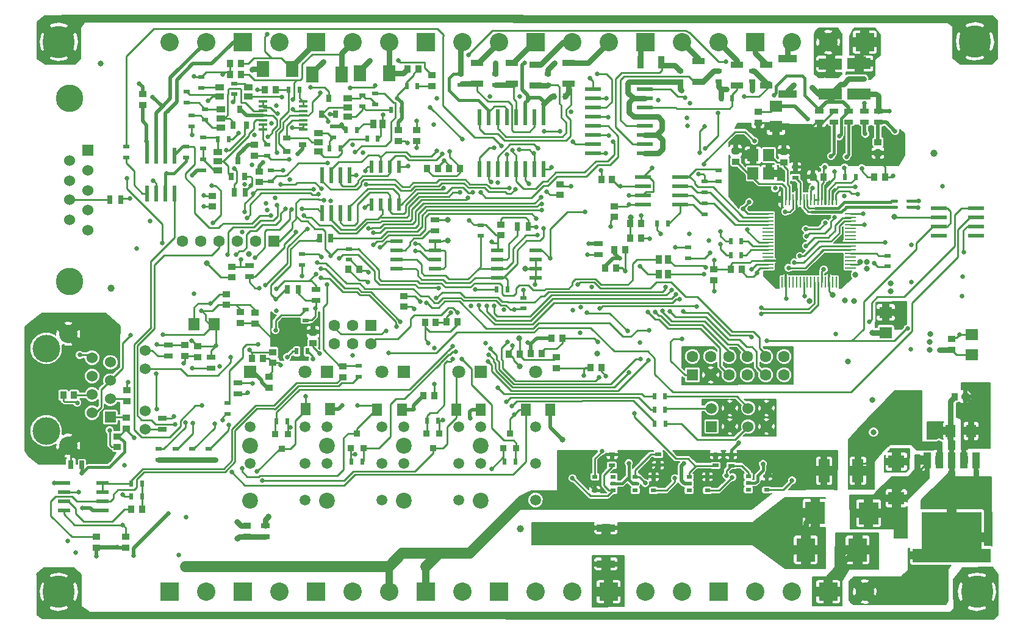
<source format=gbl>
G04 #@! TF.FileFunction,Copper,L4,Bot,Signal*
%FSLAX46Y46*%
G04 Gerber Fmt 4.6, Leading zero omitted, Abs format (unit mm)*
G04 Created by KiCad (PCBNEW 4.0.2+dfsg1-2~bpo8+1-stable) date vie 30 sep 2016 00:33:51 ART*
%MOMM*%
G01*
G04 APERTURE LIST*
%ADD10C,0.150000*%
%ADD11C,3.810000*%
%ADD12R,1.524000X1.524000*%
%ADD13C,1.524000*%
%ADD14C,1.500000*%
%ADD15C,2.200000*%
%ADD16C,1.800000*%
%ADD17R,1.800000X1.800000*%
%ADD18R,2.199640X0.599440*%
%ADD19R,0.599440X2.199640*%
%ADD20C,3.850640*%
%ADD21C,2.540000*%
%ADD22R,0.914400X0.914400*%
%ADD23R,2.540000X2.540000*%
%ADD24R,1.600200X1.803400*%
%ADD25R,1.000760X0.899160*%
%ADD26R,0.899160X1.000760*%
%ADD27R,1.803400X1.600200*%
%ADD28R,2.600000X3.200000*%
%ADD29R,1.524000X3.200400*%
%ADD30R,1.399540X1.798320*%
%ADD31R,0.635000X1.143000*%
%ADD32R,1.143000X0.635000*%
%ADD33R,0.965200X1.270000*%
%ADD34R,1.270000X0.965200*%
%ADD35R,1.600200X1.600200*%
%ADD36C,1.600200*%
%ADD37R,3.200000X1.500000*%
%ADD38R,2.500000X1.000000*%
%ADD39R,1.700000X0.900000*%
%ADD40R,0.900000X1.700000*%
%ADD41R,2.700000X3.100000*%
%ADD42R,0.450000X0.450000*%
%ADD43R,1.070000X2.160000*%
%ADD44R,8.331200X6.985000*%
%ADD45R,10.795000X1.905000*%
%ADD46R,1.300480X0.299720*%
%ADD47R,0.254000X1.501140*%
%ADD48R,1.501140X0.254000*%
%ADD49R,0.601980X1.701800*%
%ADD50R,1.701800X0.601980*%
%ADD51R,0.762000X0.508000*%
%ADD52R,1.500000X1.700000*%
%ADD53R,2.199640X1.798320*%
%ADD54R,1.800860X2.199640*%
%ADD55R,1.341120X1.800860*%
%ADD56R,0.800100X1.000760*%
%ADD57R,1.000760X0.800100*%
%ADD58R,0.900000X0.500000*%
%ADD59R,0.500000X0.900000*%
%ADD60C,1.000000*%
%ADD61C,4.500000*%
%ADD62C,0.635000*%
%ADD63C,0.812800*%
%ADD64C,0.810000*%
%ADD65C,0.762000*%
%ADD66C,0.508000*%
%ADD67C,0.254000*%
%ADD68C,0.381000*%
%ADD69C,1.000000*%
%ADD70C,1.524000*%
%ADD71C,0.127000*%
G04 APERTURE END LIST*
D10*
D11*
X48447500Y-43943500D03*
X48447500Y-69343500D03*
D12*
X50987500Y-51182500D03*
D13*
X50987500Y-53976500D03*
X50987500Y-56770500D03*
X50987500Y-59437500D03*
X50987500Y-62231500D03*
X48447500Y-60834500D03*
X48447500Y-58040500D03*
X48447500Y-55373500D03*
X48447500Y-52579500D03*
D14*
X113122000Y-99696000D03*
X113122000Y-94616000D03*
X113122000Y-89536000D03*
D15*
X105502000Y-99816000D03*
D14*
X105502000Y-94616000D03*
X105502000Y-89536000D03*
D16*
X113122000Y-81916000D03*
D17*
X105502000Y-81916000D03*
D15*
X105502000Y-92116000D03*
D18*
X128278180Y-42736500D03*
X128278180Y-44006500D03*
X128278180Y-45276500D03*
X128278180Y-46546500D03*
X128278180Y-47816500D03*
X128278180Y-49086500D03*
X128278180Y-50356500D03*
X128278180Y-51626500D03*
X121079820Y-51626500D03*
X121079820Y-50356500D03*
X121079820Y-49086500D03*
X121079820Y-47816500D03*
X121079820Y-46546500D03*
X121079820Y-45276500D03*
X121079820Y-44006500D03*
X121079820Y-42736500D03*
D19*
X105375000Y-46617620D03*
X106645000Y-46617620D03*
X107915000Y-46617620D03*
X109185000Y-46617620D03*
X110455000Y-46617620D03*
X111725000Y-46617620D03*
X112995000Y-46617620D03*
X114265000Y-46617620D03*
X114265000Y-53815980D03*
X112995000Y-53815980D03*
X111725000Y-53815980D03*
X110455000Y-53815980D03*
X109185000Y-53815980D03*
X107915000Y-53815980D03*
X106645000Y-53815980D03*
X105375000Y-53815980D03*
D20*
X45215100Y-90107500D03*
X45215100Y-78677500D03*
D13*
X51565100Y-79947500D03*
X54105100Y-80582500D03*
X51565100Y-82487500D03*
X54105100Y-83122500D03*
X51565100Y-85027500D03*
X54105100Y-85662500D03*
X51565100Y-87567500D03*
D21*
X48263100Y-92139500D03*
X48263100Y-76645500D03*
D13*
X58931100Y-81471500D03*
X58931100Y-87313500D03*
X58931100Y-78931500D03*
X58931100Y-89853500D03*
D12*
X54105100Y-88202500D03*
D14*
X81118000Y-99696000D03*
X81118000Y-94616000D03*
X81118000Y-89536000D03*
D15*
X73498000Y-99816000D03*
D14*
X73498000Y-94616000D03*
X73498000Y-89536000D03*
D16*
X81118000Y-81916000D03*
D17*
X73498000Y-81916000D03*
D15*
X73498000Y-92116000D03*
D14*
X102454000Y-99696000D03*
X102454000Y-94616000D03*
X102454000Y-89536000D03*
D15*
X94834000Y-99816000D03*
D14*
X94834000Y-94616000D03*
X94834000Y-89536000D03*
D16*
X102454000Y-81916000D03*
D17*
X94834000Y-81916000D03*
D15*
X94834000Y-92116000D03*
D14*
X91786000Y-99696000D03*
X91786000Y-94616000D03*
X91786000Y-89536000D03*
D15*
X84166000Y-99816000D03*
D14*
X84166000Y-94616000D03*
X84166000Y-89536000D03*
D16*
X91786000Y-81916000D03*
D17*
X84166000Y-81916000D03*
D15*
X84166000Y-92116000D03*
D22*
X87436000Y-92491000D03*
X89214000Y-92491000D03*
X88325000Y-90459000D03*
X78764000Y-90509000D03*
X76986000Y-90509000D03*
X77875000Y-92541000D03*
D23*
X143570500Y-36196500D03*
D21*
X138490500Y-36196500D03*
X133410500Y-36196500D03*
D24*
X68527000Y-75290000D03*
X65733000Y-75290000D03*
D25*
X66200000Y-78348160D03*
X66200000Y-79851840D03*
X64430000Y-78218160D03*
X64430000Y-79721840D03*
X74220000Y-73688160D03*
X74220000Y-75191840D03*
X70196000Y-72634840D03*
X70196000Y-71131160D03*
D26*
X73773160Y-80025000D03*
X75276840Y-80025000D03*
D25*
X76675000Y-79173160D03*
X76675000Y-80676840D03*
X72160000Y-73648160D03*
X72160000Y-75151840D03*
X56353000Y-88301560D03*
X56353000Y-89805240D03*
X56429200Y-85944440D03*
X56429200Y-84440760D03*
D26*
X49078440Y-85141800D03*
X47574760Y-85141800D03*
D25*
X55075000Y-92351840D03*
X55075000Y-90848160D03*
X82240680Y-77892640D03*
X82240680Y-76388960D03*
D27*
X161737600Y-76455000D03*
X161737600Y-73661000D03*
D26*
X99599040Y-53696600D03*
X98095360Y-53696600D03*
D25*
X96612000Y-48398160D03*
X96612000Y-49901840D03*
D27*
X146475000Y-47897000D03*
X146475000Y-45103000D03*
D25*
X68245280Y-58992500D03*
X68245280Y-57488820D03*
X58575500Y-44923440D03*
X58575500Y-43419760D03*
D27*
X173669500Y-76709500D03*
X173669500Y-79503500D03*
D25*
X170875500Y-77354660D03*
X170875500Y-78858340D03*
D26*
X77043840Y-42800000D03*
X75540160Y-42800000D03*
D25*
X98771000Y-40778160D03*
X98771000Y-42281840D03*
X74736500Y-55617340D03*
X74736500Y-54113660D03*
X74101500Y-51934340D03*
X74101500Y-50430660D03*
D26*
X95352160Y-39879000D03*
X96855840Y-39879000D03*
D25*
X94834000Y-72888840D03*
X94834000Y-71385160D03*
X73085500Y-104766340D03*
X73085500Y-103262660D03*
D26*
X123754440Y-55284100D03*
X122250760Y-55284100D03*
D25*
X116551000Y-55891160D03*
X116551000Y-57394840D03*
X108296000Y-61479160D03*
X108296000Y-62982840D03*
X70945300Y-68824840D03*
X70945300Y-67321160D03*
D26*
X102591160Y-53737240D03*
X101087480Y-53737240D03*
X99268840Y-75032600D03*
X97765160Y-75032600D03*
X87173360Y-67692000D03*
X88677040Y-67692000D03*
X109423760Y-79426800D03*
X110927440Y-79426800D03*
X100787760Y-75007200D03*
X102291440Y-75007200D03*
D25*
X116011500Y-81398340D03*
X116011500Y-79894660D03*
D26*
X126276660Y-63386700D03*
X127780340Y-63386700D03*
X113969340Y-79376500D03*
X112465660Y-79376500D03*
X115316560Y-77242400D03*
X116820240Y-77242400D03*
D25*
X137887000Y-67702160D03*
X137887000Y-69205840D03*
X94072000Y-48398160D03*
X94072000Y-49901840D03*
D26*
X153116840Y-54865000D03*
X151613160Y-54865000D03*
X141717320Y-67681840D03*
X140213640Y-67681840D03*
X160122160Y-54865000D03*
X161625840Y-54865000D03*
D25*
X140900000Y-51248160D03*
X140900000Y-52751840D03*
X147600000Y-51348160D03*
X147600000Y-52851840D03*
X160645400Y-51565540D03*
X160645400Y-50061860D03*
X86406280Y-82637360D03*
X86406280Y-81133680D03*
X124044000Y-58939160D03*
X124044000Y-60442840D03*
D26*
X124318320Y-67531980D03*
X122814640Y-67531980D03*
X125598480Y-65017380D03*
X124094800Y-65017380D03*
X127780340Y-61380100D03*
X126276660Y-61380100D03*
X72217840Y-40641000D03*
X70714160Y-40641000D03*
X72217840Y-39117000D03*
X70714160Y-39117000D03*
X99051840Y-85200000D03*
X97548160Y-85200000D03*
D25*
X52162000Y-106289840D03*
X52162000Y-104786160D03*
X56251400Y-106315240D03*
X56251400Y-104811560D03*
D26*
X56998160Y-100966000D03*
X58501840Y-100966000D03*
D25*
X76114200Y-82586560D03*
X76114200Y-84090240D03*
X144000000Y-47351840D03*
X144000000Y-45848160D03*
D26*
X120777560Y-81331800D03*
X122281240Y-81331800D03*
X171298160Y-85345000D03*
X172801840Y-85345000D03*
D28*
X150625000Y-106600000D03*
X157825000Y-106600000D03*
D29*
X153175500Y-95650000D03*
X157874500Y-95650000D03*
D30*
X91150740Y-87125000D03*
X94549260Y-87125000D03*
X81200740Y-87075000D03*
X84599260Y-87075000D03*
X111775740Y-87175000D03*
X115174260Y-87175000D03*
X102100740Y-87125000D03*
X105499260Y-87125000D03*
D31*
X71307500Y-57024500D03*
X72831500Y-57024500D03*
X55565600Y-58065400D03*
X54041600Y-58065400D03*
D32*
X121859600Y-65685400D03*
X121859600Y-64161400D03*
X75625500Y-103252500D03*
X75625500Y-104776500D03*
D33*
X131537000Y-66295000D03*
X130267000Y-66295000D03*
X131537000Y-68327000D03*
X130267000Y-68327000D03*
D23*
X158810500Y-36196500D03*
D21*
X153730500Y-36196500D03*
X148650500Y-36196500D03*
D23*
X72450500Y-36196500D03*
D21*
X67370500Y-36196500D03*
X62290500Y-36196500D03*
D23*
X128330500Y-36196500D03*
D21*
X123250500Y-36196500D03*
X118170500Y-36196500D03*
D23*
X113090500Y-36196500D03*
D21*
X108010500Y-36196500D03*
X102930500Y-36196500D03*
D23*
X82642000Y-112396000D03*
D21*
X87722000Y-112396000D03*
X92802000Y-112396000D03*
D23*
X72482000Y-112396000D03*
D21*
X77562000Y-112396000D03*
D23*
X108042000Y-112396000D03*
D21*
X113122000Y-112396000D03*
X118202000Y-112396000D03*
D23*
X138490500Y-112396500D03*
D21*
X143570500Y-112396500D03*
X148650500Y-112396500D03*
D23*
X97882000Y-112396000D03*
D21*
X102962000Y-112396000D03*
D23*
X123250500Y-112396500D03*
D21*
X128330500Y-112396500D03*
X133410500Y-112396500D03*
D23*
X97850500Y-36196500D03*
D21*
X92770500Y-36196500D03*
X87690500Y-36196500D03*
D23*
X82610500Y-36196500D03*
D21*
X77530500Y-36196500D03*
D23*
X153730500Y-112396500D03*
D21*
X158810500Y-112396500D03*
D23*
X62290500Y-112396500D03*
D21*
X67370500Y-112396500D03*
D34*
X87055500Y-46483500D03*
X87055500Y-45213500D03*
X87055500Y-43943500D03*
D33*
X90611500Y-47499500D03*
X91881500Y-47499500D03*
D34*
X82991500Y-48769500D03*
X82991500Y-50039500D03*
X82991500Y-51309500D03*
X73244000Y-42419000D03*
X73244000Y-43689000D03*
X69021500Y-53976500D03*
X69021500Y-52706500D03*
X69021500Y-51436500D03*
X69307000Y-42419000D03*
X69307000Y-43689000D03*
X69402500Y-48007500D03*
X69402500Y-46737500D03*
X69402500Y-45467500D03*
D32*
X68100000Y-79900000D03*
X68100000Y-81424000D03*
D35*
X134902500Y-82335100D03*
D36*
X134902500Y-79795100D03*
X137442500Y-82335100D03*
X137442500Y-79795100D03*
X139982500Y-82335100D03*
X139982500Y-79795100D03*
X142522500Y-82335100D03*
X142522500Y-79795100D03*
X145062500Y-82335100D03*
X145062500Y-79795100D03*
X147602500Y-82335100D03*
X147602500Y-79795100D03*
D35*
X76800000Y-63755000D03*
D36*
X74260000Y-63755000D03*
X71720000Y-63755000D03*
X69180000Y-63755000D03*
X66640000Y-63755000D03*
X64100000Y-63755000D03*
D12*
X137556800Y-89497900D03*
D13*
X137556800Y-86957900D03*
X140096800Y-89497900D03*
X140096800Y-86957900D03*
X142636800Y-89497900D03*
X142636800Y-86957900D03*
X145176800Y-89497900D03*
X145176800Y-86957900D03*
D35*
X90262000Y-75439000D03*
D36*
X90262000Y-77979000D03*
X87722000Y-75439000D03*
X87722000Y-77979000D03*
X85182000Y-75439000D03*
X85182000Y-77979000D03*
D37*
X158029200Y-39150600D03*
X158029200Y-43350600D03*
X154066800Y-39201400D03*
X154066800Y-43401400D03*
D32*
X82642000Y-72010000D03*
X82642000Y-70486000D03*
D31*
X80203600Y-70473300D03*
X78679600Y-70473300D03*
X84699400Y-63348600D03*
X83175400Y-63348600D03*
D32*
X73383700Y-67209400D03*
X73383700Y-68733400D03*
X61356800Y-88380300D03*
X61356800Y-89904300D03*
X62150000Y-78228000D03*
X62150000Y-79752000D03*
X99202800Y-62358000D03*
X99202800Y-60834000D03*
D31*
X110569300Y-61773800D03*
X112093300Y-61773800D03*
X48628000Y-94790000D03*
X50152000Y-94790000D03*
D32*
X71796200Y-84989400D03*
X71796200Y-83465400D03*
X158791200Y-45721000D03*
X158791200Y-47245000D03*
X160696200Y-47295800D03*
X160696200Y-45771800D03*
X156581400Y-47245000D03*
X156581400Y-45721000D03*
X152517400Y-45721000D03*
X152517400Y-47245000D03*
X154524000Y-47245000D03*
X154524000Y-45721000D03*
D38*
X148097800Y-43370400D03*
X148097800Y-38470400D03*
D39*
X145126000Y-39318000D03*
X145126000Y-42218000D03*
X141062000Y-39318000D03*
X141062000Y-42218000D03*
X135728000Y-38810000D03*
X135728000Y-41710000D03*
D40*
X127674000Y-38990000D03*
X130574000Y-38990000D03*
D39*
X117694000Y-39064000D03*
X117694000Y-41964000D03*
X113122000Y-39318000D03*
X113122000Y-42218000D03*
X109820000Y-39064000D03*
X109820000Y-41964000D03*
X104994000Y-39064000D03*
X104994000Y-41964000D03*
D41*
X151935500Y-101474500D03*
X159335500Y-101525300D03*
D38*
X122901000Y-108546000D03*
X122901000Y-103546000D03*
D42*
X164800840Y-59045840D03*
X163200840Y-59045840D03*
X163200840Y-58195840D03*
X164800840Y-58195840D03*
D43*
X170875500Y-94159300D03*
X172577300Y-94159300D03*
X174279100Y-94159300D03*
X169173700Y-94159300D03*
X167471900Y-94159300D03*
D44*
X170875500Y-104840000D03*
D45*
X170875500Y-107380000D03*
D19*
X63007800Y-57158620D03*
X61737800Y-57158620D03*
X60467800Y-57158620D03*
X59197800Y-57158620D03*
X59197800Y-51961780D03*
X60467800Y-51961780D03*
X61737800Y-51961780D03*
X63007800Y-51961780D03*
D18*
X174254720Y-59195700D03*
X174254720Y-60465700D03*
X174254720Y-61735700D03*
X174254720Y-63005700D03*
X169057880Y-63005700D03*
X169057880Y-61735700D03*
X169057880Y-60465700D03*
X169057880Y-59195700D03*
D46*
X80832500Y-44426100D03*
X80832500Y-45061100D03*
X80832500Y-45721500D03*
X80832500Y-46356500D03*
X80832500Y-47016900D03*
X80832500Y-47664600D03*
X80832500Y-48312300D03*
X75244500Y-48312300D03*
X75244500Y-47664600D03*
X75244500Y-47016900D03*
X75244500Y-46356500D03*
X75244500Y-45708800D03*
X75244500Y-45061100D03*
X75244500Y-44413400D03*
D47*
X147348500Y-58004440D03*
X147848880Y-58004440D03*
X148349260Y-58004440D03*
X148849640Y-58004440D03*
X149350020Y-58004440D03*
X149847860Y-58004440D03*
X150348240Y-58004440D03*
X150848620Y-58004440D03*
X151346460Y-58004440D03*
X151846840Y-58004440D03*
X152347220Y-58004440D03*
X152845060Y-58004440D03*
X153345440Y-58004440D03*
X153845820Y-58004440D03*
X154346200Y-58004440D03*
X154846580Y-58004440D03*
D48*
X156845560Y-60003420D03*
X156845560Y-60503800D03*
X156845560Y-61004180D03*
X156845560Y-61504560D03*
X156845560Y-62004940D03*
X156845560Y-62502780D03*
X156845560Y-63003160D03*
X156845560Y-63503540D03*
X156845560Y-64001380D03*
X156845560Y-64501760D03*
X156845560Y-65002140D03*
X156845560Y-65499980D03*
X156845560Y-66000360D03*
X156845560Y-66500740D03*
X156845560Y-67001120D03*
X156845560Y-67501500D03*
D47*
X154846580Y-69500480D03*
X154346200Y-69500480D03*
X153845820Y-69500480D03*
X153345440Y-69500480D03*
X152845060Y-69500480D03*
X152347220Y-69500480D03*
X151846840Y-69500480D03*
X151346460Y-69500480D03*
X150848620Y-69500480D03*
X150348240Y-69500480D03*
X149847860Y-69500480D03*
X149350020Y-69500480D03*
X148849640Y-69500480D03*
X148349260Y-69500480D03*
X147848880Y-69500480D03*
X147348500Y-69500480D03*
D48*
X145349520Y-67501500D03*
X145349520Y-67001120D03*
X145349520Y-66500740D03*
X145349520Y-66000360D03*
X145349520Y-65499980D03*
X145349520Y-65002140D03*
X145349520Y-64501760D03*
X145349520Y-64001380D03*
X145349520Y-63503540D03*
X145349520Y-63003160D03*
X145349520Y-62502780D03*
X145349520Y-62004940D03*
X145349520Y-61504560D03*
X145349520Y-61004180D03*
X145349520Y-60503800D03*
X145349520Y-60003420D03*
D18*
X133208320Y-54890400D03*
X133208320Y-56160400D03*
X133208320Y-57430400D03*
X133208320Y-58700400D03*
X128011480Y-58700400D03*
X128011480Y-57430400D03*
X128011480Y-56160400D03*
X128011480Y-54890400D03*
D49*
X90391540Y-53432440D03*
X91661540Y-53432440D03*
X92929000Y-53432440D03*
X94199000Y-53432440D03*
X94199000Y-58730880D03*
X92929000Y-58730880D03*
X91661540Y-58730880D03*
X90391540Y-58730880D03*
D50*
X52984960Y-97285540D03*
X52984960Y-98555540D03*
X52984960Y-99823000D03*
X52984960Y-101093000D03*
X47686520Y-101093000D03*
X47686520Y-99823000D03*
X47686520Y-98555540D03*
X47686520Y-97285540D03*
D51*
X142662200Y-98286300D03*
X142662200Y-96381300D03*
X145202200Y-98286300D03*
X142662200Y-97333800D03*
X145202200Y-96381300D03*
D19*
X83531000Y-54679580D03*
X84801000Y-54679580D03*
X86071000Y-54679580D03*
X87341000Y-54679580D03*
X87341000Y-59876420D03*
X86071000Y-59876420D03*
X84801000Y-59876420D03*
X83531000Y-59876420D03*
D51*
X126965000Y-98362500D03*
X126965000Y-96457500D03*
X129505000Y-98362500D03*
X126965000Y-97410000D03*
X129505000Y-96457500D03*
X134432600Y-98362500D03*
X134432600Y-96457500D03*
X136972600Y-98362500D03*
X134432600Y-97410000D03*
X136972600Y-96457500D03*
X123891600Y-96457500D03*
X123891600Y-98362500D03*
X121351600Y-96457500D03*
X123891600Y-97410000D03*
X121351600Y-98362500D03*
D52*
X143300000Y-54400000D03*
X143300000Y-51860000D03*
X145509800Y-51860000D03*
X145509800Y-54400000D03*
D53*
X163200000Y-94352380D03*
X163200000Y-99447620D03*
D54*
X88763400Y-40514000D03*
X92776600Y-40514000D03*
X82159400Y-40641000D03*
X86172600Y-40641000D03*
X75301400Y-39879000D03*
X79314600Y-39879000D03*
D55*
X173558760Y-90102420D03*
X170703800Y-90102420D03*
D56*
X84388500Y-43986680D03*
X83436000Y-46186320D03*
X85341000Y-46186320D03*
D57*
X80789320Y-50420500D03*
X78589680Y-49468000D03*
X78589680Y-51373000D03*
D56*
X71815500Y-52622680D03*
X70863000Y-54822320D03*
X72768000Y-54822320D03*
X72069500Y-45510680D03*
X71117000Y-47710320D03*
X73022000Y-47710320D03*
D58*
X56289500Y-50711400D03*
X56289500Y-52211400D03*
X64608000Y-52186000D03*
X64608000Y-50686000D03*
X90865500Y-44820500D03*
X90865500Y-43320500D03*
D59*
X80344000Y-42800000D03*
X78844000Y-42800000D03*
D58*
X89087500Y-45074500D03*
X89087500Y-43574500D03*
D59*
X95227000Y-42292000D03*
X96727000Y-42292000D03*
D58*
X76387500Y-53988500D03*
X76387500Y-55488500D03*
D59*
X94536500Y-45594500D03*
X93036500Y-45594500D03*
D58*
X75879500Y-50432500D03*
X75879500Y-51932500D03*
D59*
X89734500Y-49531500D03*
X91234500Y-49531500D03*
X84527500Y-50928500D03*
X86027500Y-50928500D03*
X86813500Y-48388500D03*
X88313500Y-48388500D03*
D58*
X85023500Y-47892500D03*
X85023500Y-49392500D03*
X143221000Y-41645000D03*
X143221000Y-40145000D03*
D59*
X138915000Y-43943000D03*
X140415000Y-43943000D03*
D58*
X138522000Y-41645000D03*
X138522000Y-40145000D03*
X133188000Y-41645000D03*
X133188000Y-40145000D03*
X114823800Y-40627600D03*
X114823800Y-42127600D03*
X107508600Y-40627600D03*
X107508600Y-42127600D03*
X102708000Y-40627600D03*
X102708000Y-42127600D03*
X70386500Y-87720600D03*
X70386500Y-86220600D03*
X162017000Y-67299000D03*
X162017000Y-65799000D03*
X134331000Y-66156000D03*
X134331000Y-64656000D03*
X87214000Y-64859200D03*
X87214000Y-66359200D03*
X111471000Y-71641000D03*
X111471000Y-73141000D03*
X80737000Y-65570400D03*
X80737000Y-67070400D03*
D59*
X141685000Y-65723500D03*
X140185000Y-65723500D03*
D58*
X149190000Y-53480000D03*
X149190000Y-54980000D03*
D59*
X157560000Y-54865000D03*
X156060000Y-54865000D03*
D58*
X105552800Y-61557200D03*
X105552800Y-63057200D03*
D59*
X107750000Y-70525000D03*
X109250000Y-70525000D03*
X129974200Y-61380100D03*
X131474200Y-61380100D03*
D58*
X136617000Y-55512000D03*
X136617000Y-57012000D03*
X138522000Y-55488000D03*
X138522000Y-53988000D03*
X136617000Y-58560000D03*
X136617000Y-60060000D03*
X123739200Y-94883400D03*
X123739200Y-93383400D03*
X138115600Y-94908800D03*
X138115600Y-93408800D03*
D59*
X89100000Y-94400000D03*
X87600000Y-94400000D03*
X77175000Y-88750000D03*
X78675000Y-88750000D03*
X79950000Y-79075000D03*
X81450000Y-79075000D03*
X115661300Y-43727100D03*
X117161300Y-43727100D03*
X110300000Y-94400000D03*
X108800000Y-94400000D03*
X98050000Y-88700000D03*
X99550000Y-88700000D03*
X129618600Y-87186500D03*
X131118600Y-87186500D03*
X129631300Y-89078800D03*
X131131300Y-89078800D03*
X129618600Y-85294200D03*
X131118600Y-85294200D03*
X69033500Y-49658500D03*
X70533500Y-49658500D03*
D58*
X66989500Y-50916500D03*
X66989500Y-49416500D03*
X71310000Y-43430000D03*
X71310000Y-41930000D03*
X66989500Y-53964500D03*
X66989500Y-52464500D03*
X64703500Y-44566500D03*
X64703500Y-43066500D03*
X67243500Y-46979500D03*
X67243500Y-45479500D03*
X66767000Y-41034000D03*
X66767000Y-42534000D03*
X65338500Y-47868500D03*
X65338500Y-46368500D03*
X67751500Y-92596500D03*
X67751500Y-94096500D03*
X65465500Y-92596500D03*
X65465500Y-94096500D03*
X63211000Y-92596000D03*
X63211000Y-94096000D03*
X60798000Y-92596000D03*
X60798000Y-94096000D03*
X81206900Y-74766600D03*
X81206900Y-73266600D03*
D59*
X58500000Y-99188000D03*
X57000000Y-99188000D03*
X141685000Y-63818500D03*
X140185000Y-63818500D03*
D58*
X88611000Y-82589800D03*
X88611000Y-81089800D03*
D59*
X58500000Y-97410000D03*
X57000000Y-97410000D03*
D58*
X140300000Y-94921500D03*
X140300000Y-93421500D03*
X130140000Y-93358000D03*
X130140000Y-94858000D03*
D50*
X99136760Y-63757540D03*
X99136760Y-65027540D03*
X99136760Y-66295000D03*
X99136760Y-67565000D03*
X93838320Y-67565000D03*
X93838320Y-66295000D03*
X93838320Y-65027540D03*
X93838320Y-63757540D03*
X113106760Y-65027540D03*
X113106760Y-66297540D03*
X113106760Y-67565000D03*
X113106760Y-68835000D03*
X107808320Y-68835000D03*
X107808320Y-67565000D03*
X107808320Y-66297540D03*
X107808320Y-65027540D03*
D22*
X108686000Y-92491000D03*
X110464000Y-92491000D03*
X109575000Y-90459000D03*
X99789000Y-90459000D03*
X98011000Y-90459000D03*
X98900000Y-92491000D03*
D60*
X111000000Y-103700000D03*
X168400000Y-51600000D03*
X54200000Y-70300000D03*
D61*
X174400000Y-112400000D03*
X174100000Y-36100000D03*
X46945500Y-36156500D03*
X46945500Y-112406500D03*
D62*
X154764560Y-76652960D03*
D63*
X76038000Y-101982000D03*
X113050000Y-105425000D03*
X113086440Y-104433100D03*
X114100000Y-105450000D03*
X114117680Y-104415320D03*
X114125000Y-103400000D03*
X113100000Y-103375000D03*
X158203525Y-66679567D03*
X159075000Y-67575000D03*
X159100000Y-66650000D03*
X157525000Y-68450000D03*
X157350000Y-72050000D03*
D62*
X65424000Y-81424000D03*
X46327620Y-97285540D03*
X96485000Y-65152000D03*
X158400000Y-53700000D03*
X156000000Y-53600000D03*
X60560000Y-78110000D03*
X91582800Y-64644000D03*
D63*
X110823300Y-77217000D03*
D62*
X80673500Y-59335400D03*
X76990500Y-57824100D03*
X142522500Y-62192900D03*
X135715300Y-54509400D03*
X96248780Y-73224120D03*
X96604380Y-47107840D03*
X83172860Y-79409020D03*
X158791200Y-61494400D03*
X60086800Y-55385700D03*
X95342000Y-50153300D03*
X98199500Y-77915500D03*
X89385700Y-59170300D03*
X119980000Y-59691000D03*
X122202500Y-53963300D03*
D63*
X73307500Y-65533000D03*
D62*
X75733200Y-58509900D03*
X103914500Y-60910200D03*
X107864200Y-55690500D03*
X83404000Y-65990200D03*
X89906400Y-68123800D03*
X106213200Y-77928200D03*
X71339000Y-53722000D03*
X126076000Y-57430400D03*
X165319000Y-64263000D03*
X150460000Y-71375000D03*
X143094000Y-67692000D03*
X155984500Y-57532000D03*
X77181000Y-73407000D03*
X123536000Y-61723000D03*
X114646000Y-56897000D03*
X118075000Y-45848000D03*
X110963000Y-43689000D03*
X106772000Y-43689000D03*
X99025000Y-47626000D03*
X104765400Y-70460600D03*
X130528620Y-62810120D03*
X127737160Y-60214240D03*
X128981760Y-63432420D03*
X129276400Y-53620400D03*
X137907320Y-70775560D03*
X77188620Y-44994560D03*
X89172340Y-51555380D03*
X82540400Y-73104740D03*
X72212760Y-66366120D03*
X134569760Y-44679600D03*
X134239560Y-47753000D03*
X130119680Y-44232560D03*
X107026000Y-63856600D03*
X100422000Y-52579000D03*
X134458000Y-62739000D03*
X115154000Y-66168000D03*
D63*
X159830060Y-76482940D03*
X159883400Y-85827600D03*
D62*
X84559950Y-46186320D03*
X73590000Y-56080000D03*
X70180000Y-51140000D03*
X83260000Y-43210000D03*
X118303600Y-73343500D03*
X125568000Y-67946000D03*
X121758000Y-77750400D03*
D63*
X171925000Y-87975000D03*
X171925000Y-86625000D03*
X173100000Y-87975000D03*
X173125000Y-86600000D03*
X162400000Y-70774000D03*
X162416000Y-69675000D03*
X175775000Y-90075000D03*
X167850000Y-78875000D03*
X167875000Y-76675000D03*
D62*
X104050000Y-88350000D03*
X86332030Y-86550000D03*
X96175000Y-87075000D03*
X68709500Y-94096500D03*
X126076000Y-94590600D03*
X133721400Y-94616000D03*
X150917200Y-46838600D03*
X158775000Y-44650000D03*
X163033000Y-48515000D03*
D64*
X173066000Y-84075000D03*
D62*
X144694200Y-94692200D03*
D63*
X162906000Y-60392040D03*
D62*
X122901000Y-82474800D03*
D63*
X167859000Y-77796120D03*
X160035800Y-90287840D03*
X116893900Y-91314000D03*
D62*
X77252120Y-51529980D03*
X77757580Y-55929260D03*
X83401460Y-56543940D03*
X84293000Y-52960000D03*
X78959000Y-52452000D03*
X108400140Y-50592720D03*
X90617600Y-62637400D03*
X76355500Y-60224400D03*
X113960200Y-58624200D03*
X66800000Y-86600000D03*
X120691200Y-41199800D03*
X121656400Y-40564800D03*
X105489300Y-57062100D03*
X118303600Y-50013600D03*
X116525600Y-48591200D03*
X114290400Y-48591200D03*
X107335880Y-50856880D03*
X113477600Y-50928000D03*
X123891600Y-50013600D03*
X109921600Y-51182000D03*
X112842600Y-51639200D03*
X110836000Y-51080400D03*
X102079213Y-79079213D03*
X101600000Y-78325000D03*
X102875000Y-80125000D03*
X101645844Y-80116564D03*
X118252800Y-96648000D03*
X128350000Y-97325000D03*
X126850700Y-87679260D03*
X139620837Y-96291470D03*
X113960200Y-59487800D03*
X90643000Y-64313800D03*
X113223600Y-60630800D03*
X99677780Y-70310740D03*
X85893200Y-66129900D03*
X82200000Y-80100000D03*
X83340500Y-67577700D03*
X94351400Y-74931000D03*
X83353200Y-68911200D03*
X93868800Y-75642200D03*
X78387500Y-59322700D03*
X71529500Y-65685400D03*
X77244500Y-58840100D03*
X70348400Y-65698100D03*
X79238400Y-59360800D03*
X74145700Y-66041000D03*
X103774800Y-57798700D03*
X80952900Y-60199000D03*
X129746300Y-73622900D03*
X106558640Y-80452960D03*
X128755700Y-80341200D03*
X133619800Y-73569560D03*
X133421680Y-77338920D03*
X143114320Y-77064600D03*
X106578960Y-79508080D03*
X126076000Y-82030300D03*
X106860518Y-78665679D03*
X127675000Y-80150000D03*
X128704900Y-73610200D03*
X118976700Y-69825600D03*
X92400000Y-76200000D03*
X113376000Y-62967600D03*
X114239600Y-61977000D03*
X60531300Y-87046800D03*
X60442400Y-82195400D03*
X63109400Y-89231200D03*
X83750000Y-58100000D03*
X84661300Y-65799700D03*
X81473600Y-62078600D03*
X75657000Y-69876400D03*
X83020460Y-57290700D03*
X73078900Y-60592700D03*
X73904400Y-57163700D03*
X82319420Y-56620140D03*
X72774100Y-59754500D03*
X136553500Y-47892700D03*
X135905800Y-51524900D03*
X138445800Y-46051200D03*
X136693200Y-50928000D03*
X82794400Y-66790300D03*
X110150200Y-73280000D03*
X89558420Y-55896240D03*
X110328000Y-56566800D03*
X89550800Y-54077600D03*
X100168000Y-51702700D03*
X102611480Y-57039240D03*
X99444100Y-51232800D03*
X100363580Y-56411860D03*
X102263500Y-73737200D03*
X109464400Y-56389000D03*
X133124500Y-71819500D03*
X105298800Y-72721200D03*
X132616500Y-71121000D03*
X106391000Y-72746600D03*
X131981500Y-70549500D03*
X107407000Y-72746600D03*
X99334880Y-71674720D03*
X131156000Y-70168500D03*
X144440200Y-73889600D03*
X144491000Y-73000600D03*
X135463840Y-72812640D03*
X121986600Y-73076800D03*
X164750000Y-75925000D03*
X120208600Y-73661000D03*
X125898200Y-76277200D03*
X145253000Y-77598000D03*
X171999200Y-76734400D03*
X79873400Y-62497700D03*
X113858600Y-57659000D03*
X89969900Y-62015100D03*
X74773080Y-70313280D03*
X111572600Y-39040800D03*
X133340400Y-42901600D03*
X139639600Y-42698400D03*
X143195600Y-42901600D03*
X115763600Y-39040800D03*
X107534000Y-39040800D03*
X70800000Y-79900000D03*
X121897700Y-82642440D03*
X109220560Y-77735160D03*
X109800000Y-86675000D03*
X109102290Y-86045751D03*
X107864200Y-84100400D03*
X131778300Y-73572100D03*
X130711500Y-73470500D03*
X143500000Y-49900000D03*
X104435200Y-57011300D03*
X127648260Y-67272900D03*
X136490000Y-53087000D03*
X102962000Y-49658000D03*
X98517000Y-45213000D03*
X103851000Y-37974000D03*
X139538000Y-38863000D03*
X62068000Y-45721000D03*
X59997900Y-43841400D03*
X49300000Y-107000000D03*
D63*
X71720000Y-105030000D03*
D62*
X64600380Y-102068360D03*
X49675000Y-98575000D03*
X159426200Y-74931000D03*
X128920800Y-76124800D03*
X97963280Y-72309720D03*
X92749801Y-79299801D03*
D63*
X163200000Y-93000000D03*
X169175000Y-99025000D03*
X169175000Y-97950000D03*
X170175000Y-99000000D03*
X151108253Y-72098023D03*
X156016500Y-72010500D03*
X125350000Y-100225000D03*
X134975000Y-100250000D03*
D62*
X69700000Y-88600000D03*
D63*
X111300000Y-99800000D03*
D62*
X65738300Y-71100680D03*
X107000000Y-95400000D03*
D63*
X121700000Y-79400000D03*
X100900000Y-63700000D03*
X111700000Y-67600000D03*
D62*
X69300000Y-81176202D03*
D63*
X156464560Y-80452960D03*
D62*
X141325000Y-91775000D03*
X89867235Y-69472700D03*
X50175000Y-96000000D03*
X148950000Y-42100000D03*
X169175000Y-78850000D03*
X165175000Y-78800000D03*
X64275000Y-80700000D03*
X100300000Y-88625000D03*
X88075000Y-93375000D03*
X79102290Y-89625000D03*
X49520390Y-86200000D03*
X99100000Y-83600000D03*
X172600000Y-65300000D03*
X169600000Y-56200000D03*
X165300000Y-69500000D03*
X172400000Y-68700000D03*
D63*
X100900000Y-60800000D03*
D62*
X96485000Y-64136000D03*
X141300000Y-49800000D03*
X141800000Y-56500000D03*
X149300000Y-51500000D03*
X147300000Y-55000000D03*
X113045800Y-69838300D03*
D63*
X164277600Y-75007200D03*
D62*
X130762300Y-96698800D03*
X96612000Y-50801000D03*
X73752000Y-53214000D03*
X119357700Y-72975200D03*
X99050400Y-78652100D03*
X112233000Y-55817500D03*
X76441860Y-47465980D03*
X101232260Y-51377580D03*
X108730340Y-73315560D03*
X101336400Y-73739740D03*
X143716300Y-58878200D03*
X58105600Y-41911000D03*
D63*
X110963000Y-81154000D03*
D62*
X95443600Y-53379100D03*
X113198200Y-61811900D03*
X109872070Y-78285070D03*
X119832680Y-82398600D03*
X120881700Y-70155800D03*
X104193900Y-72784700D03*
X62918900Y-88075500D03*
X115369900Y-53531500D03*
D63*
X77663600Y-77864700D03*
D62*
X72367700Y-62523100D03*
X75898300Y-59449700D03*
X106975200Y-55614300D03*
X79009800Y-55246000D03*
X127574600Y-77877400D03*
X161661400Y-63958200D03*
X87747400Y-50420000D03*
X84724800Y-58217800D03*
D63*
X145380000Y-93803200D03*
X125669600Y-93473000D03*
X117373960Y-93142800D03*
D62*
X138090200Y-96902000D03*
X122926400Y-43993800D03*
X77765200Y-80976200D03*
X57445200Y-91034600D03*
X172304000Y-71400400D03*
X126076000Y-58675000D03*
X109159600Y-51791600D03*
X157521200Y-56262000D03*
X147107200Y-61570600D03*
X147920000Y-65025000D03*
X162779000Y-54738000D03*
D63*
X154397000Y-71248000D03*
D62*
X147920000Y-71756000D03*
X68011600Y-72429100D03*
X124933000Y-56135000D03*
X61941000Y-54357000D03*
X72736000Y-55881000D03*
X67054020Y-57458340D03*
X87772800Y-79655400D03*
X132484420Y-64641460D03*
X137178340Y-63699120D03*
X137907320Y-66383900D03*
X134122720Y-46665880D03*
X123271840Y-49175400D03*
X123195640Y-46584600D03*
X57750000Y-64847200D03*
D63*
X67483280Y-66848720D03*
D62*
X56596840Y-83318080D03*
X73152560Y-84806520D03*
D63*
X170175000Y-97975000D03*
D62*
X151095000Y-48261000D03*
X149063000Y-56135000D03*
X154651000Y-54103000D03*
X151603000Y-53722000D03*
D63*
X126330000Y-60453000D03*
D62*
X122901000Y-51563000D03*
X88230000Y-54611000D03*
X119345000Y-76455000D03*
X120361000Y-65660000D03*
X59655000Y-61037200D03*
X111445600Y-70536800D03*
X97120000Y-72137000D03*
X118075000Y-56135000D03*
X49842980Y-79558880D03*
D63*
X52746200Y-39117000D03*
D62*
X50225000Y-100800000D03*
X55019397Y-106245445D03*
X52150000Y-107525000D03*
X63575000Y-107300000D03*
X48200000Y-105400000D03*
D63*
X71720000Y-102744000D03*
D62*
X81880000Y-42482500D03*
X86198000Y-47626000D03*
X71120000Y-44470000D03*
X75260000Y-52880000D03*
X80076600Y-51690000D03*
X112017100Y-77813900D03*
X94262500Y-47092600D03*
X74133000Y-49023000D03*
X76002440Y-49312560D03*
X69728640Y-40717200D03*
X124806000Y-66168000D03*
X65751000Y-40895000D03*
X93945000Y-43943000D03*
X74514000Y-42800000D03*
X90135000Y-38736000D03*
X83658000Y-38863000D03*
X73752000Y-40006000D03*
X72672500Y-50991500D03*
X56073600Y-94870000D03*
X65497000Y-54611000D03*
X99406000Y-43943000D03*
X65497000Y-49023000D03*
X120462600Y-64161400D03*
X65414161Y-77576004D03*
X68800000Y-78276202D03*
X56950000Y-76800000D03*
X61430000Y-76760000D03*
X66767000Y-73407000D03*
X73396400Y-78893400D03*
D63*
X164303000Y-104050000D03*
X164303000Y-102000000D03*
X163350500Y-103010700D03*
X163350000Y-102000000D03*
X164303000Y-103010700D03*
X163342880Y-104025000D03*
X162144000Y-102236000D03*
D62*
X68316400Y-61240400D03*
X68138600Y-56084200D03*
X67036240Y-59005200D03*
X59147000Y-49912000D03*
X94072000Y-38736000D03*
X88103000Y-51436000D03*
X87404500Y-42507900D03*
X90897000Y-42215800D03*
X91976500Y-46279800D03*
X71882560Y-48835040D03*
X77892200Y-43849020D03*
X151603000Y-56389000D03*
X142773350Y-58373350D03*
X153279400Y-53531500D03*
X146383300Y-56452500D03*
X141945920Y-59348100D03*
X153127000Y-67692000D03*
X143856000Y-68200000D03*
X147793000Y-59691000D03*
X84191400Y-69774800D03*
X79469540Y-44130960D03*
X67656000Y-44324000D03*
X75911000Y-35053000D03*
X55845000Y-103125000D03*
X55845000Y-98934000D03*
D63*
X169129000Y-91822000D03*
X166088620Y-87879920D03*
X165034520Y-84986860D03*
X166063220Y-85957140D03*
X166063220Y-84997020D03*
X166086080Y-86929960D03*
X165057380Y-86917260D03*
X165070080Y-85934280D03*
X165057380Y-87862140D03*
D62*
X146225000Y-43575000D03*
X155273300Y-49266840D03*
X151476000Y-42419000D03*
X158715000Y-41276000D03*
X162220200Y-45721000D03*
X79475000Y-45500000D03*
X84369996Y-47163213D03*
X70550000Y-89300000D03*
X88425000Y-86549792D03*
X72400000Y-95300000D03*
X68575000Y-89150000D03*
X81200000Y-85300000D03*
X74447701Y-95746114D03*
X110171970Y-87825000D03*
X70967460Y-95832540D03*
X75225000Y-96975000D03*
X65547800Y-89002600D03*
X64506400Y-88977200D03*
X138796320Y-64214740D03*
X138814100Y-62472300D03*
X56378400Y-55093600D03*
X61306000Y-64059800D03*
X56835600Y-57862200D03*
X136744000Y-67438000D03*
X136490000Y-68327000D03*
X133899200Y-43866800D03*
X142078000Y-43765200D03*
X166300000Y-58200000D03*
X166200000Y-59100000D03*
X158880100Y-48896000D03*
X156302000Y-52071000D03*
X154130300Y-52022740D03*
X57369000Y-107417600D03*
X62131500Y-101588300D03*
X122342200Y-92888800D03*
X132476800Y-96673400D03*
X140427000Y-96521000D03*
X148732800Y-96978200D03*
X82654700Y-68327000D03*
X77130200Y-70384400D03*
X77048920Y-71842360D03*
X80737000Y-68606400D03*
X77028600Y-76150200D03*
X78646000Y-79875000D03*
X73853600Y-83490800D03*
X79340000Y-48007000D03*
X78070000Y-53976000D03*
X77308000Y-46102000D03*
X74641000Y-78131400D03*
X160112000Y-66803000D03*
X137379000Y-65406000D03*
X149825000Y-65850500D03*
X149063000Y-66739500D03*
X148237500Y-67501500D03*
X154651000Y-60529200D03*
X158613400Y-59995800D03*
X150764800Y-63094600D03*
X150650500Y-64453500D03*
X157851400Y-57278000D03*
X153330200Y-61291200D03*
X150637800Y-62104000D03*
X54021280Y-90013520D03*
D65*
X150625000Y-106600000D02*
X150625000Y-102785000D01*
X150625000Y-102785000D02*
X151935500Y-101474500D01*
X75625500Y-103252500D02*
X75625500Y-102394500D01*
X75625500Y-102394500D02*
X76038000Y-101982000D01*
D66*
X113086440Y-105499900D02*
X114117680Y-105499900D01*
X113086440Y-104433100D02*
X113086440Y-105499900D01*
X114117680Y-105499900D02*
X114135460Y-105517680D01*
X113086440Y-104433100D02*
X114099900Y-104433100D01*
X114099900Y-104433100D02*
X114117680Y-104415320D01*
X113104220Y-104415320D02*
X113086440Y-104433100D01*
X114117680Y-103508540D02*
X113122000Y-103508540D01*
X114155140Y-103546000D02*
X114117680Y-103508540D01*
X114155140Y-103546000D02*
X122901000Y-103546000D01*
X113122000Y-103508540D02*
X113104220Y-103490760D01*
X113104220Y-103490760D02*
X113104220Y-104415320D01*
D67*
X156845560Y-67001120D02*
X157881972Y-67001120D01*
X157881972Y-67001120D02*
X158203525Y-66679567D01*
D65*
X161737600Y-76455000D02*
X159858000Y-76455000D01*
X159858000Y-76455000D02*
X159830060Y-76482940D01*
D67*
X68100000Y-81424000D02*
X65424000Y-81424000D01*
X104765400Y-70460600D02*
X107685600Y-70460600D01*
X107685600Y-70460600D02*
X107750000Y-70525000D01*
X115154000Y-66168000D02*
X115154000Y-62104000D01*
X115154000Y-62104000D02*
X117567000Y-59691000D01*
X113106760Y-65027540D02*
X114013540Y-65027540D01*
X114013540Y-65027540D02*
X115154000Y-66168000D01*
D66*
X46313160Y-97300000D02*
X46327620Y-97285540D01*
X47686520Y-97285540D02*
X46327620Y-97285540D01*
D67*
X99136760Y-66295000D02*
X98195000Y-66295000D01*
X97052000Y-65152000D02*
X96485000Y-65152000D01*
X98195000Y-66295000D02*
X97052000Y-65152000D01*
X160122160Y-54865000D02*
X159165000Y-54865000D01*
X158400000Y-54100000D02*
X158400000Y-53700000D01*
X159165000Y-54865000D02*
X158400000Y-54100000D01*
X156060000Y-54865000D02*
X156060000Y-53660000D01*
X156060000Y-53660000D02*
X156000000Y-53600000D01*
X64430000Y-78218160D02*
X62159840Y-78218160D01*
X62159840Y-78218160D02*
X62150000Y-78228000D01*
X62150000Y-78228000D02*
X60678000Y-78228000D01*
X60678000Y-78228000D02*
X60560000Y-78110000D01*
X93886580Y-63755000D02*
X92497200Y-63755000D01*
X91608200Y-64644000D02*
X91582800Y-64644000D01*
X92497200Y-63755000D02*
X91608200Y-64644000D01*
X110927440Y-79426800D02*
X110927440Y-77321140D01*
X110927440Y-77321140D02*
X110823300Y-77217000D01*
X83531000Y-59945000D02*
X83505600Y-59945000D01*
X82896000Y-59335400D02*
X80673500Y-59335400D01*
X83505600Y-59945000D02*
X82896000Y-59335400D01*
X144115080Y-64001380D02*
X142522500Y-62408800D01*
X142522500Y-62408800D02*
X142522500Y-62192900D01*
X144115080Y-64001380D02*
X145349520Y-64001380D01*
X136617000Y-54725300D02*
X136401100Y-54509400D01*
X136401100Y-54509400D02*
X135715300Y-54509400D01*
X136617000Y-54725300D02*
X136617000Y-55500000D01*
X94834000Y-72888840D02*
X95913500Y-72888840D01*
X95913500Y-72888840D02*
X96248780Y-73224120D01*
X101087480Y-53737240D02*
X101087480Y-53244480D01*
X101087480Y-53244480D02*
X100422000Y-52579000D01*
X96612000Y-48398160D02*
X96612000Y-47115460D01*
X96612000Y-47115460D02*
X96604380Y-47107840D01*
X82240680Y-78476840D02*
X83172860Y-79409020D01*
X82240680Y-78476840D02*
X82240680Y-77892640D01*
X80203600Y-70473300D02*
X80203600Y-71042260D01*
X81171340Y-72010000D02*
X82642000Y-72010000D01*
X80203600Y-71042260D02*
X81171340Y-72010000D01*
X156845560Y-61504560D02*
X158781040Y-61504560D01*
X158781040Y-61504560D02*
X158791200Y-61494400D01*
X60467800Y-55766700D02*
X60086800Y-55385700D01*
X60467800Y-55766700D02*
X60467800Y-57158620D01*
X94072000Y-49901840D02*
X95052440Y-49901840D01*
X95303900Y-50153300D02*
X95342000Y-50153300D01*
X95052440Y-49901840D02*
X95303900Y-50153300D01*
X97765160Y-77455760D02*
X98199500Y-77890100D01*
X98199500Y-77890100D02*
X98199500Y-77915500D01*
X97765160Y-75032600D02*
X97765160Y-77455760D01*
X102291440Y-75007200D02*
X102291440Y-75296760D01*
X97765160Y-75703160D02*
X97765160Y-75032600D01*
X98390000Y-76328000D02*
X97765160Y-75703160D01*
X101260200Y-76328000D02*
X98390000Y-76328000D01*
X102291440Y-75296760D02*
X101260200Y-76328000D01*
X99599040Y-53696600D02*
X99599040Y-53401960D01*
X99599040Y-53401960D02*
X100422000Y-52579000D01*
X99548240Y-54077600D02*
X99548240Y-53452760D01*
X99548240Y-53452760D02*
X100422000Y-52579000D01*
X90391540Y-58730880D02*
X89825120Y-58730880D01*
X89825120Y-58730880D02*
X89385700Y-59170300D01*
X99649840Y-53351160D02*
X100422000Y-52579000D01*
X117567000Y-59691000D02*
X119980000Y-59691000D01*
X128011480Y-57430400D02*
X127981000Y-57405000D01*
X127981000Y-57405000D02*
X128489000Y-56897000D01*
X128489000Y-56897000D02*
X129505000Y-56897000D01*
X129505000Y-56897000D02*
X129505000Y-55500000D01*
X129505000Y-55500000D02*
X128870000Y-54865000D01*
X128870000Y-54865000D02*
X127981000Y-54865000D01*
X127981000Y-54865000D02*
X128011480Y-54890400D01*
X122250760Y-55284100D02*
X122250760Y-54011560D01*
X122250760Y-54011560D02*
X122202500Y-53963300D01*
X81270400Y-74753200D02*
X82032400Y-74753200D01*
X82540400Y-74245200D02*
X82540400Y-73104740D01*
X82032400Y-74753200D02*
X82540400Y-74245200D01*
X105552800Y-61545200D02*
X104549500Y-61545200D01*
X104549500Y-61545200D02*
X103914500Y-60910200D01*
X80737000Y-65558400D02*
X82972200Y-65558400D01*
X82972200Y-65558400D02*
X83404000Y-65990200D01*
X87214000Y-66371200D02*
X87356240Y-66371200D01*
X89652400Y-67869800D02*
X89906400Y-68123800D01*
X88854840Y-67869800D02*
X89652400Y-67869800D01*
X87356240Y-66371200D02*
X88854840Y-67869800D01*
X110927440Y-79426800D02*
X110927440Y-79619840D01*
X115666560Y-80239600D02*
X116011500Y-79894660D01*
X111547200Y-80239600D02*
X115666560Y-80239600D01*
X110927440Y-79619840D02*
X111547200Y-80239600D01*
X71307500Y-57024500D02*
X71307500Y-55912500D01*
X71669200Y-54052200D02*
X71339000Y-53722000D01*
X71669200Y-55550800D02*
X71669200Y-54052200D01*
X71307500Y-55912500D02*
X71669200Y-55550800D01*
X126076000Y-57430400D02*
X128011480Y-57430400D01*
X150348240Y-69500480D02*
X150348240Y-71263240D01*
X150348240Y-71263240D02*
X150460000Y-71375000D01*
X145349520Y-67001120D02*
X143784880Y-67001120D01*
X143784880Y-67001120D02*
X143094000Y-67692000D01*
X123536000Y-61723000D02*
X123536000Y-60950840D01*
X123536000Y-60950840D02*
X124044000Y-60442840D01*
X116551000Y-57394840D02*
X115143840Y-57394840D01*
X115143840Y-57394840D02*
X114646000Y-56897000D01*
X105552800Y-61545200D02*
X106187800Y-61545200D01*
X107625440Y-62982840D02*
X108296000Y-62982840D01*
X106187800Y-61545200D02*
X107625440Y-62982840D01*
X104816200Y-70511400D02*
X104765400Y-70460600D01*
X129962200Y-61380100D02*
X129962200Y-62225920D01*
X130528620Y-62792340D02*
X130528620Y-62810120D01*
X129962200Y-62225920D02*
X130528620Y-62792340D01*
X127780340Y-61380100D02*
X127780340Y-60257420D01*
X127780340Y-60257420D02*
X127737160Y-60214240D01*
X127780340Y-63386700D02*
X128918260Y-63386700D01*
X128963980Y-63432420D02*
X128981760Y-63432420D01*
X128918260Y-63386700D02*
X128963980Y-63432420D01*
X128011480Y-54890400D02*
X128011480Y-54885320D01*
X128011480Y-54885320D02*
X129276400Y-53620400D01*
X137887000Y-70719680D02*
X137907320Y-70740000D01*
X137907320Y-70740000D02*
X137907320Y-70775560D01*
X137887000Y-70719680D02*
X137887000Y-69205840D01*
X82642000Y-72010000D02*
X82642000Y-73003140D01*
X82642000Y-73003140D02*
X82540400Y-73104740D01*
X72177200Y-67321160D02*
X72177200Y-66422000D01*
X72212760Y-66386440D02*
X72212760Y-66366120D01*
X72177200Y-66422000D02*
X72212760Y-66386440D01*
X70945300Y-67321160D02*
X72177200Y-67321160D01*
X72177200Y-67321160D02*
X73271940Y-67321160D01*
X73271940Y-67321160D02*
X73383700Y-67209400D01*
X136617000Y-55500000D02*
X138522000Y-55500000D01*
X107856580Y-64059800D02*
X107229200Y-64059800D01*
X107229200Y-64059800D02*
X107026000Y-63856600D01*
X107856580Y-65025000D02*
X107856580Y-64059800D01*
X107856580Y-64059800D02*
X107856580Y-63422260D01*
X107856580Y-63422260D02*
X108296000Y-62982840D01*
X99649840Y-53351160D02*
X100422000Y-52579000D01*
X116820240Y-77242400D02*
X121250000Y-77242400D01*
X121250000Y-77242400D02*
X121758000Y-77750400D01*
X113969340Y-79376500D02*
X114023500Y-79376500D01*
X116820240Y-77904760D02*
X116820240Y-77242400D01*
X116009400Y-78715600D02*
X116820240Y-77904760D01*
X114684400Y-78715600D02*
X116009400Y-78715600D01*
X79225000Y-46356500D02*
X80832500Y-46356500D01*
X79225000Y-46356500D02*
X81591962Y-46356500D01*
X79043500Y-46356500D02*
X79225000Y-46356500D01*
X81591962Y-46356500D02*
X82130000Y-45818462D01*
X82130000Y-45818462D02*
X82130000Y-44490000D01*
X78120798Y-47279202D02*
X78550000Y-46850000D01*
X78550000Y-46850000D02*
X79043500Y-46356500D01*
X82130000Y-44640000D02*
X82130000Y-45120000D01*
D68*
X84546270Y-46200000D02*
X84559950Y-46186320D01*
X85341000Y-46186320D02*
X84559950Y-46186320D01*
D67*
X72831500Y-57024500D02*
X72831500Y-56838500D01*
X72831500Y-56838500D02*
X73590000Y-56080000D01*
X72831500Y-57024500D02*
X72831500Y-56868500D01*
X72831500Y-56868500D02*
X73730000Y-55970000D01*
X73542320Y-54822320D02*
X72768000Y-54822320D01*
X73730000Y-55010000D02*
X73542320Y-54822320D01*
X73730000Y-55970000D02*
X73730000Y-55010000D01*
X73022000Y-47710320D02*
X73022000Y-47948000D01*
X73022000Y-47948000D02*
X72710000Y-48260000D01*
X72710000Y-48260000D02*
X72710000Y-49050000D01*
X72710000Y-49050000D02*
X70620000Y-51140000D01*
X70620000Y-51140000D02*
X70180000Y-51140000D01*
X78589680Y-51373000D02*
X78589680Y-51369680D01*
X78589680Y-51369680D02*
X77500000Y-50280000D01*
X78120798Y-48192422D02*
X78120798Y-47279202D01*
X77500000Y-48813220D02*
X78120798Y-48192422D01*
X77500000Y-50280000D02*
X77500000Y-48813220D01*
X82130000Y-44640000D02*
X82130000Y-44490000D01*
X82130000Y-44490000D02*
X83260000Y-43360000D01*
X83260000Y-43360000D02*
X83260000Y-43210000D01*
X125598480Y-65017380D02*
X125598480Y-67915520D01*
X125598480Y-67915520D02*
X125568000Y-67946000D01*
X124318320Y-67531980D02*
X125153980Y-67531980D01*
X125153980Y-67531980D02*
X125568000Y-67946000D01*
X124592640Y-67412600D02*
X125034600Y-67412600D01*
X125034600Y-67412600D02*
X125568000Y-67946000D01*
X113969340Y-79376500D02*
X113969340Y-79138260D01*
X114392000Y-78715600D02*
X115992200Y-78715600D01*
X113969340Y-79138260D02*
X114392000Y-78715600D01*
X72831500Y-57024500D02*
X72831500Y-56928500D01*
X72820320Y-54822320D02*
X72768000Y-54822320D01*
X78589680Y-51373000D02*
X78362600Y-51373000D01*
D66*
X173558760Y-90102420D02*
X174737320Y-90102420D01*
X174737320Y-90102420D02*
X175650000Y-89189740D01*
X175650000Y-89189740D02*
X175650000Y-86659000D01*
X175650000Y-86659000D02*
X173066000Y-84075000D01*
X173558760Y-90102420D02*
X173558760Y-88693990D01*
X173558760Y-88693990D02*
X174300000Y-87952750D01*
D65*
X175775000Y-90075000D02*
X175775000Y-88900000D01*
X175775000Y-88900000D02*
X175800000Y-88875000D01*
X174991320Y-90102420D02*
X175750000Y-90861100D01*
X173558760Y-90102420D02*
X174991320Y-90102420D01*
X174991320Y-90102420D02*
X174993740Y-90100000D01*
X174993740Y-90100000D02*
X175750000Y-90100000D01*
X175750000Y-90100000D02*
X175775000Y-90075000D01*
X68709500Y-94096500D02*
X60798500Y-94096500D01*
X60798500Y-94096500D02*
X60798000Y-94096000D01*
D66*
X158791200Y-45721000D02*
X158800400Y-44675400D01*
X158800400Y-44675400D02*
X158775000Y-44650000D01*
X104025000Y-88325000D02*
X104050000Y-88350000D01*
X104025000Y-87391490D02*
X104025000Y-88325000D01*
X105499260Y-87125000D02*
X104291490Y-87125000D01*
X104291490Y-87125000D02*
X104025000Y-87391490D01*
X94549260Y-87125000D02*
X96125000Y-87125000D01*
X96125000Y-87125000D02*
X96175000Y-87075000D01*
X173574000Y-86107000D02*
X173558760Y-86122240D01*
X173558760Y-86122240D02*
X173558760Y-90102420D01*
X172801840Y-85345000D02*
X172812000Y-85345000D01*
X172812000Y-85345000D02*
X173574000Y-86107000D01*
X172801840Y-85345000D02*
X172801840Y-84339160D01*
X172801840Y-84339160D02*
X173066000Y-84075000D01*
X115174260Y-87175000D02*
X115174260Y-89594360D01*
X115174260Y-89594360D02*
X116893900Y-91314000D01*
X96175000Y-87075000D02*
X96175000Y-86573160D01*
X96175000Y-86573160D02*
X97548160Y-85200000D01*
X84599260Y-87075000D02*
X85807030Y-87075000D01*
X85807030Y-87075000D02*
X86332030Y-86550000D01*
X75125000Y-83125000D02*
X75125000Y-83370282D01*
X75125000Y-83370282D02*
X75844958Y-84090240D01*
X75844958Y-84090240D02*
X76114200Y-84090240D01*
X73916000Y-81916000D02*
X75125000Y-83125000D01*
X73498000Y-81916000D02*
X73916000Y-81916000D01*
X67751500Y-94096500D02*
X68709500Y-94096500D01*
X68709500Y-94096500D02*
X68713000Y-94100000D01*
D67*
X144000000Y-45848160D02*
X145710040Y-45848160D01*
X145710040Y-45848160D02*
X146497600Y-45060600D01*
D68*
X127234240Y-97410000D02*
X126558600Y-97410000D01*
X126558600Y-97410000D02*
X126076000Y-96927400D01*
X126076000Y-96927400D02*
X126076000Y-96470200D01*
X125136200Y-97410000D02*
X126076000Y-96470200D01*
X126076000Y-96470200D02*
X126076000Y-94590600D01*
D66*
X134432600Y-97410000D02*
X133797600Y-97410000D01*
X133797600Y-97410000D02*
X133378500Y-96990900D01*
X133378500Y-96990900D02*
X133378500Y-94958900D01*
X133378500Y-94958900D02*
X133721400Y-94616000D01*
X160645400Y-50061860D02*
X160645400Y-47346600D01*
X160645400Y-47346600D02*
X160696200Y-47295800D01*
X146497600Y-45060600D02*
X149139200Y-45060600D01*
X149139200Y-45060600D02*
X150917200Y-46838600D01*
X160696200Y-47295800D02*
X161813800Y-47295800D01*
X161813800Y-47295800D02*
X163033000Y-48515000D01*
D67*
X172812000Y-85345000D02*
X172812000Y-85091000D01*
X172801840Y-85345000D02*
X172812000Y-85345000D01*
X172812000Y-85345000D02*
X172812000Y-84329000D01*
X172812000Y-84329000D02*
X173066000Y-84075000D01*
X172812000Y-85345000D02*
X172801840Y-85345000D01*
D68*
X142931440Y-97333800D02*
X143627400Y-97333800D01*
X144694200Y-95555800D02*
X144694200Y-94692200D01*
X143932200Y-96317800D02*
X144694200Y-95555800D01*
X143932200Y-97029000D02*
X143932200Y-96317800D01*
X143627400Y-97333800D02*
X143932200Y-97029000D01*
X123622360Y-97410000D02*
X125136200Y-97410000D01*
D67*
X162979660Y-60465700D02*
X169057880Y-60465700D01*
X162979660Y-60465700D02*
X162906000Y-60392040D01*
X122281240Y-81331800D02*
X122281240Y-81855040D01*
X122281240Y-81855040D02*
X122901000Y-82474800D01*
X65465500Y-94108500D02*
X67751500Y-94108500D01*
X63211000Y-94108000D02*
X65465000Y-94108000D01*
X65465000Y-94108000D02*
X65465500Y-94108500D01*
X60798000Y-94108000D02*
X63211000Y-94108000D01*
X77036220Y-49200800D02*
X77036220Y-48630418D01*
X77663596Y-46924964D02*
X78801520Y-45787040D01*
X77663596Y-48003042D02*
X77663596Y-46924964D01*
X77036220Y-48630418D02*
X77663596Y-48003042D01*
X78801520Y-42830480D02*
X78832000Y-42800000D01*
X78801520Y-45787040D02*
X78801520Y-42830480D01*
X77036220Y-51314080D02*
X77036220Y-49200800D01*
X77252120Y-51529980D02*
X77036220Y-51314080D01*
X77760120Y-55926720D02*
X77757580Y-55929260D01*
X79761640Y-55926720D02*
X77760120Y-55926720D01*
X80058820Y-55629540D02*
X79761640Y-55926720D01*
X82487060Y-55629540D02*
X80058820Y-55629540D01*
X83401460Y-56543940D02*
X82487060Y-55629540D01*
X77043840Y-42800000D02*
X78832000Y-42800000D01*
X76419000Y-55500000D02*
X77181000Y-54738000D01*
X80229000Y-52960000D02*
X84293000Y-52960000D01*
X78578000Y-54611000D02*
X80229000Y-52960000D01*
X78451000Y-54611000D02*
X78578000Y-54611000D01*
X78324000Y-54738000D02*
X78451000Y-54611000D01*
X77181000Y-54738000D02*
X78324000Y-54738000D01*
X76387500Y-55500500D02*
X76419000Y-55500000D01*
X74736500Y-55617340D02*
X74768000Y-55627000D01*
X74768000Y-55627000D02*
X74895000Y-55500000D01*
X74895000Y-55500000D02*
X76419000Y-55500000D01*
X76419000Y-55500000D02*
X76387500Y-55500500D01*
X75879500Y-51944500D02*
X75911000Y-51944000D01*
X75911000Y-51944000D02*
X76419000Y-52452000D01*
X76419000Y-52452000D02*
X78959000Y-52452000D01*
X74101500Y-51934340D02*
X75869340Y-51934340D01*
X75869340Y-51934340D02*
X75879500Y-51944500D01*
X56289500Y-50699400D02*
X56289500Y-38164500D01*
X56289500Y-38164500D02*
X60091880Y-34362120D01*
X99507600Y-34362120D02*
X60091880Y-34362120D01*
X100305160Y-35159680D02*
X99507600Y-34362120D01*
X100305160Y-35337480D02*
X100305160Y-35159680D01*
X100302620Y-35340020D02*
X100305160Y-35337480D01*
X100302620Y-45030120D02*
X100302620Y-35340020D01*
X104676500Y-49404000D02*
X100302620Y-45030120D01*
X107211420Y-49404000D02*
X104676500Y-49404000D01*
X108400140Y-50592720D02*
X107211420Y-49404000D01*
X93513200Y-61926200D02*
X96459596Y-61926200D01*
X96891400Y-59995800D02*
X97907400Y-58979800D01*
X96891400Y-61494396D02*
X96891400Y-59995800D01*
X96459596Y-61926200D02*
X96891400Y-61494396D01*
X90617600Y-62637400D02*
X91532000Y-62637400D01*
X91532000Y-62637400D02*
X92243200Y-61926200D01*
X69472100Y-61583300D02*
X69751500Y-61303900D01*
X65624000Y-50674000D02*
X64608000Y-50674000D01*
X65776400Y-50826400D02*
X65624000Y-50674000D01*
X65776400Y-53163200D02*
X65776400Y-50826400D01*
X64531800Y-54407800D02*
X65776400Y-53163200D01*
X64531800Y-55017400D02*
X64531800Y-54407800D01*
X65827200Y-56312800D02*
X64531800Y-55017400D01*
X65827200Y-59919600D02*
X65827200Y-56312800D01*
X67833800Y-61926200D02*
X65827200Y-59919600D01*
X69129200Y-61926200D02*
X67833800Y-61926200D01*
X69472100Y-61583300D02*
X69129200Y-61926200D01*
X69751500Y-61303900D02*
X73485300Y-61303900D01*
X73485300Y-61303900D02*
X73752000Y-61303900D01*
X73752000Y-61303900D02*
X74831500Y-60224400D01*
X74831500Y-60224400D02*
X76355500Y-60224400D01*
X113960200Y-58624200D02*
X113909400Y-58675000D01*
X113909400Y-58675000D02*
X113630000Y-58675000D01*
X113630000Y-58675000D02*
X113325200Y-58979800D01*
X113325200Y-58979800D02*
X97907400Y-58979800D01*
X93513200Y-61926200D02*
X92243200Y-61926200D01*
D68*
X63007800Y-51961780D02*
X63007800Y-51766200D01*
X64100000Y-50674000D02*
X64608000Y-50674000D01*
X63007800Y-51766200D02*
X64100000Y-50674000D01*
D67*
X63007800Y-57158620D02*
X63007800Y-63316598D01*
X63858699Y-88666303D02*
X65925002Y-86600000D01*
X63007800Y-63316598D02*
X59700000Y-66624398D01*
X59700000Y-75621592D02*
X59778408Y-75700000D01*
X63858699Y-89440499D02*
X63858699Y-88666303D01*
X59700000Y-66624398D02*
X59700000Y-75621592D01*
X58406843Y-90945701D02*
X62353497Y-90945701D01*
X59778408Y-75700000D02*
X57381689Y-78096719D01*
X57381689Y-78096719D02*
X57381689Y-89920547D01*
X57381689Y-89920547D02*
X58406843Y-90945701D01*
X62353497Y-90945701D02*
X63858699Y-89440499D01*
X65925002Y-86600000D02*
X66800000Y-86600000D01*
X63007800Y-57158620D02*
X62957000Y-57151000D01*
X121079820Y-41588420D02*
X121079820Y-42736500D01*
X120691200Y-41199800D02*
X121079820Y-41588420D01*
X121079820Y-45276500D02*
X122888300Y-45276500D01*
X122926400Y-40564800D02*
X121656400Y-40564800D01*
X123713800Y-41352200D02*
X122926400Y-40564800D01*
X123713800Y-44451000D02*
X123713800Y-41352200D01*
X122888300Y-45276500D02*
X123713800Y-44451000D01*
X116144600Y-54837060D02*
X116121740Y-54837060D01*
X116121740Y-54837060D02*
X114851740Y-56107060D01*
X106187800Y-57760600D02*
X112570820Y-57760600D01*
X106187800Y-57760600D02*
X105489300Y-57062100D01*
X112570820Y-57760600D02*
X114224360Y-56107060D01*
X114224360Y-56107060D02*
X114851740Y-56107060D01*
X124602800Y-52111640D02*
X124602800Y-49226200D01*
X123487740Y-53226700D02*
X124602800Y-52111640D01*
X121745300Y-53226700D02*
X123487740Y-53226700D01*
X120134940Y-54837060D02*
X121745300Y-53226700D01*
X116144600Y-54837060D02*
X120134940Y-54837060D01*
X123193100Y-47816500D02*
X121079820Y-47816500D01*
X124602800Y-49226200D02*
X123193100Y-47816500D01*
X118646500Y-50356500D02*
X121079820Y-50356500D01*
X118303600Y-50013600D02*
X118646500Y-50356500D01*
X114290400Y-48591200D02*
X116525600Y-48591200D01*
X105375000Y-53815980D02*
X105375000Y-52200540D01*
X106718660Y-50856880D02*
X107335880Y-50856880D01*
X105375000Y-52200540D02*
X106718660Y-50856880D01*
X107915000Y-53815980D02*
X107915000Y-52071000D01*
X109616800Y-50369200D02*
X112918800Y-50369200D01*
X107915000Y-52071000D02*
X109616800Y-50369200D01*
X112918800Y-50369200D02*
X113477600Y-50928000D01*
X110455000Y-53815980D02*
X110455000Y-55500000D01*
X113122000Y-56516000D02*
X114163400Y-55474600D01*
X111471000Y-56516000D02*
X113122000Y-56516000D01*
X110455000Y-55500000D02*
X111471000Y-56516000D01*
X124069400Y-50191400D02*
X123891600Y-50013600D01*
X124069400Y-51740798D02*
X124069400Y-50191400D01*
X123104198Y-52706000D02*
X124069400Y-51740798D01*
X121478600Y-52706000D02*
X123104198Y-52706000D01*
X119929200Y-54255400D02*
X121478600Y-52706000D01*
X115966800Y-54255400D02*
X119929200Y-54255400D01*
X114747600Y-55474600D02*
X115966800Y-54255400D01*
X114163400Y-55474600D02*
X114747600Y-55474600D01*
X110455000Y-51918600D02*
X109921600Y-51385200D01*
X109921600Y-51385200D02*
X109921600Y-51182000D01*
X110455000Y-53815980D02*
X110455000Y-51918600D01*
X112995000Y-51791600D02*
X112995000Y-53815980D01*
X112842600Y-51639200D02*
X112995000Y-51791600D01*
X112995000Y-53815980D02*
X112995000Y-51817000D01*
X112995000Y-51817000D02*
X112258400Y-51080400D01*
X112258400Y-51080400D02*
X110836000Y-51080400D01*
X101184414Y-79525000D02*
X101079736Y-79525000D01*
X101079736Y-79525000D02*
X101044109Y-79560627D01*
X102079213Y-79079213D02*
X101630201Y-79079213D01*
X101630201Y-79079213D02*
X101184414Y-79525000D01*
X100877446Y-79727290D02*
X100804736Y-79800000D01*
X100804736Y-79800000D02*
X99925000Y-80679736D01*
X101044109Y-79560627D02*
X100804736Y-79800000D01*
X92975000Y-90900000D02*
X91384000Y-92491000D01*
X91384000Y-92491000D02*
X89214000Y-92491000D01*
X92975000Y-86403408D02*
X92975000Y-90900000D01*
X93710618Y-85667790D02*
X92975000Y-86403408D01*
X99925000Y-80700000D02*
X94957210Y-85667790D01*
X94957210Y-85667790D02*
X93710618Y-85667790D01*
X99925000Y-80679736D02*
X99925000Y-80700000D01*
X89214000Y-92491000D02*
X89214000Y-94286000D01*
X89214000Y-94286000D02*
X89100000Y-94400000D01*
X100708144Y-79250000D02*
X100858144Y-79100000D01*
X97600000Y-82358144D02*
X100708144Y-79250000D01*
X100708144Y-79250000D02*
X100708144Y-79216856D01*
X100708144Y-79216856D02*
X100983144Y-78941856D01*
X100983144Y-78941856D02*
X101600000Y-78325000D01*
X77175000Y-88750000D02*
X77175000Y-87503802D01*
X77175000Y-87503802D02*
X77189383Y-87503801D01*
X77189383Y-87503801D02*
X80353764Y-84339420D01*
X80353764Y-84339420D02*
X95638988Y-84339420D01*
X95638988Y-84339420D02*
X97600000Y-82378408D01*
X97600000Y-82378408D02*
X97600000Y-82358144D01*
X76986000Y-90509000D02*
X76986000Y-88939000D01*
X76986000Y-88939000D02*
X77175000Y-88750000D01*
X102875000Y-80125000D02*
X104271799Y-81521799D01*
X104271799Y-81521799D02*
X104271799Y-83704247D01*
X104271799Y-83704247D02*
X107025000Y-86457448D01*
X106167552Y-85600000D02*
X107025000Y-86457448D01*
X107025000Y-86457448D02*
X107025000Y-89700000D01*
X107025000Y-89700000D02*
X108750000Y-91425000D01*
X108750000Y-91425000D02*
X110109200Y-91425000D01*
X110109200Y-91425000D02*
X110464000Y-91779800D01*
X110464000Y-91779800D02*
X110464000Y-92491000D01*
X110300000Y-94400000D02*
X110300000Y-92655000D01*
X110300000Y-92655000D02*
X110464000Y-92491000D01*
X100412225Y-80839103D02*
X100551328Y-80700000D01*
X101328345Y-80434063D02*
X100817265Y-80434063D01*
X100551328Y-80700000D02*
X100876328Y-80375000D01*
X101645844Y-80116564D02*
X101328345Y-80434063D01*
X100817265Y-80434063D02*
X100551328Y-80700000D01*
X100412225Y-86487225D02*
X100412225Y-81325000D01*
X100412225Y-81325000D02*
X100412225Y-80839103D01*
X98050000Y-88700000D02*
X98050000Y-87996000D01*
X98050000Y-87996000D02*
X98471000Y-87575000D01*
X98471000Y-87575000D02*
X99400000Y-87575000D01*
X99400000Y-87575000D02*
X100450000Y-86525000D01*
X100450000Y-86525000D02*
X100412225Y-86487225D01*
X98050000Y-88700000D02*
X98050000Y-90420000D01*
X98050000Y-90420000D02*
X98011000Y-90459000D01*
X120742000Y-99137200D02*
X123116900Y-99137200D01*
X118252800Y-96648000D02*
X120742000Y-99137200D01*
X123116900Y-99137200D02*
X123891600Y-98362500D01*
X123891600Y-98362500D02*
X123320100Y-98362500D01*
X123320100Y-98362500D02*
X122647000Y-97689400D01*
X123739200Y-95098600D02*
X123739200Y-94895400D01*
X122647000Y-96190800D02*
X123739200Y-95098600D01*
X122647000Y-97689400D02*
X122647000Y-96190800D01*
X128350000Y-97325000D02*
X127482500Y-96457500D01*
X127482500Y-96457500D02*
X126965000Y-96457500D01*
X126965000Y-96457500D02*
X126965000Y-95530400D01*
X126965000Y-95530400D02*
X129149400Y-93346000D01*
X130140000Y-93346000D02*
X129149400Y-93346000D01*
X134432600Y-96457500D02*
X134432600Y-95873300D01*
X134432600Y-95873300D02*
X135385100Y-94920800D01*
X132781600Y-93942900D02*
X132616500Y-93942900D01*
X132616500Y-93942900D02*
X126850700Y-88177100D01*
X126850700Y-88177100D02*
X126850700Y-87679260D01*
X136490000Y-94920800D02*
X135385100Y-94920800D01*
X135385100Y-94920800D02*
X135258100Y-94920800D01*
X134280200Y-93942900D02*
X132781600Y-93942900D01*
X135258100Y-94920800D02*
X134280200Y-93942900D01*
X138115600Y-94920800D02*
X136680500Y-94920800D01*
X136680500Y-94920800D02*
X136490000Y-94920800D01*
X140300000Y-94921500D02*
X141710400Y-94921500D01*
X141710400Y-94921500D02*
X142662200Y-95873300D01*
X142662200Y-95873300D02*
X142662200Y-96381300D01*
X139620837Y-96291470D02*
X139620837Y-95600663D01*
X139620837Y-95600663D02*
X140300000Y-94921500D01*
X140300000Y-94933500D02*
X140942620Y-94933500D01*
X94072000Y-62434200D02*
X96738998Y-62434200D01*
X98085200Y-59487800D02*
X113960200Y-59487800D01*
X97373998Y-60199002D02*
X98085200Y-59487800D01*
X97373998Y-61799200D02*
X97373998Y-60199002D01*
X96738998Y-62434200D02*
X97373998Y-61799200D01*
X90389000Y-63348600D02*
X91609318Y-63348600D01*
X92523718Y-62434200D02*
X93703700Y-62434200D01*
X91609318Y-63348600D02*
X92523718Y-62434200D01*
X88445900Y-63348600D02*
X90389000Y-63348600D01*
X89868302Y-63348600D02*
X88445900Y-63348600D01*
X88445900Y-63348600D02*
X84699400Y-63348600D01*
X86286900Y-63348600D02*
X89868302Y-63348600D01*
X94072000Y-62434200D02*
X93703700Y-62434200D01*
X86286900Y-63348600D02*
X84699400Y-63348600D01*
X94173600Y-62916800D02*
X97069200Y-62916800D01*
X97831200Y-60453000D02*
X98288402Y-59995798D01*
X97831200Y-62154800D02*
X97831200Y-60453000D01*
X97069200Y-62916800D02*
X97831200Y-62154800D01*
X90643000Y-64313800D02*
X90643000Y-64288402D01*
X91799816Y-63804684D02*
X92687700Y-62916800D01*
X91799816Y-63805802D02*
X91799816Y-63804684D01*
X91125600Y-63805802D02*
X91799816Y-63805802D01*
X90643000Y-64288402D02*
X91125600Y-63805802D01*
X112588598Y-59995798D02*
X98288402Y-59995798D01*
X113223600Y-60630800D02*
X112588598Y-59995798D01*
X94173600Y-62916800D02*
X92687700Y-62916800D01*
X95974460Y-69779880D02*
X96403720Y-69779880D01*
X99632060Y-70265020D02*
X99677780Y-70310740D01*
X96888860Y-70265020D02*
X99632060Y-70265020D01*
X96403720Y-69779880D02*
X96888860Y-70265020D01*
X85893200Y-66129900D02*
X86363100Y-65660000D01*
X86363100Y-65660000D02*
X88484000Y-65660000D01*
X88484000Y-65660000D02*
X90505840Y-67681840D01*
X90505840Y-67681840D02*
X90808100Y-67984100D01*
X90808100Y-67984100D02*
X90808100Y-69104240D01*
X90808100Y-69104240D02*
X91483740Y-69779880D01*
X91483740Y-69779880D02*
X95974460Y-69779880D01*
X86972700Y-65660000D02*
X86363100Y-65660000D01*
X88484000Y-65660000D02*
X86972700Y-65660000D01*
X82200000Y-80100000D02*
X82200000Y-79825000D01*
X82200000Y-79825000D02*
X81450000Y-79075000D01*
X88950000Y-70825000D02*
X90245400Y-70825000D01*
X90245400Y-70825000D02*
X94351400Y-74931000D01*
X88458600Y-70333600D02*
X88950000Y-70825000D01*
X83912000Y-67590400D02*
X86655200Y-70333600D01*
X83353200Y-67590400D02*
X83912000Y-67590400D01*
X83340500Y-67577700D02*
X83353200Y-67590400D01*
X88458600Y-70333600D02*
X86655200Y-70333600D01*
X93868800Y-75642200D02*
X93868800Y-75406998D01*
X93868800Y-75406998D02*
X93703699Y-75241897D01*
X93703699Y-75241897D02*
X93703699Y-74953699D01*
X83353200Y-68911200D02*
X83404000Y-68962000D01*
X83404000Y-68962000D02*
X84521600Y-68962000D01*
X88320008Y-70841600D02*
X88760618Y-71282210D01*
X84521600Y-68962000D02*
X86401200Y-70841600D01*
X93561904Y-74788096D02*
X93551301Y-74798699D01*
X86401200Y-70841600D02*
X88320008Y-70841600D01*
X88760618Y-71282210D02*
X90056018Y-71282210D01*
X90056018Y-71282210D02*
X93561904Y-74788096D01*
X93551301Y-74798699D02*
X93551301Y-74801301D01*
X93551301Y-74801301D02*
X93703699Y-74953699D01*
X77777900Y-59932300D02*
X77777900Y-60834000D01*
X78387500Y-59322700D02*
X77777900Y-59932300D01*
X77066700Y-61545200D02*
X77777900Y-60834000D01*
X75199800Y-61545200D02*
X77066700Y-61545200D01*
X74374300Y-62370700D02*
X75199800Y-61545200D01*
X73510700Y-62370700D02*
X74374300Y-62370700D01*
X73015400Y-62866000D02*
X73510700Y-62370700D01*
X73015400Y-64694800D02*
X73015400Y-62866000D01*
X72520100Y-65190100D02*
X73015400Y-64694800D01*
X72024800Y-65190100D02*
X72520100Y-65190100D01*
X71529500Y-65685400D02*
X72024800Y-65190100D01*
X77282600Y-58878200D02*
X77282600Y-60326000D01*
X77244500Y-58840100D02*
X77282600Y-58878200D01*
X70500800Y-65545700D02*
X70500800Y-62497700D01*
X70348400Y-65698100D02*
X70500800Y-65545700D01*
X74971200Y-60922900D02*
X74031400Y-61862700D01*
X76685700Y-60922900D02*
X74971200Y-60922900D01*
X77282600Y-60326000D02*
X76685700Y-60922900D01*
X71135800Y-61862700D02*
X70500800Y-62497700D01*
X74031400Y-61862700D02*
X71135800Y-61862700D01*
X80952900Y-60199000D02*
X81270400Y-60516500D01*
X89750000Y-61202300D02*
X91570100Y-61202300D01*
X82095900Y-60516500D02*
X82095900Y-60570900D01*
X81270400Y-60516500D02*
X82095900Y-60516500D01*
X82095900Y-60570900D02*
X83159090Y-61634090D01*
X83159090Y-61634090D02*
X84774410Y-61634090D01*
X84775000Y-61633500D02*
X85862720Y-62721220D01*
X84774410Y-61634090D02*
X84775000Y-61633500D01*
X88231080Y-62721220D02*
X89750000Y-61202300D01*
X91570100Y-61202300D02*
X91811402Y-60960998D01*
X97272404Y-58065396D02*
X103508104Y-58065396D01*
X95722998Y-60960998D02*
X95976996Y-60707000D01*
X85862720Y-62721220D02*
X88231080Y-62721220D01*
X95976996Y-59360804D02*
X97272404Y-58065396D01*
X91811402Y-60960998D02*
X95722998Y-60960998D01*
X95976996Y-60707000D02*
X95976996Y-59360804D01*
X103508104Y-58065396D02*
X103774800Y-57798700D01*
X79035200Y-60719700D02*
X77549300Y-62205600D01*
X79035200Y-59564000D02*
X79035200Y-60719700D01*
X79238400Y-59360800D02*
X79035200Y-59564000D01*
X75530000Y-64301100D02*
X75530000Y-64656700D01*
X77549300Y-62205600D02*
X75796700Y-62205600D01*
X75796700Y-62205600D02*
X75530000Y-62472300D01*
X75530000Y-62472300D02*
X75530000Y-64301100D01*
X75530000Y-64656700D02*
X74145700Y-66041000D01*
X139982500Y-79795100D02*
X139982500Y-79109300D01*
X130241600Y-74118200D02*
X129746300Y-73622900D01*
X130521000Y-74118200D02*
X130241600Y-74118200D01*
X131765602Y-75362802D02*
X130521000Y-74118200D01*
X136236002Y-75362802D02*
X131765602Y-75362802D01*
X139982500Y-79109300D02*
X136236002Y-75362802D01*
X125850000Y-83246900D02*
X128755700Y-80341200D01*
X109735295Y-84517831D02*
X124579069Y-84517831D01*
X124579069Y-84517831D02*
X125850000Y-83246900D01*
X107076800Y-80950800D02*
X107076800Y-81859336D01*
X107076800Y-81859336D02*
X109735295Y-84517831D01*
X107076800Y-80950800D02*
X107056480Y-80950800D01*
X107056480Y-80950800D02*
X106558640Y-80452960D01*
X131863300Y-77711700D02*
X132236080Y-77338920D01*
X132236080Y-77338920D02*
X133421680Y-77338920D01*
X131863300Y-80350000D02*
X131863300Y-77711700D01*
X134902500Y-82335100D02*
X133848400Y-82335100D01*
X133848400Y-82335100D02*
X131863300Y-80350000D01*
X140178080Y-76871560D02*
X142921280Y-76871560D01*
X133619800Y-73569560D02*
X133777280Y-73727040D01*
X133777280Y-73727040D02*
X137033560Y-73727040D01*
X137033560Y-73727040D02*
X140178080Y-76871560D01*
X142921280Y-76871560D02*
X143114320Y-77064600D01*
X106578960Y-79508080D02*
X106599280Y-79508080D01*
X106599280Y-79508080D02*
X107254600Y-80163400D01*
X107254600Y-80437720D02*
X107551780Y-80734900D01*
X107254600Y-80163400D02*
X107254600Y-80437720D01*
X107625420Y-81600420D02*
X107625420Y-81761364D01*
X107551780Y-80734900D02*
X107551780Y-81526780D01*
X107551780Y-81526780D02*
X107625420Y-81600420D01*
X107625420Y-81761364D02*
X109924677Y-84060621D01*
X109924677Y-84060621D02*
X124045679Y-84060621D01*
X124045679Y-84060621D02*
X124259900Y-83846400D01*
X124259900Y-83846400D02*
X126076000Y-82030300D01*
X106860518Y-78665679D02*
X106860518Y-78760518D01*
X106860518Y-78760518D02*
X107711810Y-79611810D01*
X107711810Y-80159762D02*
X108082630Y-80530582D01*
X107711810Y-79611810D02*
X107711810Y-80159762D01*
X108082630Y-80530582D02*
X108082630Y-81571982D01*
X108082630Y-81571982D02*
X110114059Y-83603411D01*
X110114059Y-83603411D02*
X123544291Y-83603411D01*
X123544291Y-83603411D02*
X126997702Y-80150000D01*
X126997702Y-80150000D02*
X127675000Y-80150000D01*
X139982500Y-82335100D02*
X139906300Y-82335100D01*
X129695500Y-74600800D02*
X128704900Y-73610200D01*
X130254300Y-74600800D02*
X129695500Y-74600800D01*
X131524300Y-75870800D02*
X130254300Y-74600800D01*
X135956600Y-75870800D02*
X131524300Y-75870800D01*
X138725200Y-78639400D02*
X135956600Y-75870800D01*
X138725200Y-81154000D02*
X138725200Y-78639400D01*
X139906300Y-82335100D02*
X138725200Y-81154000D01*
X145062500Y-79795100D02*
X145062500Y-79477600D01*
X135603540Y-71504540D02*
X133952540Y-71504540D01*
X140414300Y-76315300D02*
X135603540Y-71504540D01*
X143360700Y-76315300D02*
X140414300Y-76315300D01*
X144231920Y-77186520D02*
X143360700Y-76315300D01*
X144231920Y-78647020D02*
X144231920Y-77186520D01*
X145062500Y-79477600D02*
X144231920Y-78647020D01*
X122202500Y-70346300D02*
X129009700Y-70346300D01*
X131918000Y-69470000D02*
X133952540Y-71504540D01*
X129886000Y-69470000D02*
X131918000Y-69470000D01*
X129009700Y-70346300D02*
X129886000Y-69470000D01*
X122088200Y-70346300D02*
X122202500Y-70346300D01*
X121224600Y-69482700D02*
X122088200Y-70346300D01*
X119319600Y-69482700D02*
X121224600Y-69482700D01*
X118976700Y-69825600D02*
X119319600Y-69482700D01*
X85182000Y-75439000D02*
X85182000Y-75782000D01*
X85182000Y-75782000D02*
X86100000Y-76700000D01*
X92200000Y-76200000D02*
X92400000Y-76200000D01*
X91700000Y-76700000D02*
X92200000Y-76200000D01*
X86100000Y-76700000D02*
X91700000Y-76700000D01*
X85182000Y-75439000D02*
X85575700Y-75439000D01*
X105552800Y-63069200D02*
X105552800Y-67234800D01*
X105552800Y-67234800D02*
X105222600Y-67565000D01*
X93886580Y-66295000D02*
X96586600Y-66295000D01*
X105222600Y-67565000D02*
X107856580Y-67565000D01*
X103724000Y-69063600D02*
X105222600Y-67565000D01*
X101107800Y-69063600D02*
X103724000Y-69063600D01*
X100599800Y-68555600D02*
X101107800Y-69063600D01*
X97678800Y-68555600D02*
X100599800Y-68555600D01*
X97272400Y-68149200D02*
X97678800Y-68555600D01*
X97272400Y-66980800D02*
X97272400Y-68149200D01*
X96586600Y-66295000D02*
X97272400Y-66980800D01*
X107856580Y-67565000D02*
X109108800Y-67565000D01*
X109108800Y-67565000D02*
X109972400Y-66701400D01*
X109972400Y-66701400D02*
X109972400Y-64771000D01*
X109972400Y-64771000D02*
X111775800Y-62967600D01*
X111775800Y-62967600D02*
X113376000Y-62967600D01*
X108677000Y-68835000D02*
X108800000Y-68712000D01*
X108800000Y-68712000D02*
X110582000Y-66930000D01*
X109250000Y-70525000D02*
X109250000Y-69162000D01*
X109250000Y-69162000D02*
X108800000Y-68712000D01*
X93886580Y-67565000D02*
X96459600Y-67565000D01*
X104714600Y-68835000D02*
X107856580Y-68835000D01*
X103978000Y-69571600D02*
X104714600Y-68835000D01*
X100726800Y-69571600D02*
X103978000Y-69571600D01*
X100244200Y-69089000D02*
X100726800Y-69571600D01*
X97297800Y-69089000D02*
X100244200Y-69089000D01*
X96764400Y-68555600D02*
X97297800Y-69089000D01*
X96764400Y-67869800D02*
X96764400Y-68555600D01*
X96459600Y-67565000D02*
X96764400Y-67869800D01*
X107856580Y-68835000D02*
X108677000Y-68835000D01*
X114239600Y-63221600D02*
X114239600Y-61977000D01*
X113757000Y-63704200D02*
X114239600Y-63221600D01*
X111902800Y-63704200D02*
X113757000Y-63704200D01*
X110582000Y-65025000D02*
X111902800Y-63704200D01*
X110582000Y-66930000D02*
X110582000Y-65025000D01*
X60531300Y-87046800D02*
X60442400Y-86957900D01*
X60442400Y-86957900D02*
X60442400Y-82195400D01*
X63109400Y-89231200D02*
X63033200Y-89155000D01*
X57838899Y-78286101D02*
X60235617Y-75889383D01*
X63033200Y-89155000D02*
X60404300Y-89155000D01*
X60404300Y-89155000D02*
X59820100Y-88570800D01*
X59820100Y-88570800D02*
X58475000Y-88570800D01*
X58475000Y-88570800D02*
X57838899Y-87934699D01*
X57838899Y-87934699D02*
X57838899Y-78286101D01*
X60235617Y-75889383D02*
X60235617Y-67064383D01*
X68164000Y-65710800D02*
X69180000Y-64694800D01*
X60235617Y-67064383D02*
X61589200Y-65710800D01*
X69180000Y-64694800D02*
X69180000Y-63755000D01*
X61589200Y-65710800D02*
X68164000Y-65710800D01*
X87214000Y-64859200D02*
X85601800Y-64859200D01*
X85601800Y-64859200D02*
X84661300Y-65799700D01*
X88489080Y-64847200D02*
X88477080Y-64859200D01*
X88477080Y-64859200D02*
X87214000Y-64859200D01*
X84661300Y-65799700D02*
X84788300Y-65799700D01*
X112800000Y-70600000D02*
X114308996Y-70600000D01*
X108735839Y-71305201D02*
X110119799Y-71305201D01*
X114550000Y-70358996D02*
X117668600Y-70358996D01*
X108500000Y-71069362D02*
X108735839Y-71305201D01*
X118202000Y-69825596D02*
X118202000Y-69470000D01*
X88489080Y-64847200D02*
X91402460Y-67760580D01*
X118646502Y-69025498D02*
X121413980Y-69025498D01*
X108500000Y-69980638D02*
X108500000Y-71069362D01*
X91402460Y-67760580D02*
X91402460Y-68959460D01*
X91402460Y-68959460D02*
X91725040Y-69282040D01*
X97053960Y-69650340D02*
X100043540Y-69650340D01*
X96685660Y-69282040D02*
X97053960Y-69650340D01*
X112089099Y-69889099D02*
X112800000Y-70600000D01*
X91725040Y-69282040D02*
X96685660Y-69282040D01*
X108119362Y-69600000D02*
X108500000Y-69980638D01*
X100043540Y-69650340D02*
X100569320Y-70176120D01*
X100569320Y-70176120D02*
X104091282Y-70176120D01*
X122214082Y-69825600D02*
X125923600Y-69825600D01*
X118202000Y-69470000D02*
X118646502Y-69025498D01*
X117668600Y-70358996D02*
X118202000Y-69825596D01*
X104091282Y-70176120D02*
X104667402Y-69600000D01*
X127168200Y-66295000D02*
X130267000Y-66295000D01*
X104667402Y-69600000D02*
X108119362Y-69600000D01*
X110119799Y-71305201D02*
X110425000Y-71000000D01*
X110425000Y-71000000D02*
X110425000Y-70300000D01*
X110425000Y-70300000D02*
X110835901Y-69889099D01*
X110835901Y-69889099D02*
X112089099Y-69889099D01*
X114308996Y-70600000D02*
X114550000Y-70358996D01*
X126558600Y-69190600D02*
X126558600Y-66904600D01*
X121413980Y-69025498D02*
X122214082Y-69825600D01*
X125923600Y-69825600D02*
X126558600Y-69190600D01*
X126558600Y-66904600D02*
X127168200Y-66295000D01*
X83075000Y-58025000D02*
X83675000Y-58025000D01*
X83675000Y-58025000D02*
X83750000Y-58100000D01*
X82988400Y-57938400D02*
X83075000Y-58025000D01*
X80444900Y-57938400D02*
X82988400Y-57938400D01*
X79340000Y-61469000D02*
X79340000Y-61215000D01*
X79898800Y-60656200D02*
X79898800Y-58484500D01*
X79340000Y-61215000D02*
X79898800Y-60656200D01*
X77587400Y-63755000D02*
X79340000Y-62002400D01*
X79340000Y-62002400D02*
X79340000Y-61469000D01*
X76800000Y-63755000D02*
X77587400Y-63755000D01*
X80698900Y-61037200D02*
X80635400Y-61037200D01*
X80635400Y-61037200D02*
X79898800Y-60300600D01*
X79898800Y-60300600D02*
X79898800Y-58484500D01*
X80444900Y-57938400D02*
X82261000Y-57938400D01*
X79898800Y-58484500D02*
X80444900Y-57938400D01*
X80698900Y-61037200D02*
X81435500Y-61037200D01*
X84661300Y-65660000D02*
X83924700Y-64923400D01*
X83924700Y-64923400D02*
X83924700Y-62408800D01*
X83924700Y-62408800D02*
X83607200Y-62091300D01*
X83607200Y-62091300D02*
X82489600Y-62091300D01*
X82489600Y-62091300D02*
X81435500Y-61037200D01*
X84661300Y-65799700D02*
X84661300Y-65660000D01*
X81270400Y-62078600D02*
X78755800Y-64593200D01*
X81473600Y-62078600D02*
X81270400Y-62078600D01*
X78755800Y-64657818D02*
X78755800Y-64593200D01*
X78679598Y-64734020D02*
X78755800Y-64657818D01*
X78679598Y-66853802D02*
X78679598Y-64734020D01*
X75657000Y-69876400D02*
X78679598Y-66853802D01*
X73078900Y-60592700D02*
X73078900Y-60529200D01*
X73485300Y-58700400D02*
X75072800Y-57112900D01*
X73485300Y-60122800D02*
X73485300Y-58700400D01*
X73078900Y-60529200D02*
X73485300Y-60122800D01*
X81892700Y-57112900D02*
X82146700Y-57366900D01*
X75072800Y-57112900D02*
X81892700Y-57112900D01*
X82146700Y-57366900D02*
X82814720Y-57366900D01*
X82890920Y-57290700D02*
X83020460Y-57290700D01*
X82814720Y-57366900D02*
X82890920Y-57290700D01*
X72774100Y-59754500D02*
X72774100Y-58586100D01*
X73904400Y-57455800D02*
X73904400Y-57163700D01*
X72774100Y-58586100D02*
X73904400Y-57455800D01*
X74752760Y-56620140D02*
X74447960Y-56620140D01*
X74447960Y-56620140D02*
X73904400Y-57163700D01*
X82319420Y-56620140D02*
X74752760Y-56620140D01*
X135918500Y-48527700D02*
X136553500Y-47892700D01*
X135918500Y-51512200D02*
X135918500Y-48527700D01*
X135905800Y-51524900D02*
X135918500Y-51512200D01*
X138445800Y-49175400D02*
X138445800Y-46051200D01*
X136693200Y-50928000D02*
X138445800Y-49175400D01*
X98189340Y-71453740D02*
X97234300Y-71453740D01*
X110150200Y-73280000D02*
X109653378Y-73280000D01*
X107659478Y-72040480D02*
X103134720Y-72040480D01*
X109023378Y-72650000D02*
X108268998Y-72650000D01*
X109653378Y-73280000D02*
X109023378Y-72650000D01*
X108268998Y-72650000D02*
X107659478Y-72040480D01*
X88727840Y-69673200D02*
X86883800Y-69673200D01*
X86883800Y-69673200D02*
X84039000Y-66828400D01*
X96147180Y-70366620D02*
X89421260Y-70366620D01*
X102733400Y-71639160D02*
X100302620Y-71639160D01*
X103134720Y-72040480D02*
X102733400Y-71639160D01*
X84039000Y-66828400D02*
X82832500Y-66828400D01*
X100302620Y-71639160D02*
X99563480Y-72378300D01*
X99563480Y-72378300D02*
X99113900Y-72378300D01*
X99113900Y-72378300D02*
X98189340Y-71453740D01*
X97234300Y-71453740D02*
X96147180Y-70366620D01*
X89421260Y-70366620D02*
X88727840Y-69673200D01*
X82832500Y-66828400D02*
X82794400Y-66790300D01*
X110277200Y-73153000D02*
X111471000Y-73153000D01*
X110150200Y-73280000D02*
X110277200Y-73153000D01*
X93591940Y-55881000D02*
X94442840Y-56731900D01*
X89573660Y-55881000D02*
X93591940Y-55881000D01*
X89558420Y-55896240D02*
X89573660Y-55881000D01*
X94778120Y-56731900D02*
X95763640Y-56731900D01*
X110328000Y-56566800D02*
X109667600Y-57227200D01*
X109667600Y-57227200D02*
X109159600Y-57227200D01*
X108905600Y-56973200D02*
X109159600Y-57227200D01*
X106645000Y-56973200D02*
X108905600Y-56973200D01*
X103777342Y-56338202D02*
X106010002Y-56338202D01*
X106010002Y-56338202D02*
X106645000Y-56973200D01*
X94442840Y-56731900D02*
X94778120Y-56731900D01*
X103180440Y-55741300D02*
X103777342Y-56338202D01*
X100061320Y-55741300D02*
X103180440Y-55741300D01*
X95763640Y-56731900D02*
X96340220Y-56155320D01*
X96340220Y-56155320D02*
X99647300Y-56155320D01*
X99647300Y-56155320D02*
X100061320Y-55741300D01*
X89550800Y-54077600D02*
X89550800Y-53696600D01*
X89814960Y-53432440D02*
X90391540Y-53432440D01*
X89550800Y-53696600D02*
X89814960Y-53432440D01*
X88453509Y-55696491D02*
X88453510Y-55383160D01*
X88453510Y-55383160D02*
X89108830Y-54727840D01*
X89108830Y-54727840D02*
X89129160Y-54727840D01*
X86392790Y-56142790D02*
X88007210Y-56142790D01*
X88007210Y-56142790D02*
X88453509Y-55696491D01*
X86071000Y-55821000D02*
X86392790Y-56142790D01*
X86071000Y-54679580D02*
X86071000Y-55821000D01*
X89129160Y-54727840D02*
X92537840Y-54727840D01*
X92929000Y-54336680D02*
X92929000Y-53432440D01*
X92537840Y-54727840D02*
X92929000Y-54336680D01*
X86071000Y-54611000D02*
X86071000Y-55558420D01*
X89108840Y-54727840D02*
X89129160Y-54727840D01*
X95494400Y-52502800D02*
X94961000Y-51969400D01*
X99367900Y-52502800D02*
X95494400Y-52502800D01*
X100168000Y-51702700D02*
X99367900Y-52502800D01*
X92929000Y-53432440D02*
X92929000Y-52731400D01*
X92929000Y-52731400D02*
X93691000Y-51969400D01*
X93691000Y-51969400D02*
X94961000Y-51969400D01*
X84801000Y-59945000D02*
X84801000Y-60808600D01*
X84801000Y-60808600D02*
X86142120Y-62149720D01*
X91176400Y-60707000D02*
X91424050Y-60459350D01*
X86142120Y-62149720D02*
X88155988Y-62149720D01*
X88155988Y-62149720D02*
X89598708Y-60707000D01*
X89598708Y-60707000D02*
X91176400Y-60707000D01*
X95519794Y-59043306D02*
X95524874Y-59043306D01*
X101077332Y-57603120D02*
X101082406Y-57608194D01*
X96965060Y-57603120D02*
X101077332Y-57603120D01*
X95524874Y-59043306D02*
X96965060Y-57603120D01*
X101082406Y-57608194D02*
X101651360Y-57039240D01*
X101651360Y-57039240D02*
X102611480Y-57039240D01*
X91424050Y-60459350D02*
X95234050Y-60459350D01*
X95519794Y-60173606D02*
X95519794Y-59043306D01*
X95234050Y-60459350D02*
X95519794Y-60173606D01*
X91915540Y-59967860D02*
X91915540Y-59416680D01*
X91424050Y-60459350D02*
X91915540Y-59967860D01*
X91661540Y-52106560D02*
X91661540Y-53432440D01*
X92357500Y-51410600D02*
X91661540Y-52106560D01*
X95176900Y-51410600D02*
X92357500Y-51410600D01*
X95786500Y-52020200D02*
X95176900Y-51410600D01*
X98656700Y-52020200D02*
X95786500Y-52020200D01*
X99444100Y-51232800D02*
X98656700Y-52020200D01*
X91661540Y-53432440D02*
X91661540Y-52175140D01*
X89906400Y-51817000D02*
X88920880Y-52802520D01*
X91303400Y-51817000D02*
X89906400Y-51817000D01*
X91661540Y-52175140D02*
X91303400Y-51817000D01*
X84801000Y-54611000D02*
X84801000Y-53798200D01*
X85796680Y-52802520D02*
X88920880Y-52802520D01*
X84801000Y-53798200D02*
X85796680Y-52802520D01*
X87341000Y-59945000D02*
X87341000Y-59010280D01*
X94199000Y-57402460D02*
X94199000Y-58730880D01*
X93332860Y-56536320D02*
X94199000Y-57402460D01*
X89814960Y-56536320D02*
X93332860Y-56536320D01*
X87341000Y-59010280D02*
X89814960Y-56536320D01*
X94199000Y-58730880D02*
X94465700Y-58730880D01*
X100134982Y-56640458D02*
X100363580Y-56411860D01*
X96556122Y-56640458D02*
X100134982Y-56640458D01*
X94465700Y-58730880D02*
X96556122Y-56640458D01*
X102263500Y-73737200D02*
X102263500Y-73729580D01*
X99990200Y-74054700D02*
X96306082Y-74054700D01*
X100988420Y-73056480D02*
X99990200Y-74054700D01*
X101590400Y-73056480D02*
X100988420Y-73056480D01*
X102263500Y-73729580D02*
X101590400Y-73056480D01*
X90935100Y-77305900D02*
X90262000Y-77979000D01*
X96306082Y-74054700D02*
X95773800Y-74586982D01*
X95773800Y-74586982D02*
X95773800Y-75553300D01*
X95773800Y-75553300D02*
X94021200Y-77305900D01*
X94021200Y-77305900D02*
X90935100Y-77305900D01*
X85182000Y-77979000D02*
X85182000Y-77559900D01*
X88300000Y-56600000D02*
X88910719Y-55989281D01*
X88910719Y-55989281D02*
X88910719Y-55572543D01*
X88910719Y-55572543D02*
X89265202Y-55218060D01*
X84651320Y-56600000D02*
X88300000Y-56600000D01*
X83531000Y-54679580D02*
X83531000Y-55479680D01*
X83531000Y-55479680D02*
X84651320Y-56600000D01*
X83531000Y-54611000D02*
X83531000Y-55652400D01*
X94663820Y-56274698D02*
X94663820Y-56262000D01*
X93607182Y-55218060D02*
X94663820Y-56274698D01*
X89265202Y-55218060D02*
X93607182Y-55218060D01*
X94663820Y-56262000D02*
X94663820Y-56262000D01*
X94663820Y-56262000D02*
X95586958Y-56262000D01*
X104028800Y-55881000D02*
X106314802Y-55881000D01*
X106314802Y-55881000D02*
X106556101Y-56122299D01*
X106556101Y-56122299D02*
X106873602Y-56439800D01*
X103393800Y-55246000D02*
X104028800Y-55881000D01*
X99794620Y-55246000D02*
X103393800Y-55246000D01*
X95586958Y-56262000D02*
X96150840Y-55698118D01*
X96150840Y-55698118D02*
X99342502Y-55698118D01*
X99342502Y-55698118D02*
X99794620Y-55246000D01*
X106873602Y-56439800D02*
X109413600Y-56439800D01*
X109413600Y-56439800D02*
X109464400Y-56389000D01*
X109464400Y-56414400D02*
X109464400Y-56389000D01*
X109489800Y-56439800D02*
X109464400Y-56414400D01*
X106873602Y-56439800D02*
X109489800Y-56439800D01*
X105298800Y-72721200D02*
X105298800Y-73165700D01*
X112702900Y-75324700D02*
X112779100Y-75248500D01*
X107457800Y-75324700D02*
X112702900Y-75324700D01*
X105298800Y-73165700D02*
X107457800Y-75324700D01*
X131410000Y-72314800D02*
X132121200Y-72314800D01*
X131410000Y-72314800D02*
X117821000Y-72314800D01*
X115712800Y-72314800D02*
X112779100Y-75248500D01*
X117821000Y-72314800D02*
X115712800Y-72314800D01*
X132121200Y-72314800D02*
X132616500Y-71819500D01*
X132616500Y-71819500D02*
X133124500Y-71819500D01*
X106391000Y-72746600D02*
X106391000Y-73546700D01*
X107648300Y-74804000D02*
X112487000Y-74804000D01*
X106391000Y-73546700D02*
X107648300Y-74804000D01*
X115509600Y-71781400D02*
X112487000Y-74804000D01*
X117389200Y-71781400D02*
X129949500Y-71781400D01*
X117389200Y-71781400D02*
X115509600Y-71781400D01*
X132008018Y-71781400D02*
X132616500Y-71172918D01*
X132616500Y-71172918D02*
X132616500Y-71121000D01*
X129949500Y-71781400D02*
X132008018Y-71781400D01*
X109883500Y-74188609D02*
X112391191Y-74188609D01*
X112391191Y-74188609D02*
X115306400Y-71273400D01*
X107407000Y-72746600D02*
X107407000Y-73762600D01*
X107833009Y-74188609D02*
X109883500Y-74188609D01*
X107407000Y-73762600D02*
X107833009Y-74188609D01*
X129632000Y-71273400D02*
X131257600Y-71273400D01*
X131257600Y-71273400D02*
X131981500Y-70549500D01*
X117363800Y-71273400D02*
X115306400Y-71273400D01*
X129632000Y-71273400D02*
X122977200Y-71273400D01*
X122977200Y-71273400D02*
X117363800Y-71273400D01*
X131156000Y-70168500D02*
X131156000Y-70422500D01*
X131156000Y-70422500D02*
X130762302Y-70816198D01*
X109212760Y-72192790D02*
X108458380Y-72192790D01*
X130762302Y-70816198D02*
X114912702Y-70816198D01*
X114912702Y-70816198D02*
X114333580Y-71395320D01*
X114333580Y-71395320D02*
X113873840Y-71395320D01*
X113873840Y-71395320D02*
X113873840Y-71401160D01*
X113873840Y-71401160D02*
X112975000Y-72300000D01*
X112975000Y-72300000D02*
X109319970Y-72300000D01*
X109319970Y-72300000D02*
X109212760Y-72192790D01*
X108458380Y-72192790D02*
X107848860Y-71583270D01*
X107848860Y-71583270D02*
X103324102Y-71583270D01*
X103324102Y-71583270D02*
X102649580Y-70908748D01*
X102649580Y-70908748D02*
X102649580Y-70869540D01*
X100137520Y-70869540D02*
X100137520Y-70872080D01*
X100137520Y-70872080D02*
X99334880Y-71674720D01*
X100137520Y-70869540D02*
X102649580Y-70869540D01*
X151247398Y-73686402D02*
X145316500Y-73686402D01*
X152253242Y-72680558D02*
X151247398Y-73686402D01*
X152304042Y-72680558D02*
X152253242Y-72680558D01*
X152304042Y-72590540D02*
X152304042Y-72680558D01*
X152304042Y-69543658D02*
X152304042Y-72590540D01*
X152347220Y-69500480D02*
X152304042Y-69543658D01*
X144440200Y-73889600D02*
X144643398Y-73686402D01*
X144643398Y-73686402D02*
X145316500Y-73686402D01*
X145113300Y-73229200D02*
X145164100Y-73178400D01*
X144719600Y-73229200D02*
X145113300Y-73229200D01*
X144491000Y-73000600D02*
X144719600Y-73229200D01*
X151018800Y-73229200D02*
X151846840Y-72401160D01*
X145164100Y-73229200D02*
X151018800Y-73229200D01*
X151846840Y-72401160D02*
X151846840Y-69500480D01*
X145164100Y-73178400D02*
X145164100Y-73229200D01*
X132827320Y-72797400D02*
X135448600Y-72797400D01*
X135448600Y-72797400D02*
X135463840Y-72812640D01*
X131727500Y-72797400D02*
X132827320Y-72797400D01*
X131460800Y-72797400D02*
X131727500Y-72797400D01*
X122266000Y-72949800D02*
X122418400Y-72797400D01*
X122418400Y-72797400D02*
X131460800Y-72797400D01*
X122113600Y-72949800D02*
X122266000Y-72949800D01*
X121986600Y-73076800D02*
X122113600Y-72949800D01*
X159225000Y-71627000D02*
X165966701Y-64885299D01*
X158650000Y-75950000D02*
X158650000Y-72202000D01*
X158650000Y-72202000D02*
X159225000Y-71627000D01*
X157002000Y-77598000D02*
X158650000Y-75950000D01*
X156475000Y-77598000D02*
X156300000Y-77598000D01*
X158740400Y-77598000D02*
X156475000Y-77598000D01*
X156475000Y-77598000D02*
X157002000Y-77598000D01*
X168257780Y-61735700D02*
X169057880Y-61735700D01*
X165966701Y-64885299D02*
X165966701Y-64026779D01*
X165966701Y-64026779D02*
X168257780Y-61735700D01*
X156300000Y-77598000D02*
X147208800Y-77598000D01*
X164588762Y-75900000D02*
X164725000Y-75900000D01*
X164725000Y-75900000D02*
X164750000Y-75925000D01*
X162625000Y-77598000D02*
X158740400Y-77598000D01*
X162625000Y-77598000D02*
X162890762Y-77598000D01*
X162890762Y-77598000D02*
X164588762Y-75900000D01*
X173669500Y-76709500D02*
X172024100Y-76709500D01*
X172024100Y-76709500D02*
X171999200Y-76734400D01*
X120208600Y-73661000D02*
X120335600Y-73788000D01*
X120335600Y-73788000D02*
X123409000Y-73788000D01*
X123409000Y-73788000D02*
X125898200Y-76277200D01*
X145253000Y-77598000D02*
X147208800Y-77598000D01*
X169057880Y-61735700D02*
X170284700Y-61735700D01*
X170284700Y-59195700D02*
X169057880Y-59195700D01*
X170729200Y-59640200D02*
X170284700Y-59195700D01*
X170729200Y-61291200D02*
X170729200Y-59640200D01*
X170284700Y-61735700D02*
X170729200Y-61291200D01*
X171038560Y-77191600D02*
X170875500Y-77354660D01*
X171542000Y-77191600D02*
X171038560Y-77191600D01*
X171999200Y-76734400D02*
X171542000Y-77191600D01*
X93487800Y-61418200D02*
X96053198Y-61418200D01*
X96434198Y-59640202D02*
X97551802Y-58522598D01*
X96434198Y-61037200D02*
X96434198Y-59640202D01*
X96053198Y-61418200D02*
X96434198Y-61037200D01*
X89969900Y-62015100D02*
X90363600Y-62015100D01*
X90363600Y-62015100D02*
X90427100Y-61951600D01*
X91544700Y-61951600D02*
X92078100Y-61418200D01*
X90427100Y-61951600D02*
X91544700Y-61951600D01*
X112995002Y-58522598D02*
X113858600Y-57659000D01*
X97551802Y-58522598D02*
X112995002Y-58522598D01*
X92078100Y-61418200D02*
X93487800Y-61418200D01*
X79873400Y-62573900D02*
X78222400Y-64224900D01*
X79873400Y-62497700D02*
X79873400Y-62573900D01*
X78222400Y-64224900D02*
X78222400Y-64263000D01*
X78222400Y-64669400D02*
X78222400Y-64263000D01*
X78222400Y-64669400D02*
X74158400Y-68733400D01*
X74158400Y-68733400D02*
X73383700Y-68733400D01*
X73383700Y-69492860D02*
X73383700Y-68733400D01*
X74168560Y-70277720D02*
X73383700Y-69492860D01*
X74737520Y-70277720D02*
X74168560Y-70277720D01*
X74773080Y-70313280D02*
X74737520Y-70277720D01*
D65*
X102708000Y-40627600D02*
X102708000Y-36419000D01*
X102708000Y-36419000D02*
X102930500Y-36196500D01*
X115649300Y-43727100D02*
X115319100Y-43727100D01*
X115319100Y-43727100D02*
X114265000Y-44781200D01*
X125923600Y-43155600D02*
X125923600Y-43206400D01*
D67*
X107280000Y-45086000D02*
X108778600Y-45086000D01*
X109185000Y-45492400D02*
X109185000Y-46617620D01*
X108778600Y-45086000D02*
X109185000Y-45492400D01*
X106645000Y-46617620D02*
X106645000Y-45848000D01*
X106645000Y-45848000D02*
X107280000Y-45213000D01*
X107280000Y-45213000D02*
X107280000Y-45086000D01*
D65*
X133188000Y-41657000D02*
X126126800Y-41657000D01*
X126126800Y-41657000D02*
X125923600Y-41860200D01*
X125923600Y-41860200D02*
X125923600Y-43206400D01*
X125923600Y-43206400D02*
X126723700Y-44006500D01*
X128278180Y-46546500D02*
X126723700Y-46546500D01*
X126723700Y-46546500D02*
X126076000Y-45898800D01*
X126076000Y-45898800D02*
X126076000Y-44552600D01*
X126076000Y-44552600D02*
X126622100Y-44006500D01*
X126622100Y-44006500D02*
X126723700Y-44006500D01*
X126723700Y-44006500D02*
X128278180Y-44006500D01*
X129581200Y-49086500D02*
X129898700Y-49086500D01*
X130127300Y-46546500D02*
X128278180Y-46546500D01*
X130698800Y-47118000D02*
X130127300Y-46546500D01*
X130698800Y-48286400D02*
X130698800Y-47118000D01*
X129898700Y-49086500D02*
X130698800Y-48286400D01*
X128278180Y-51626500D02*
X128341680Y-51563000D01*
X130101900Y-49086500D02*
X129581200Y-49086500D01*
X129581200Y-49086500D02*
X128278180Y-49086500D01*
X130749600Y-49734200D02*
X130101900Y-49086500D01*
X130749600Y-51004200D02*
X130749600Y-49734200D01*
X130190800Y-51563000D02*
X130749600Y-51004200D01*
X130038400Y-51563000D02*
X130190800Y-51563000D01*
X128341680Y-51563000D02*
X130038400Y-51563000D01*
D66*
X112017100Y-44285900D02*
X112017100Y-43574700D01*
X111267800Y-39345600D02*
X111572600Y-39040800D01*
X111267800Y-42825400D02*
X111267800Y-39345600D01*
X112017100Y-43574700D02*
X111267800Y-42825400D01*
X111725000Y-46617620D02*
X111725000Y-44578000D01*
X114265000Y-44425600D02*
X114265000Y-44781200D01*
X114265000Y-44781200D02*
X114265000Y-46617620D01*
X113757000Y-43917600D02*
X114265000Y-44425600D01*
X112385400Y-43917600D02*
X113757000Y-43917600D01*
X111725000Y-44578000D02*
X112017100Y-44285900D01*
X112017100Y-44285900D02*
X112385400Y-43917600D01*
D68*
X106645000Y-46617620D02*
X106645000Y-45695600D01*
X101717400Y-40615600D02*
X102708000Y-40615600D01*
X101107800Y-41225200D02*
X101717400Y-40615600D01*
X101107800Y-42850800D02*
X101107800Y-41225200D01*
X102479400Y-44222400D02*
X101107800Y-42850800D01*
X105171800Y-44222400D02*
X102479400Y-44222400D01*
X106645000Y-45695600D02*
X105171800Y-44222400D01*
D65*
X133188000Y-41657000D02*
X133188000Y-42749200D01*
X133188000Y-42749200D02*
X133340400Y-42901600D01*
X143221000Y-41657000D02*
X143221000Y-42876200D01*
X139614200Y-42723800D02*
X138903000Y-42723800D01*
X143221000Y-42876200D02*
X143195600Y-42901600D01*
X138522000Y-41657000D02*
X138522000Y-42342800D01*
X138903000Y-42723800D02*
X138903000Y-43943000D01*
X138522000Y-42342800D02*
X138903000Y-42723800D01*
X114823800Y-40615600D02*
X114823800Y-39980600D01*
X114823800Y-39980600D02*
X115763600Y-39040800D01*
X107508600Y-39066200D02*
X107508600Y-40615600D01*
X107534000Y-39040800D02*
X107508600Y-39066200D01*
X102708000Y-36419000D02*
X102930500Y-36196500D01*
D67*
X70800000Y-80600000D02*
X70800000Y-79900000D01*
X69000000Y-82400000D02*
X70800000Y-80600000D01*
X64800000Y-82400000D02*
X69000000Y-82400000D01*
X63871500Y-81471500D02*
X64800000Y-82400000D01*
X58931100Y-81471500D02*
X63871500Y-81471500D01*
X109220560Y-77735160D02*
X108379820Y-78575900D01*
X108379820Y-78575900D02*
X108379820Y-80181180D01*
X108539840Y-80341200D02*
X108539840Y-81382600D01*
X108379820Y-80181180D02*
X108539840Y-80341200D01*
X108539840Y-81382600D02*
X110057240Y-82900000D01*
X110057240Y-82900000D02*
X110100000Y-82900000D01*
X110100000Y-82900000D02*
X110346201Y-83146201D01*
X110346201Y-83146201D02*
X121393939Y-83146201D01*
X121393939Y-83146201D02*
X121897700Y-82642440D01*
X109800000Y-86675000D02*
X110529361Y-85945639D01*
X110529361Y-85945639D02*
X119575953Y-85945639D01*
X126684710Y-85932210D02*
X129631300Y-88878800D01*
X119575953Y-85945639D02*
X119589382Y-85932210D01*
X119589382Y-85932210D02*
X126684710Y-85932210D01*
X129631300Y-88878800D02*
X129631300Y-89078800D01*
X129618600Y-87186500D02*
X129114600Y-87186500D01*
X129114600Y-87186500D02*
X127403100Y-85475000D01*
X127403100Y-85475000D02*
X119400000Y-85475000D01*
X119400000Y-85475000D02*
X119386571Y-85488429D01*
X119386571Y-85488429D02*
X109659612Y-85488429D01*
X109659612Y-85488429D02*
X109102290Y-86045751D01*
X129618600Y-85294200D02*
X128169118Y-85294200D01*
X128169118Y-85294200D02*
X127849959Y-84975041D01*
X127849959Y-84975041D02*
X108738841Y-84975041D01*
X108738841Y-84975041D02*
X107864200Y-84100400D01*
X143805200Y-79083900D02*
X143182900Y-78461600D01*
X131778300Y-73572100D02*
X132514900Y-74308700D01*
X132514900Y-74308700D02*
X136794800Y-74308700D01*
X136794800Y-74308700D02*
X139906300Y-77420200D01*
X143805200Y-79134700D02*
X143805200Y-81242900D01*
X143805200Y-81242900D02*
X144897400Y-82335100D01*
X144897400Y-82335100D02*
X145062500Y-82335100D01*
X141392200Y-77420200D02*
X139906300Y-77420200D01*
X143805200Y-79134700D02*
X143805200Y-79083900D01*
X143182900Y-78461600D02*
X142433600Y-78461600D01*
X142433600Y-78461600D02*
X141392200Y-77420200D01*
X142522500Y-79795100D02*
X142522500Y-79490300D01*
X130724200Y-73483200D02*
X130711500Y-73470500D01*
X130724200Y-73584800D02*
X130724200Y-73483200D01*
X132045000Y-74905600D02*
X130724200Y-73584800D01*
X136591600Y-74905600D02*
X132045000Y-74905600D01*
X139792000Y-78106000D02*
X136591600Y-74905600D01*
X141138200Y-78106000D02*
X139792000Y-78106000D01*
X142522500Y-79490300D02*
X141138200Y-78106000D01*
X86071000Y-59945000D02*
X86071000Y-61263260D01*
X86071000Y-61263260D02*
X86431680Y-61623940D01*
X86431680Y-61623940D02*
X88026060Y-61623940D01*
X88026060Y-61623940D02*
X88450000Y-61200000D01*
X88450000Y-61200000D02*
X88450000Y-58714080D01*
X88450000Y-58714080D02*
X90101980Y-57062100D01*
X90101980Y-57062100D02*
X92548000Y-57062100D01*
X92548000Y-57062100D02*
X92929000Y-57443100D01*
X92929000Y-57443100D02*
X92929000Y-58730880D01*
X136490000Y-53087000D02*
X136490000Y-52910000D01*
X142200000Y-48600000D02*
X143500000Y-49900000D01*
X140800000Y-48600000D02*
X142200000Y-48600000D01*
X136490000Y-52910000D02*
X140800000Y-48600000D01*
X93388740Y-60002148D02*
X94820024Y-60002148D01*
X96799960Y-57097660D02*
X100762360Y-57097660D01*
X95062592Y-58835028D02*
X96799960Y-57097660D01*
X95062592Y-59759580D02*
X95062592Y-58835028D01*
X94820024Y-60002148D02*
X95062592Y-59759580D01*
X92929000Y-59671948D02*
X93259200Y-60002148D01*
X93259200Y-60002148D02*
X93388740Y-60002148D01*
X103038200Y-56320420D02*
X103815440Y-57097660D01*
X101539600Y-56320420D02*
X103038200Y-56320420D01*
X100762360Y-57097660D02*
X101539600Y-56320420D01*
X104348840Y-57097660D02*
X104435200Y-57011300D01*
X103815440Y-57097660D02*
X104348840Y-57097660D01*
X92929000Y-58730880D02*
X92929000Y-59671948D01*
X128702360Y-68327000D02*
X130267000Y-68327000D01*
X127648260Y-67272900D02*
X128702360Y-68327000D01*
X102962000Y-49658000D02*
X98517000Y-45213000D01*
X103851000Y-37974000D02*
X103851000Y-37847000D01*
X103851000Y-37847000D02*
X107153000Y-34545000D01*
X107153000Y-34545000D02*
X133950000Y-34545000D01*
X133950000Y-34545000D02*
X134077000Y-34672000D01*
X134077000Y-34672000D02*
X134204000Y-34672000D01*
X134204000Y-34672000D02*
X134331000Y-34799000D01*
X134331000Y-34799000D02*
X134458000Y-34799000D01*
X134458000Y-34799000D02*
X138522000Y-38863000D01*
X138522000Y-38863000D02*
X139538000Y-38863000D01*
D66*
X61737800Y-51961780D02*
X61737800Y-46051200D01*
X61737800Y-46051200D02*
X62068000Y-45721000D01*
X63338000Y-41657000D02*
X63338000Y-41403000D01*
X63338000Y-41403000D02*
X65547800Y-39193200D01*
X63338000Y-41657000D02*
X63338000Y-44451000D01*
X63338000Y-44451000D02*
X62068000Y-45721000D01*
X72450500Y-36196500D02*
X71211500Y-36196500D01*
X68214800Y-39193200D02*
X65547800Y-39193200D01*
X71211500Y-36196500D02*
X68214800Y-39193200D01*
X61280600Y-45174900D02*
X61280600Y-45124100D01*
X61280600Y-45124100D02*
X59997900Y-43841400D01*
X60467800Y-51961780D02*
X60467800Y-45987700D01*
X60467800Y-45987700D02*
X61280600Y-45174900D01*
X61280600Y-45174900D02*
X62436300Y-44019200D01*
X62436300Y-41130700D02*
X67370500Y-36196500D01*
X62436300Y-44019200D02*
X62436300Y-41130700D01*
D65*
X73085500Y-104766340D02*
X71983660Y-104766340D01*
X71983660Y-104766340D02*
X71720000Y-105030000D01*
X75625500Y-104776500D02*
X73095660Y-104776500D01*
X73095660Y-104776500D02*
X73085500Y-104766340D01*
D67*
X49675000Y-98575000D02*
X47705980Y-98575000D01*
X47705980Y-98575000D02*
X47686520Y-98555540D01*
D66*
X103609700Y-111717300D02*
X102930500Y-112396500D01*
D67*
X159426200Y-74931000D02*
X159743699Y-74613501D01*
X159743699Y-74613501D02*
X159743699Y-72340131D01*
X171267790Y-60193810D02*
X172265900Y-59195700D01*
X159743699Y-72340131D02*
X160573229Y-71510601D01*
X164247997Y-71510601D02*
X171267790Y-64490808D01*
X160573229Y-71510601D02*
X164247997Y-71510601D01*
X171267790Y-64490808D02*
X171267790Y-60193810D01*
X172265900Y-59195700D02*
X174254720Y-59195700D01*
X102550520Y-72119220D02*
X102546710Y-72115410D01*
X100547578Y-72119220D02*
X102550520Y-72119220D01*
X99663658Y-73003140D02*
X100547578Y-72119220D01*
X102546710Y-72115410D02*
X106302100Y-75870800D01*
X106302100Y-75870800D02*
X112803382Y-75870800D01*
X125263200Y-77039200D02*
X125847400Y-77039200D01*
X126330000Y-77039200D02*
X127244400Y-76124800D01*
X127244400Y-76124800D02*
X128920800Y-76124800D01*
X125847400Y-77039200D02*
X126330000Y-77039200D01*
X99663658Y-73003140D02*
X99563480Y-73003140D01*
X113559591Y-75114591D02*
X123338591Y-75114591D01*
X123338591Y-75114591D02*
X125263200Y-77039200D01*
X112803382Y-75870800D02*
X113559591Y-75114591D01*
X97963280Y-72309720D02*
X98077580Y-72309720D01*
X99563480Y-73008218D02*
X99563480Y-73003140D01*
X98776078Y-73008218D02*
X99563480Y-73008218D01*
X98077580Y-72309720D02*
X98776078Y-73008218D01*
X99563480Y-73003140D02*
X99563480Y-73003140D01*
X174254720Y-59335700D02*
X173256500Y-59335700D01*
X165397701Y-76235897D02*
X156908598Y-84725000D01*
X156908598Y-84725000D02*
X150475000Y-84725000D01*
X128700000Y-79050000D02*
X124016198Y-79050000D01*
X150475000Y-84725000D02*
X132175000Y-84725000D01*
X132175000Y-84725000D02*
X129675000Y-82225000D01*
X112870774Y-76450000D02*
X102211098Y-76450000D01*
X129675000Y-82225000D02*
X129675000Y-80025000D01*
X129675000Y-80025000D02*
X128700000Y-79050000D01*
X124016198Y-79050000D02*
X120773497Y-75807299D01*
X102211098Y-76450000D02*
X99361297Y-79299801D01*
X120773497Y-75807299D02*
X113513475Y-75807299D01*
X113513475Y-75807299D02*
X112870774Y-76450000D01*
X99361297Y-79299801D02*
X92749801Y-79299801D01*
X171725000Y-66000000D02*
X165397701Y-72327299D01*
X165397701Y-72327299D02*
X165397701Y-76235897D01*
X165397701Y-76235897D02*
X163458598Y-78175000D01*
X171725000Y-62195320D02*
X171725000Y-66000000D01*
X174254720Y-60465700D02*
X173454620Y-60465700D01*
X173454620Y-60465700D02*
X171725000Y-62195320D01*
D69*
X92802000Y-112396000D02*
X92802000Y-110599949D01*
D65*
X92802000Y-110599949D02*
X92800000Y-110597949D01*
D69*
X92800000Y-110597949D02*
X92800000Y-108900000D01*
D70*
X92800000Y-108900000D02*
X64525000Y-108900000D01*
X92800000Y-108900000D02*
X94600000Y-107100000D01*
D65*
X163200000Y-94352380D02*
X163200000Y-93000000D01*
X170703800Y-90102420D02*
X170703800Y-85939360D01*
X170703800Y-85939360D02*
X171298160Y-85345000D01*
X169175000Y-98326536D02*
X169175000Y-99000000D01*
X169175000Y-99000000D02*
X169225000Y-99050000D01*
X169150000Y-97726800D02*
X169150000Y-98301536D01*
X169150000Y-98301536D02*
X169175000Y-98326536D01*
X170875500Y-94159300D02*
X170875500Y-96001300D01*
X170875500Y-96001300D02*
X169150000Y-97726800D01*
X169000000Y-97876800D02*
X169150000Y-97726800D01*
X170875500Y-98299500D02*
X170175000Y-99000000D01*
X170875500Y-94159300D02*
X170875500Y-98299500D01*
X170875500Y-99624500D02*
X170150000Y-100350000D01*
X170875500Y-94159300D02*
X170875500Y-99624500D01*
X161737600Y-73661000D02*
X162931400Y-73661000D01*
X162931400Y-73661000D02*
X164277600Y-75007200D01*
D67*
X125325000Y-99975000D02*
X125325000Y-100200000D01*
X125325000Y-100200000D02*
X125350000Y-100225000D01*
X125850000Y-99450000D02*
X125325000Y-99975000D01*
X134749736Y-99450000D02*
X125850000Y-99450000D01*
X134975000Y-100250000D02*
X134975000Y-99675264D01*
X134975000Y-99675264D02*
X134749736Y-99450000D01*
X135625000Y-99550000D02*
X134975000Y-100200000D01*
X134975000Y-100200000D02*
X134975000Y-100250000D01*
X135625000Y-97170100D02*
X135625000Y-99550000D01*
X136972600Y-96457500D02*
X136337600Y-96457500D01*
X136337600Y-96457500D02*
X135625000Y-97170100D01*
X69700000Y-88207100D02*
X69700000Y-88600000D01*
X70386500Y-87720600D02*
X70186500Y-87720600D01*
X70186500Y-87720600D02*
X69700000Y-88207100D01*
D70*
X96100000Y-107100000D02*
X99500000Y-107100000D01*
X99500000Y-107100000D02*
X104000000Y-107100000D01*
X97882000Y-108918000D02*
X99500000Y-107300000D01*
D65*
X99500000Y-107300000D02*
X99500000Y-107100000D01*
D69*
X97882000Y-112396000D02*
X97882000Y-108918000D01*
D65*
X94600000Y-107100000D02*
X95200000Y-107100000D01*
X97882000Y-112396000D02*
X97882000Y-110364000D01*
X97882000Y-110364000D02*
X97900000Y-110346000D01*
X94618000Y-107100000D02*
X94600000Y-107100000D01*
X94698000Y-107198000D02*
X94600000Y-107100000D01*
D70*
X94600000Y-107100000D02*
X96100000Y-107100000D01*
D68*
X94400000Y-107100000D02*
X94600000Y-107100000D01*
D70*
X104000000Y-107100000D02*
X111300000Y-99800000D01*
D67*
X108686000Y-92491000D02*
X108686000Y-93714000D01*
X108686000Y-93714000D02*
X107000000Y-95400000D01*
X100299200Y-63700000D02*
X100900000Y-63700000D01*
X99136760Y-63757540D02*
X100241660Y-63757540D01*
X100241660Y-63757540D02*
X100299200Y-63700000D01*
X111966860Y-67600000D02*
X111700000Y-67600000D01*
X113106760Y-67565000D02*
X112001860Y-67565000D01*
X112001860Y-67565000D02*
X111966860Y-67600000D01*
X64430000Y-79721840D02*
X66070000Y-79721840D01*
X66070000Y-79721840D02*
X66200000Y-79851840D01*
D68*
X141065500Y-92025000D02*
X141236300Y-91863700D01*
X141236300Y-91863700D02*
X141325000Y-91775000D01*
X140300000Y-92790500D02*
X141065500Y-92025000D01*
X140300000Y-93421500D02*
X140300000Y-92790500D01*
X140300000Y-92790500D02*
X140925000Y-92165500D01*
D67*
X76675000Y-80676840D02*
X77465840Y-80676840D01*
X77465840Y-80676840D02*
X77765200Y-80976200D01*
X75276840Y-80025000D02*
X76023160Y-80025000D01*
X76023160Y-80025000D02*
X76675000Y-80676840D01*
X89515990Y-69215990D02*
X89772700Y-69472700D01*
X89772700Y-69472700D02*
X89867235Y-69472700D01*
X87173360Y-67692000D02*
X87173360Y-67742800D01*
X87173360Y-67742800D02*
X88646550Y-69215990D01*
X88646550Y-69215990D02*
X89515990Y-69215990D01*
X113106760Y-67565000D02*
X113106760Y-68835000D01*
X113106760Y-66297540D02*
X113106760Y-67565000D01*
X153507500Y-94616500D02*
X153508000Y-94616000D01*
D68*
X50152000Y-94790000D02*
X50152000Y-95977000D01*
X50152000Y-95977000D02*
X50175000Y-96000000D01*
X51025000Y-95150000D02*
X50175000Y-96000000D01*
X53935462Y-95150000D02*
X51025000Y-95150000D01*
X56050000Y-91675000D02*
X56050000Y-93035462D01*
X56050000Y-93035462D02*
X53935462Y-95150000D01*
X55223160Y-90848160D02*
X56050000Y-91675000D01*
X55075000Y-90848160D02*
X55223160Y-90848160D01*
D65*
X148950000Y-42100000D02*
X148097800Y-42952200D01*
D68*
X148097800Y-42952200D02*
X148097800Y-42977790D01*
D65*
X169604780Y-78850000D02*
X169175000Y-78850000D01*
X170875500Y-78858340D02*
X169613120Y-78858340D01*
X169613120Y-78858340D02*
X169604780Y-78850000D01*
D68*
X145380000Y-93803200D02*
X147226800Y-95650000D01*
X147226800Y-95650000D02*
X153175500Y-95650000D01*
D67*
X64325000Y-80530420D02*
X64325000Y-80650000D01*
X64325000Y-80650000D02*
X64275000Y-80700000D01*
X64430000Y-79721840D02*
X64430000Y-80425420D01*
X64430000Y-80425420D02*
X64325000Y-80530420D01*
X100104000Y-88650000D02*
X100275000Y-88650000D01*
X100275000Y-88650000D02*
X100300000Y-88625000D01*
X99550000Y-88700000D02*
X100054000Y-88700000D01*
X100054000Y-88700000D02*
X100104000Y-88650000D01*
X87436000Y-93375000D02*
X87436000Y-94236000D01*
X87436000Y-92491000D02*
X87436000Y-93375000D01*
X87436000Y-93375000D02*
X88075000Y-93375000D01*
X79175000Y-89625000D02*
X79102290Y-89625000D01*
X78764000Y-89625000D02*
X78764000Y-88839000D01*
X78764000Y-90509000D02*
X78764000Y-89625000D01*
X78764000Y-89625000D02*
X79175000Y-89625000D01*
X87436000Y-94236000D02*
X87600000Y-94400000D01*
X78764000Y-88839000D02*
X78675000Y-88750000D01*
X99789000Y-90459000D02*
X99789000Y-88939000D01*
X99789000Y-88939000D02*
X99550000Y-88700000D01*
X108686000Y-92491000D02*
X108686000Y-94286000D01*
X108686000Y-94286000D02*
X108800000Y-94400000D01*
X56353000Y-89805240D02*
X56353000Y-89942400D01*
X56353000Y-89942400D02*
X57445200Y-91034600D01*
X55075000Y-90848160D02*
X55310080Y-90848160D01*
X55310080Y-90848160D02*
X56353000Y-89805240D01*
X47574760Y-85141800D02*
X47574760Y-85896180D01*
X47574760Y-85896180D02*
X47703580Y-86025000D01*
X47703580Y-86025000D02*
X49345390Y-86025000D01*
X49345390Y-86025000D02*
X49520390Y-86200000D01*
X99050000Y-84443780D02*
X99050000Y-83650000D01*
X99050000Y-83650000D02*
X99100000Y-83600000D01*
X99051840Y-85200000D02*
X99051840Y-84445620D01*
X99051840Y-84445620D02*
X99050000Y-84443780D01*
X174254720Y-61735700D02*
X173064300Y-61735700D01*
X172500000Y-65200000D02*
X172600000Y-65300000D01*
X172500000Y-62300000D02*
X172500000Y-65200000D01*
X173064300Y-61735700D02*
X172500000Y-62300000D01*
X173669500Y-79503500D02*
X171520660Y-79503500D01*
X171520660Y-79503500D02*
X170875500Y-78858340D01*
X173669500Y-79503500D02*
X174462500Y-79503500D01*
X99202800Y-60834000D02*
X100866000Y-60834000D01*
X100866000Y-60834000D02*
X100900000Y-60800000D01*
X99136760Y-65027540D02*
X97827540Y-65027540D01*
X96936000Y-64136000D02*
X96485000Y-64136000D01*
X97827540Y-65027540D02*
X96936000Y-64136000D01*
X99136760Y-67565000D02*
X100335000Y-67565000D01*
X100427540Y-65027540D02*
X99136760Y-65027540D01*
X100600000Y-65200000D02*
X100427540Y-65027540D01*
X100600000Y-67300000D02*
X100600000Y-65200000D01*
X100335000Y-67565000D02*
X100600000Y-67300000D01*
X99136760Y-65027540D02*
X99136760Y-63757540D01*
X47574760Y-85141800D02*
X47574760Y-85864760D01*
X140900000Y-51248160D02*
X140900000Y-50200000D01*
X140900000Y-50200000D02*
X141300000Y-49800000D01*
X144000000Y-47351840D02*
X145994840Y-47351840D01*
X145994840Y-47351840D02*
X146497600Y-47854600D01*
X146497600Y-47854600D02*
X150688600Y-47854600D01*
X150688600Y-47854600D02*
X151095000Y-48261000D01*
X147600000Y-51348160D02*
X149148160Y-51348160D01*
X149148160Y-51348160D02*
X149300000Y-51500000D01*
X145509800Y-54400000D02*
X146700000Y-54400000D01*
X146700000Y-54400000D02*
X147300000Y-55000000D01*
X149190000Y-53480000D02*
X149190000Y-52490000D01*
X149190000Y-52490000D02*
X148048160Y-51348160D01*
X148048160Y-51348160D02*
X147600000Y-51348160D01*
X140900000Y-51248160D02*
X142688160Y-51248160D01*
X142688160Y-51248160D02*
X143300000Y-51860000D01*
X65733000Y-75290000D02*
X65733000Y-72977000D01*
X65733000Y-72977000D02*
X66280900Y-72429100D01*
X66280900Y-72429100D02*
X68011600Y-72429100D01*
X72160000Y-75151840D02*
X74180000Y-75151840D01*
X74180000Y-75151840D02*
X74220000Y-75191840D01*
X77663600Y-77864700D02*
X78415300Y-77864700D01*
X79891040Y-76388960D02*
X82240680Y-76388960D01*
X78415300Y-77864700D02*
X79891040Y-76388960D01*
X77094700Y-77864700D02*
X77663600Y-77864700D01*
X74491840Y-75261840D02*
X77094700Y-77864700D01*
X113053420Y-68835000D02*
X113053420Y-69843380D01*
X113048340Y-69838300D02*
X113045800Y-69838300D01*
X113053420Y-69843380D02*
X113048340Y-69838300D01*
D68*
X136972600Y-96457500D02*
X137645700Y-96457500D01*
X137645700Y-96457500D02*
X138090200Y-96902000D01*
D67*
X137645700Y-96457500D02*
X138090200Y-96902000D01*
D68*
X145202200Y-96381300D02*
X145214900Y-96381300D01*
X145621300Y-94044500D02*
X145380000Y-93803200D01*
X145621300Y-95974900D02*
X145621300Y-94044500D01*
X145214900Y-96381300D02*
X145621300Y-95974900D01*
D67*
X129505000Y-96457500D02*
X130482900Y-96457500D01*
X130724200Y-96698800D02*
X130762300Y-96698800D01*
X130482900Y-96457500D02*
X130724200Y-96698800D01*
X129505000Y-96457500D02*
X129505000Y-95505000D01*
X129505000Y-95505000D02*
X130140000Y-94870000D01*
X121351600Y-98362500D02*
X121351600Y-98324400D01*
X121351600Y-98324400D02*
X119395800Y-96368600D01*
X119395800Y-96368600D02*
X119395800Y-95164640D01*
X119395800Y-95164640D02*
X117373960Y-93142800D01*
X160645400Y-51565540D02*
X160645400Y-52477400D01*
X161625840Y-53457840D02*
X161625840Y-54865000D01*
X160645400Y-52477400D02*
X161625840Y-53457840D01*
X96612000Y-50801000D02*
X96612000Y-49901840D01*
X76114200Y-82586560D02*
X76114200Y-82284300D01*
X76520600Y-81877900D02*
X76520600Y-80991440D01*
X76114200Y-82284300D02*
X76520600Y-81877900D01*
X111725000Y-53815980D02*
X111725000Y-55309500D01*
X111725000Y-55309500D02*
X112233000Y-55817500D01*
X98885300Y-54750700D02*
X102139040Y-54750700D01*
X102591160Y-54298580D02*
X102591160Y-53737240D01*
X102139040Y-54750700D02*
X102591160Y-54298580D01*
X101232260Y-51377580D02*
X101232260Y-52147200D01*
X101232260Y-52147200D02*
X102591160Y-53506100D01*
X102591160Y-53506100D02*
X102591160Y-53737240D01*
X100787760Y-75007200D02*
X100787760Y-74288380D01*
X100787760Y-74288380D02*
X101336400Y-73739740D01*
X147348500Y-58004440D02*
X144488460Y-58004440D01*
X143716300Y-58776600D02*
X143716300Y-58878200D01*
X144488460Y-58004440D02*
X143716300Y-58776600D01*
D66*
X58575500Y-43419760D02*
X58575500Y-42380900D01*
X58575500Y-42380900D02*
X58105600Y-41911000D01*
D67*
X110963000Y-81154000D02*
X110074000Y-80265000D01*
X110074000Y-80265000D02*
X110074000Y-80011000D01*
X110074000Y-80011000D02*
X109439000Y-79376000D01*
X109439000Y-79376000D02*
X109423760Y-79426800D01*
X145349520Y-66500740D02*
X143167660Y-66500740D01*
X140213640Y-67054460D02*
X140213640Y-67681840D01*
X140477800Y-66790300D02*
X140213640Y-67054460D01*
X142878100Y-66790300D02*
X140477800Y-66790300D01*
X143167660Y-66500740D02*
X142878100Y-66790300D01*
X94199000Y-53432440D02*
X95390260Y-53432440D01*
X95390260Y-53432440D02*
X95443600Y-53379100D01*
X99202800Y-60834000D02*
X99710800Y-60834000D01*
X112093300Y-61773800D02*
X113160100Y-61773800D01*
X113160100Y-61773800D02*
X113198200Y-61811900D01*
X98095360Y-53696600D02*
X98095360Y-53960760D01*
X98095360Y-53960760D02*
X98885300Y-54750700D01*
X109423760Y-79426800D02*
X109423760Y-79160100D01*
X109872070Y-78711790D02*
X109872070Y-78285070D01*
X109423760Y-79160100D02*
X109872070Y-78711790D01*
X120076520Y-81331800D02*
X119832680Y-81575640D01*
X119832680Y-81575640D02*
X119832680Y-82398600D01*
X120777560Y-81331800D02*
X120076520Y-81331800D01*
X116011500Y-81398340D02*
X120711020Y-81398340D01*
X120711020Y-81398340D02*
X120777560Y-81331800D01*
X138115600Y-93396800D02*
X138141000Y-93346000D01*
X163200000Y-95000080D02*
X163160000Y-94997000D01*
X138141000Y-93346000D02*
X138115600Y-93396800D01*
X61356800Y-88380300D02*
X62614100Y-88380300D01*
X62614100Y-88380300D02*
X62918900Y-88075500D01*
X114265000Y-53815980D02*
X115085420Y-53815980D01*
X115085420Y-53815980D02*
X115369900Y-53531500D01*
X106645000Y-55284100D02*
X106645000Y-53815980D01*
X106975200Y-55614300D02*
X106645000Y-55284100D01*
X156845560Y-64001380D02*
X161618220Y-64001380D01*
X161618220Y-64001380D02*
X161661400Y-63958200D01*
X125568000Y-93371400D02*
X125669600Y-93473000D01*
X125568000Y-93371400D02*
X123739200Y-93371400D01*
X121620840Y-98060240D02*
X121087440Y-98060240D01*
X119395800Y-95164640D02*
X117373960Y-93142800D01*
X119395800Y-96368600D02*
X119395800Y-95164640D01*
X121087440Y-98060240D02*
X119395800Y-96368600D01*
X87173360Y-67692000D02*
X87173360Y-67905360D01*
X99268840Y-75032600D02*
X100762360Y-75032600D01*
X100762360Y-75032600D02*
X100787760Y-75007200D01*
X121079820Y-44006500D02*
X122913700Y-44006500D01*
X122913700Y-44006500D02*
X122926400Y-43993800D01*
X77749960Y-80991440D02*
X77765200Y-80976200D01*
X57216600Y-90806000D02*
X57445200Y-91034600D01*
X56226000Y-89932240D02*
X56353000Y-89805240D01*
X109185000Y-53815980D02*
X109185000Y-51817000D01*
X109185000Y-51817000D02*
X109159600Y-51791600D01*
X154346200Y-58004440D02*
X154346200Y-57074800D01*
X154346200Y-57074800D02*
X155159000Y-56262000D01*
X155159000Y-56262000D02*
X157521200Y-56262000D01*
X161625840Y-54865000D02*
X162652000Y-54865000D01*
X162652000Y-54865000D02*
X162779000Y-54738000D01*
X153845820Y-70696820D02*
X154397000Y-71248000D01*
X153845820Y-70696820D02*
X153845820Y-69500480D01*
X147848880Y-69500480D02*
X147848880Y-71684880D01*
X147848880Y-71684880D02*
X147920000Y-71756000D01*
X151846840Y-58004440D02*
X152387858Y-58004440D01*
X152301500Y-55553340D02*
X151613160Y-54865000D01*
X152301500Y-57918082D02*
X152301500Y-55553340D01*
X152387858Y-58004440D02*
X152301500Y-57918082D01*
X70196000Y-71131160D02*
X69309540Y-71131160D01*
X69309540Y-71131160D02*
X68011600Y-72429100D01*
X124907600Y-56160400D02*
X124933000Y-56135000D01*
X124907600Y-56160400D02*
X124806000Y-56160400D01*
X128011480Y-56160400D02*
X124806000Y-56160400D01*
X124806000Y-56160400D02*
X124630740Y-56160400D01*
X124630740Y-56160400D02*
X123754440Y-55284100D01*
X124044000Y-58939160D02*
X125811840Y-58939160D01*
X126101400Y-58700400D02*
X126076000Y-58675000D01*
X126101400Y-58700400D02*
X128011480Y-58700400D01*
X125811840Y-58939160D02*
X126076000Y-58675000D01*
D68*
X64608000Y-52198000D02*
X64608000Y-52706000D01*
X61737800Y-54560200D02*
X61941000Y-54357000D01*
X61737800Y-54560200D02*
X61737800Y-57158620D01*
X62957000Y-54357000D02*
X61941000Y-54357000D01*
X64608000Y-52706000D02*
X62957000Y-54357000D01*
D67*
X68245280Y-57488820D02*
X67084500Y-57488820D01*
X67084500Y-57488820D02*
X67054020Y-57458340D01*
X132486960Y-64644000D02*
X132484420Y-64641460D01*
X132486960Y-64644000D02*
X134331000Y-64644000D01*
X140213640Y-67681840D02*
X137907320Y-67681840D01*
X137907320Y-67681840D02*
X137887000Y-67702160D01*
X137887000Y-67702160D02*
X137887000Y-66404220D01*
X137887000Y-66404220D02*
X137907320Y-66383900D01*
X121079820Y-49086500D02*
X123182940Y-49086500D01*
X123182940Y-49086500D02*
X123271840Y-49175400D01*
X121079820Y-46546500D02*
X123157540Y-46546500D01*
X123157540Y-46546500D02*
X123195640Y-46584600D01*
X70945300Y-68824840D02*
X69459400Y-68824840D01*
X69459400Y-68824840D02*
X67483280Y-66848720D01*
X56429200Y-84440760D02*
X56429200Y-83485720D01*
X56429200Y-83485720D02*
X56596840Y-83318080D01*
X71796200Y-84989400D02*
X72969680Y-84989400D01*
X72969680Y-84989400D02*
X73152560Y-84806520D01*
X174279100Y-94159300D02*
X174279100Y-96831900D01*
X173193000Y-97918000D02*
X170145000Y-97918000D01*
X174279100Y-96831900D02*
X173193000Y-97918000D01*
X170875500Y-94159300D02*
X170875500Y-97187500D01*
X170875500Y-97187500D02*
X170145000Y-97918000D01*
X152111000Y-47245000D02*
X151095000Y-48261000D01*
X152111000Y-47245000D02*
X152517400Y-47245000D01*
X152517400Y-47245000D02*
X153000000Y-47245000D01*
X153000000Y-47245000D02*
X154524000Y-45721000D01*
X149350020Y-58004440D02*
X149350020Y-56422020D01*
X149350020Y-56422020D02*
X149063000Y-56135000D01*
X155159000Y-56262000D02*
X155921000Y-56262000D01*
X154346200Y-57074800D02*
X155159000Y-56262000D01*
X153345440Y-58004440D02*
X153345440Y-56297560D01*
X154651000Y-54992000D02*
X154651000Y-54103000D01*
X153345440Y-56297560D02*
X154651000Y-54992000D01*
X151613160Y-54865000D02*
X151613160Y-53732160D01*
X151613160Y-53732160D02*
X151603000Y-53722000D01*
X126276660Y-61380100D02*
X126276660Y-60506340D01*
X126276660Y-60506340D02*
X126330000Y-60453000D01*
X126276660Y-63386700D02*
X126276660Y-61380100D01*
X121079820Y-51626500D02*
X122837500Y-51626500D01*
X122837500Y-51626500D02*
X122901000Y-51563000D01*
X87341000Y-54611000D02*
X88230000Y-54611000D01*
X108296000Y-61479160D02*
X108296000Y-60707000D01*
X112093300Y-60821300D02*
X112093300Y-61773800D01*
X111725000Y-60453000D02*
X112093300Y-60821300D01*
X108550000Y-60453000D02*
X111725000Y-60453000D01*
X108296000Y-60707000D02*
X108550000Y-60453000D01*
X121859600Y-65685400D02*
X120386400Y-65685400D01*
X120386400Y-65685400D02*
X120361000Y-65660000D01*
X111471000Y-71629000D02*
X111471000Y-70562200D01*
X111471000Y-70562200D02*
X111445600Y-70536800D01*
X94834000Y-71385160D02*
X96368160Y-71385160D01*
X96368160Y-71385160D02*
X97120000Y-72137000D01*
X116551000Y-55891160D02*
X116815160Y-55891160D01*
X117059000Y-56135000D02*
X118075000Y-56135000D01*
X116815160Y-55891160D02*
X117059000Y-56135000D01*
X142679800Y-52020200D02*
X142840000Y-52020200D01*
X145380000Y-54280000D02*
X145380000Y-54230000D01*
X51565100Y-79947500D02*
X51194260Y-79576660D01*
X49860760Y-79576660D02*
X49842980Y-79558880D01*
X51194260Y-79576660D02*
X49860760Y-79576660D01*
D66*
X115316560Y-77242400D02*
X113274400Y-77242400D01*
X113274400Y-77242400D02*
X112465660Y-78051140D01*
X51333060Y-100800000D02*
X50225000Y-100800000D01*
X52984960Y-101093000D02*
X51626060Y-101093000D01*
X51626060Y-101093000D02*
X51333060Y-100800000D01*
X55019397Y-106245445D02*
X52206395Y-106245445D01*
X52206395Y-106245445D02*
X52162000Y-106289840D01*
X52150000Y-107259420D02*
X52150000Y-107525000D01*
X52162000Y-106289840D02*
X52162000Y-107247420D01*
X52162000Y-107247420D02*
X52150000Y-107259420D01*
D65*
X73085500Y-103262660D02*
X72238660Y-103262660D01*
X72238660Y-103262660D02*
X71720000Y-102744000D01*
D67*
X84388500Y-43986680D02*
X84388500Y-43022500D01*
X83848500Y-42482500D02*
X81880000Y-42482500D01*
X84388500Y-43022500D02*
X83848500Y-42482500D01*
X85023500Y-47892500D02*
X85931500Y-47892500D01*
X85931500Y-47892500D02*
X86198000Y-47626000D01*
X71310000Y-43430000D02*
X71310000Y-44280000D01*
X71310000Y-44280000D02*
X71120000Y-44470000D01*
D66*
X74736500Y-54113660D02*
X74736500Y-53403500D01*
X74736500Y-53403500D02*
X75260000Y-52880000D01*
X80789320Y-50420500D02*
X80789320Y-50977280D01*
X80789320Y-50977280D02*
X80076600Y-51690000D01*
D67*
X53127200Y-101143800D02*
X53178000Y-101093000D01*
D66*
X112465660Y-78051140D02*
X112254340Y-78051140D01*
X112254340Y-78051140D02*
X112017100Y-77813900D01*
X114671400Y-77242400D02*
X113274400Y-77242400D01*
X112465660Y-78051140D02*
X112465660Y-79376500D01*
X94072000Y-48398160D02*
X94072000Y-47283100D01*
X94548500Y-46806600D02*
X94262500Y-47092600D01*
X94548500Y-46806600D02*
X94548500Y-45594500D01*
X94072000Y-47283100D02*
X94262500Y-47092600D01*
D67*
X75244500Y-46356500D02*
X76604920Y-46356500D01*
X76512980Y-48802020D02*
X76002440Y-49312560D01*
X76512980Y-48507076D02*
X76512980Y-48802020D01*
X77206394Y-47813662D02*
X76512980Y-48507076D01*
X77206394Y-46957974D02*
X77206394Y-47813662D01*
X76604920Y-46356500D02*
X77206394Y-46957974D01*
D66*
X94548500Y-45594500D02*
X94548500Y-44546500D01*
X94548500Y-44546500D02*
X93945000Y-43943000D01*
D67*
X70069000Y-40376840D02*
X70450000Y-40376840D01*
X69728640Y-40717200D02*
X70069000Y-40376840D01*
X70450000Y-40376840D02*
X70714160Y-40641000D01*
D66*
X122814640Y-67531980D02*
X122814640Y-67255120D01*
X122814640Y-67255120D02*
X123901760Y-66168000D01*
X123901760Y-66168000D02*
X124806000Y-66168000D01*
X124094800Y-65017380D02*
X124094800Y-65456800D01*
X124094800Y-65456800D02*
X124806000Y-66168000D01*
X122814640Y-67255120D02*
X123901760Y-66168000D01*
X123901760Y-66168000D02*
X124806000Y-66168000D01*
D67*
X95215000Y-42292000D02*
X95215000Y-41784000D01*
X95215000Y-41784000D02*
X96231000Y-40768000D01*
X96231000Y-40768000D02*
X96231000Y-40514000D01*
X96231000Y-40514000D02*
X96866000Y-39879000D01*
X96866000Y-39879000D02*
X96855840Y-39879000D01*
D68*
X86801500Y-48388500D02*
X86801500Y-48063900D01*
D67*
X66767000Y-41022000D02*
X65878000Y-41022000D01*
X65878000Y-41022000D02*
X65751000Y-40895000D01*
X70714160Y-39117000D02*
X70714160Y-40641000D01*
X95215000Y-42292000D02*
X93945000Y-43562000D01*
X93945000Y-43562000D02*
X93945000Y-43943000D01*
X75540160Y-42800000D02*
X74641000Y-42800000D01*
X74641000Y-42800000D02*
X74514000Y-42800000D01*
X67412160Y-40376840D02*
X70450000Y-40376840D01*
X70450000Y-40376840D02*
X70714160Y-40641000D01*
X67412160Y-40376840D02*
X66767000Y-41022000D01*
D65*
X88763400Y-40514000D02*
X88763400Y-40107600D01*
X88763400Y-40107600D02*
X90135000Y-38736000D01*
X82159400Y-40641000D02*
X82159400Y-40361600D01*
X82159400Y-40361600D02*
X83658000Y-38863000D01*
X75301400Y-39879000D02*
X73879000Y-39879000D01*
X73879000Y-39879000D02*
X73752000Y-40006000D01*
D66*
X52162000Y-106289840D02*
X54564840Y-106289840D01*
X54564840Y-106289840D02*
X54575000Y-106300000D01*
X56251400Y-106315240D02*
X54590240Y-106315240D01*
X54590240Y-106315240D02*
X54575000Y-106300000D01*
X66989500Y-53976500D02*
X66131500Y-53976500D01*
X66131500Y-53976500D02*
X65497000Y-54611000D01*
D67*
X66131500Y-53976500D02*
X65497000Y-54611000D01*
D66*
X74101500Y-50430660D02*
X73233340Y-50430660D01*
X73233340Y-50430660D02*
X72672500Y-50991500D01*
X72672500Y-50991500D02*
X71815500Y-51848500D01*
X72990500Y-46356500D02*
X75244500Y-46356500D01*
X85023500Y-47880500D02*
X86293500Y-47880500D01*
X86293500Y-47880500D02*
X86801500Y-48388500D01*
D67*
X74101500Y-50430660D02*
X73360340Y-50430660D01*
X71815500Y-51848500D02*
X72355000Y-51309000D01*
X72355000Y-51309000D02*
X72482000Y-51309000D01*
X73360340Y-50430660D02*
X72482000Y-51309000D01*
X65338500Y-47880500D02*
X65338500Y-48864500D01*
X65338500Y-48864500D02*
X65497000Y-49023000D01*
X72990500Y-46356500D02*
X75244500Y-46356500D01*
D66*
X121859600Y-64161400D02*
X120462600Y-64161400D01*
X71815500Y-51848500D02*
X71815500Y-52622680D01*
D67*
X71815500Y-52622680D02*
X71815500Y-52928500D01*
X71815500Y-51848500D02*
X71815500Y-52622680D01*
D66*
X72069500Y-45510680D02*
X72144680Y-45510680D01*
X72144680Y-45510680D02*
X72990500Y-46356500D01*
D67*
X72144680Y-45510680D02*
X72990500Y-46356500D01*
X54105100Y-83122500D02*
X55800000Y-81427600D01*
X55800000Y-81427600D02*
X55800000Y-77950000D01*
X55800000Y-77950000D02*
X56632501Y-77117499D01*
X56632501Y-77117499D02*
X56950000Y-76800000D01*
X65414161Y-77576004D02*
X65427844Y-77576004D01*
X65427844Y-77576004D02*
X66200000Y-78348160D01*
X68100000Y-79900000D02*
X68100000Y-78976202D01*
X68100000Y-78976202D02*
X68800000Y-78276202D01*
X68800000Y-78276202D02*
X68800000Y-75563000D01*
X68800000Y-75563000D02*
X68527000Y-75290000D01*
X66200000Y-78348160D02*
X68728042Y-78348160D01*
X68728042Y-78348160D02*
X68800000Y-78276202D01*
X67077000Y-76740000D02*
X68527000Y-75290000D01*
X61450000Y-76740000D02*
X67077000Y-76740000D01*
X61430000Y-76760000D02*
X61450000Y-76740000D01*
X67860000Y-75290000D02*
X67310000Y-74740000D01*
X67310000Y-73950000D02*
X66767000Y-73407000D01*
X67310000Y-74740000D02*
X67310000Y-73950000D01*
X68527000Y-75290000D02*
X67860000Y-75290000D01*
X72160000Y-73648160D02*
X72160000Y-73260000D01*
X72160000Y-73260000D02*
X71534840Y-72634840D01*
X74220000Y-73688160D02*
X74220000Y-73370000D01*
X74220000Y-73370000D02*
X73484840Y-72634840D01*
X73484840Y-72634840D02*
X71534840Y-72634840D01*
X71534840Y-72634840D02*
X70196000Y-72634840D01*
X70196000Y-72634840D02*
X69063160Y-72634840D01*
X68291000Y-73407000D02*
X66767000Y-73407000D01*
X69063160Y-72634840D02*
X68291000Y-73407000D01*
X51565100Y-87567500D02*
X52073100Y-87567500D01*
X52847800Y-84379800D02*
X54105100Y-83122500D01*
X52847800Y-86792800D02*
X52847800Y-84379800D01*
X52073100Y-87567500D02*
X52847800Y-86792800D01*
X76675000Y-79173160D02*
X73676160Y-79173160D01*
X73676160Y-79173160D02*
X73396400Y-78893400D01*
X73773160Y-80025000D02*
X73773160Y-79270160D01*
X73773160Y-79270160D02*
X73396400Y-78893400D01*
D66*
X164272520Y-102157260D02*
X164303000Y-102187740D01*
X163386060Y-102157260D02*
X164272520Y-102157260D01*
X164303000Y-103846360D02*
X164303000Y-103010700D01*
D67*
X167471900Y-94159300D02*
X167478000Y-94108000D01*
X167478000Y-94108000D02*
X167478000Y-94489000D01*
X167478000Y-94489000D02*
X163160000Y-98807000D01*
X163160000Y-98807000D02*
X163200000Y-98799920D01*
X161433300Y-101525300D02*
X162144000Y-102236000D01*
X161433300Y-101525300D02*
X159335500Y-101525300D01*
X159335500Y-101525300D02*
X160568700Y-101525300D01*
X163200000Y-100672000D02*
X163200000Y-98799920D01*
X163033000Y-100839000D02*
X163200000Y-100672000D01*
X161255000Y-100839000D02*
X163033000Y-100839000D01*
X160568700Y-101525300D02*
X161255000Y-100839000D01*
X69408600Y-60148200D02*
X68316400Y-61240400D01*
X69408600Y-56795400D02*
X69408600Y-60148200D01*
X68722800Y-56109600D02*
X69408600Y-56795400D01*
X68164000Y-56109600D02*
X68722800Y-56109600D01*
X68138600Y-56084200D02*
X68164000Y-56109600D01*
X68245280Y-58992500D02*
X67048940Y-58992500D01*
X67048940Y-58992500D02*
X67036240Y-59005200D01*
D66*
X58575500Y-44923440D02*
X58575500Y-47118000D01*
X59147000Y-47689500D02*
X59147000Y-49912000D01*
X58575500Y-47118000D02*
X59147000Y-47689500D01*
X59197800Y-49962800D02*
X59197800Y-51961780D01*
X59147000Y-49912000D02*
X59197800Y-49962800D01*
D67*
X88992000Y-50547000D02*
X92294000Y-50547000D01*
X92294000Y-50547000D02*
X93056000Y-49785000D01*
X94072000Y-38736000D02*
X94326000Y-38990000D01*
X94326000Y-38990000D02*
X97755000Y-38990000D01*
X97755000Y-38990000D02*
X97755000Y-39752000D01*
X97755000Y-39752000D02*
X98771000Y-40768000D01*
X98771000Y-40768000D02*
X98771000Y-40778160D01*
X88103000Y-51436000D02*
X88992000Y-50547000D01*
X93056000Y-49785000D02*
X93056000Y-47245000D01*
X93056000Y-47245000D02*
X93691000Y-46610000D01*
X93691000Y-46610000D02*
X93691000Y-44578000D01*
X93691000Y-44578000D02*
X93437000Y-44578000D01*
X93437000Y-44578000D02*
X92167000Y-43308000D01*
X92167000Y-43308000D02*
X90897000Y-43308000D01*
X90897000Y-43308000D02*
X90865500Y-43308500D01*
X98771000Y-42281840D02*
X98760840Y-42292000D01*
X98760840Y-42292000D02*
X96739000Y-42292000D01*
X91881500Y-47499500D02*
X91881500Y-46374800D01*
X87455300Y-42457100D02*
X87404500Y-42507900D01*
X90655700Y-42457100D02*
X87455300Y-42457100D01*
X90897000Y-42215800D02*
X90655700Y-42457100D01*
X91881500Y-46374800D02*
X91976500Y-46279800D01*
X91246500Y-49531500D02*
X91659000Y-49119000D01*
X91659000Y-47722000D02*
X91881500Y-47499500D01*
X91659000Y-49119000D02*
X91659000Y-47722000D01*
D65*
X95352160Y-39879000D02*
X94717160Y-40514000D01*
X94717160Y-40514000D02*
X92776600Y-40514000D01*
X92776600Y-40514000D02*
X92776600Y-36202600D01*
X92776600Y-36202600D02*
X92770500Y-36196500D01*
D67*
X71059100Y-49658500D02*
X70545500Y-49658500D01*
X71882560Y-48835040D02*
X71059100Y-49658500D01*
X73244000Y-43689000D02*
X77732180Y-43689000D01*
X77732180Y-43689000D02*
X77892200Y-43849020D01*
X48628000Y-94790000D02*
X48628000Y-92504400D01*
X48628000Y-92504400D02*
X48263100Y-92139500D01*
X48263100Y-76645500D02*
X48555200Y-76645500D01*
X151346460Y-56645540D02*
X151346460Y-58004440D01*
X151603000Y-56389000D02*
X151346460Y-56645540D01*
X153116840Y-53694060D02*
X153116840Y-54865000D01*
X153279400Y-53531500D02*
X153116840Y-53694060D01*
X141945920Y-59348100D02*
X141945920Y-59200780D01*
X141945920Y-59200780D02*
X142773350Y-58373350D01*
X145349520Y-60003420D02*
X142601240Y-60003420D01*
X142601240Y-60003420D02*
X141945920Y-59348100D01*
X152845060Y-69500480D02*
X152845060Y-67973940D01*
X152845060Y-67973940D02*
X153127000Y-67692000D01*
X141717320Y-67681840D02*
X141717320Y-67966320D01*
X143348000Y-68708000D02*
X143856000Y-68200000D01*
X142459000Y-68708000D02*
X143348000Y-68708000D01*
X141717320Y-67966320D02*
X142459000Y-68708000D01*
X144320820Y-67501500D02*
X143751860Y-68070460D01*
X143751860Y-68070460D02*
X143833140Y-68177140D01*
X143833140Y-68177140D02*
X143856000Y-68200000D01*
X144320820Y-67501500D02*
X145349520Y-67501500D01*
X153116840Y-54865000D02*
X153116840Y-55637160D01*
X153116840Y-55637160D02*
X152845060Y-55908940D01*
X152845060Y-55908940D02*
X152845060Y-58004440D01*
X148872500Y-59246500D02*
X148872500Y-58027300D01*
X148428000Y-59691000D02*
X148872500Y-59246500D01*
X147793000Y-59691000D02*
X148428000Y-59691000D01*
X148872500Y-58027300D02*
X148849640Y-58004440D01*
X143300000Y-54400000D02*
X143300000Y-55000000D01*
X143300000Y-55000000D02*
X144100000Y-55800000D01*
X147848880Y-56348880D02*
X147848880Y-58004440D01*
X147300000Y-55800000D02*
X147848880Y-56348880D01*
X144100000Y-55800000D02*
X147300000Y-55800000D01*
X140900000Y-52751840D02*
X140951840Y-52751840D01*
X140951840Y-52751840D02*
X142600000Y-54400000D01*
X142600000Y-54400000D02*
X143300000Y-54400000D01*
X147600000Y-52851840D02*
X147600000Y-53400000D01*
X148349260Y-56149260D02*
X148349260Y-58004440D01*
X148100000Y-55900000D02*
X148349260Y-56149260D01*
X148100000Y-53900000D02*
X148100000Y-55900000D01*
X147600000Y-53400000D02*
X148100000Y-53900000D01*
X145509800Y-51860000D02*
X145660000Y-51860000D01*
X145660000Y-51860000D02*
X146651840Y-52851840D01*
X146651840Y-52851840D02*
X147600000Y-52851840D01*
X52984960Y-98555540D02*
X52984960Y-97285540D01*
X69550000Y-95365300D02*
X69634700Y-95365300D01*
X74275000Y-86575000D02*
X76825000Y-86575000D01*
X86355480Y-82637360D02*
X86406280Y-82637360D01*
X69634700Y-95365300D02*
X69650000Y-95350000D01*
X69650000Y-95350000D02*
X69825000Y-95350000D01*
X70975000Y-89833598D02*
X71375000Y-89433598D01*
X69825000Y-95350000D02*
X70975000Y-94200000D01*
X70975000Y-94200000D02*
X70975000Y-89833598D01*
X76825000Y-86575000D02*
X79975000Y-83425000D01*
X71375000Y-89433598D02*
X71416402Y-89433598D01*
X71416402Y-89433598D02*
X74275000Y-86575000D01*
X79975000Y-83425000D02*
X85567840Y-83425000D01*
X85567840Y-83425000D02*
X86355480Y-82637360D01*
X69550000Y-95365300D02*
X69700700Y-95365300D01*
X58575500Y-95365300D02*
X69550000Y-95365300D01*
X53038300Y-98464100D02*
X53127200Y-98553000D01*
X53127200Y-98553000D02*
X53178000Y-98553000D01*
X53127200Y-98553000D02*
X53178000Y-98553000D01*
X56988000Y-97410000D02*
X56988000Y-96952800D01*
X56988000Y-96952800D02*
X58575500Y-95365300D01*
X53127200Y-97257600D02*
X53178000Y-97283000D01*
X53178000Y-97283000D02*
X53305000Y-97410000D01*
X53305000Y-97410000D02*
X56988000Y-97410000D01*
X53178000Y-97283000D02*
X53127200Y-97257600D01*
X86406280Y-81133680D02*
X85949080Y-81133680D01*
X84191400Y-72391000D02*
X84191400Y-69774800D01*
X83632600Y-72949800D02*
X84191400Y-72391000D01*
X83632600Y-78817200D02*
X83632600Y-72949800D01*
X85949080Y-81133680D02*
X83632600Y-78817200D01*
X88611000Y-81077800D02*
X86462160Y-81077800D01*
X86462160Y-81077800D02*
X86406280Y-81133680D01*
X79985160Y-41403000D02*
X80483000Y-41403000D01*
X79614320Y-41773840D02*
X79985160Y-41403000D01*
X79614320Y-43986180D02*
X79614320Y-41773840D01*
X79469540Y-44130960D02*
X79614320Y-43986180D01*
X72217840Y-40641000D02*
X73371000Y-40641000D01*
X82134000Y-37847000D02*
X86172600Y-37847000D01*
X80737000Y-39244000D02*
X82134000Y-37847000D01*
X80737000Y-41149000D02*
X80737000Y-39244000D01*
X80483000Y-41403000D02*
X80737000Y-41149000D01*
X80229000Y-41403000D02*
X80483000Y-41403000D01*
X74133000Y-41403000D02*
X80229000Y-41403000D01*
X73371000Y-40641000D02*
X74133000Y-41403000D01*
D65*
X86172600Y-40641000D02*
X86172600Y-37847000D01*
X86172600Y-37847000D02*
X86172600Y-37714400D01*
X86172600Y-37714400D02*
X87690500Y-36196500D01*
D67*
X69307000Y-43689000D02*
X68291000Y-43689000D01*
X68291000Y-43689000D02*
X67656000Y-44324000D01*
X69307000Y-43689000D02*
X68926000Y-43689000D01*
X65084000Y-43435000D02*
X64703500Y-43054500D01*
X68672000Y-43435000D02*
X65084000Y-43435000D01*
X68926000Y-43689000D02*
X68672000Y-43435000D01*
X75911000Y-35063160D02*
X75527460Y-35446700D01*
X75527460Y-35446700D02*
X75527460Y-37450760D01*
X75527460Y-37450760D02*
X76431700Y-38355000D01*
X75911000Y-35053000D02*
X75911000Y-35063160D01*
X79314600Y-39879000D02*
X79340000Y-39879000D01*
X77816000Y-38355000D02*
X76431700Y-38355000D01*
X79340000Y-39879000D02*
X77816000Y-38355000D01*
X76431700Y-38355000D02*
X74006000Y-38355000D01*
X73244000Y-39117000D02*
X72217840Y-39117000D01*
X74006000Y-38355000D02*
X73244000Y-39117000D01*
D65*
X79314600Y-39879000D02*
X79314600Y-39492400D01*
X79314600Y-39492400D02*
X80594500Y-38212500D01*
X80594500Y-38212500D02*
X82610500Y-36196500D01*
D67*
X45850000Y-101875000D02*
X48761160Y-104786160D01*
X48761160Y-104786160D02*
X52162000Y-104786160D01*
X45850000Y-99875000D02*
X45850000Y-101875000D01*
X46533191Y-99191809D02*
X45850000Y-99875000D01*
X52984960Y-99823000D02*
X49432772Y-99823000D01*
X49432772Y-99823000D02*
X48801581Y-99191809D01*
X48801581Y-99191809D02*
X46533191Y-99191809D01*
X88611000Y-82589800D02*
X88585200Y-82589800D01*
X76846592Y-87046592D02*
X76832210Y-87032210D01*
X88585200Y-82589800D02*
X87757859Y-83417141D01*
X87757859Y-83417141D02*
X86222291Y-83417141D01*
X86222291Y-83417141D02*
X85757222Y-83882210D01*
X80164382Y-83882210D02*
X77000000Y-87046592D01*
X71432210Y-90064382D02*
X71432209Y-94389383D01*
X85757222Y-83882210D02*
X80164382Y-83882210D01*
X77000000Y-87046592D02*
X76846592Y-87046592D01*
X76832210Y-87032210D02*
X74464382Y-87032210D01*
X57418063Y-98286299D02*
X55138701Y-98286299D01*
X74464382Y-87032210D02*
X71432210Y-90064382D01*
X54089860Y-99823000D02*
X52984960Y-99823000D01*
X71432209Y-94389383D02*
X69999082Y-95822510D01*
X54500000Y-98925000D02*
X54500000Y-99412860D01*
X69999082Y-95822510D02*
X58793128Y-95822510D01*
X54500000Y-99412860D02*
X54089860Y-99823000D01*
X58793128Y-95822510D02*
X57800000Y-96815638D01*
X57800000Y-96815638D02*
X57800000Y-97904362D01*
X55138701Y-98286299D02*
X54500000Y-98925000D01*
X57800000Y-97904362D02*
X57418063Y-98286299D01*
X53178000Y-99823000D02*
X53127200Y-99848400D01*
X52162000Y-104786160D02*
X51885140Y-104786160D01*
X52162000Y-104786160D02*
X52162000Y-104725200D01*
X47686520Y-101093000D02*
X47686520Y-101647990D01*
X49163530Y-103125000D02*
X55395988Y-103125000D01*
X47686520Y-101647990D02*
X49163530Y-103125000D01*
X55395988Y-103125000D02*
X55845000Y-103125000D01*
X56251400Y-104811560D02*
X56226000Y-104776000D01*
X56226000Y-104776000D02*
X56226000Y-103506000D01*
X56226000Y-103506000D02*
X55845000Y-103125000D01*
X55845000Y-98934000D02*
X56099000Y-99188000D01*
X56099000Y-99188000D02*
X56988000Y-99188000D01*
X54332210Y-102667790D02*
X56034000Y-100966000D01*
X56034000Y-100966000D02*
X56998160Y-100966000D01*
X50417790Y-102667790D02*
X54332210Y-102667790D01*
X49275000Y-100861570D02*
X49275000Y-101525000D01*
X49275000Y-101525000D02*
X50417790Y-102667790D01*
X47686520Y-99823000D02*
X48236430Y-99823000D01*
X48236430Y-99823000D02*
X49275000Y-100861570D01*
X58512000Y-99188000D02*
X58512000Y-100966000D01*
X58512000Y-100966000D02*
X58501840Y-100966000D01*
X58512000Y-99188000D02*
X58512000Y-97410000D01*
D65*
X153730500Y-112396500D02*
X153730500Y-110364500D01*
X153730500Y-110364500D02*
X157495000Y-106600000D01*
X157495000Y-106600000D02*
X157825000Y-106600000D01*
X153730500Y-112396500D02*
X153730500Y-111906800D01*
X169173700Y-94159300D02*
X169173700Y-91866700D01*
X169173700Y-91866700D02*
X169129000Y-91822000D01*
D66*
X166078460Y-87890080D02*
X166078460Y-88019620D01*
X166088620Y-87879920D02*
X166078460Y-87890080D01*
X166063220Y-84997020D02*
X166063220Y-85957140D01*
X166086080Y-85980000D02*
X166063220Y-85957140D01*
X166086080Y-86929960D02*
X166086080Y-85980000D01*
X165057380Y-86917260D02*
X165057380Y-85946980D01*
X165057380Y-85946980D02*
X165070080Y-85934280D01*
D67*
X158968500Y-94616500D02*
X165065000Y-88520000D01*
X165065000Y-88520000D02*
X165057380Y-87862140D01*
X158968500Y-94616500D02*
X158020560Y-94616500D01*
D68*
X146225000Y-43575000D02*
X146225000Y-43475000D01*
X146225000Y-43475000D02*
X146454099Y-43245901D01*
X146454099Y-43245901D02*
X146454099Y-42295901D01*
X146454099Y-42295901D02*
X147925000Y-40825000D01*
X147925000Y-40825000D02*
X150100000Y-40825000D01*
X150100000Y-40825000D02*
X150460000Y-41185000D01*
X150460000Y-43562000D02*
X152517400Y-45619400D01*
X150460000Y-41185000D02*
X150460000Y-43562000D01*
X152517400Y-45619400D02*
X152517400Y-45721000D01*
D65*
X154066800Y-43401400D02*
X155451801Y-42016399D01*
X155451801Y-42016399D02*
X155858601Y-42016399D01*
X155858601Y-42016399D02*
X156599000Y-41276000D01*
X156599000Y-41276000D02*
X158715000Y-41276000D01*
X154066800Y-43401400D02*
X152458400Y-43401400D01*
X152458400Y-43401400D02*
X151476000Y-42419000D01*
D68*
X151476000Y-42419000D02*
X151603000Y-42419000D01*
X154066800Y-43930300D02*
X154651000Y-44514500D01*
X154066800Y-42825400D02*
X154066800Y-44082700D01*
X154066800Y-44082700D02*
X153635000Y-44514500D01*
X156581400Y-45721000D02*
X156578860Y-45721000D01*
X155562860Y-48977280D02*
X155273300Y-49266840D01*
X155562860Y-46737000D02*
X155562860Y-48977280D01*
X156578860Y-45721000D02*
X155562860Y-46737000D01*
D67*
X154066800Y-42825400D02*
X154016000Y-42800000D01*
D66*
X152517400Y-45721000D02*
X152517400Y-45517800D01*
X152517400Y-45517800D02*
X153520700Y-44514500D01*
X153520700Y-44514500D02*
X153635000Y-44514500D01*
X156581400Y-45276500D02*
X156581400Y-45721000D01*
X155819400Y-44514500D02*
X156581400Y-45276500D01*
X154651000Y-44514500D02*
X155819400Y-44514500D01*
X153635000Y-44514500D02*
X154651000Y-44514500D01*
D67*
X154066800Y-42825400D02*
X154016000Y-42800000D01*
X152517400Y-45721000D02*
X152492000Y-45721000D01*
X152517400Y-45721000D02*
X152492000Y-45721000D01*
X155286000Y-42800000D02*
X154016000Y-42800000D01*
X154016000Y-42800000D02*
X154066800Y-42825400D01*
X154066800Y-42825400D02*
X154016000Y-42800000D01*
D65*
X160696200Y-45771800D02*
X160696200Y-43655600D01*
X160696200Y-43655600D02*
X160391200Y-43350600D01*
X160391200Y-43350600D02*
X158029200Y-43350600D01*
D66*
X160696200Y-45771800D02*
X162194800Y-45771800D01*
X162220200Y-45746400D02*
X162220200Y-45721000D01*
X162194800Y-45771800D02*
X162220200Y-45746400D01*
D67*
X79475000Y-45500000D02*
X79696500Y-45721500D01*
X79696500Y-45721500D02*
X80832500Y-45721500D01*
X84375000Y-46959968D02*
X84375000Y-47158209D01*
X84375000Y-47158209D02*
X84369996Y-47163213D01*
X83436000Y-46186320D02*
X83601352Y-46186320D01*
X83601352Y-46186320D02*
X84375000Y-46959968D01*
X83436000Y-46186320D02*
X83436000Y-46286650D01*
X87055500Y-45213500D02*
X84408820Y-45213500D01*
X84408820Y-45213500D02*
X83436000Y-46186320D01*
X83436000Y-46007500D02*
X83436000Y-46186320D01*
X83436000Y-46186320D02*
X83361320Y-46186320D01*
X78589680Y-49468000D02*
X81518000Y-49468000D01*
X82089500Y-50039500D02*
X82991500Y-50039500D01*
X81518000Y-49468000D02*
X82089500Y-50039500D01*
X78589680Y-49468000D02*
X78589680Y-47760320D01*
X79333100Y-47016900D02*
X80832500Y-47016900D01*
X78589680Y-47760320D02*
X79333100Y-47016900D01*
X78594260Y-49472580D02*
X78589680Y-49468000D01*
X78578000Y-49456320D02*
X78589680Y-49468000D01*
X80832500Y-47016900D02*
X80806600Y-46991000D01*
X69021500Y-52706500D02*
X69766500Y-52706500D01*
X70420000Y-54379320D02*
X70863000Y-54822320D01*
X70420000Y-53360000D02*
X70420000Y-54379320D01*
X69766500Y-52706500D02*
X70420000Y-53360000D01*
X69021500Y-52706500D02*
X69745920Y-52706500D01*
X69745920Y-52706500D02*
X73345600Y-49106820D01*
X75244500Y-46940702D02*
X75244500Y-47016900D01*
X74391578Y-46940702D02*
X75244500Y-46940702D01*
X74011080Y-47321200D02*
X74391578Y-46940702D01*
X74011080Y-48210200D02*
X74011080Y-47321200D01*
X73345600Y-48875680D02*
X74011080Y-48210200D01*
X73345600Y-49106820D02*
X73345600Y-48875680D01*
X69021500Y-52706500D02*
X69561500Y-52706500D01*
X72228000Y-44470000D02*
X72228000Y-42752000D01*
X70420000Y-43360000D02*
X70410000Y-43360000D01*
X70420000Y-42760000D02*
X70420000Y-43360000D01*
X70570000Y-42610000D02*
X70420000Y-42760000D01*
X72086000Y-42610000D02*
X70570000Y-42610000D01*
X72228000Y-42752000D02*
X72086000Y-42610000D01*
X70410000Y-43360000D02*
X70410000Y-46310000D01*
X70410000Y-46310000D02*
X69982500Y-46737500D01*
X69982500Y-46737500D02*
X69402500Y-46737500D01*
X71117000Y-47710320D02*
X71117000Y-47207000D01*
X70647500Y-46737500D02*
X69402500Y-46737500D01*
X71117000Y-47207000D02*
X70647500Y-46737500D01*
X71117000Y-47277000D02*
X71117000Y-47710320D01*
X72228000Y-44470000D02*
X72228000Y-44578000D01*
X72228000Y-44578000D02*
X72863000Y-44578000D01*
X72863000Y-44578000D02*
X74006000Y-45721000D01*
X74006000Y-45721000D02*
X75276000Y-45721000D01*
X75276000Y-45721000D02*
X75244500Y-45708800D01*
X70500000Y-90048000D02*
X70500000Y-89800000D01*
X70500000Y-89800000D02*
X70517790Y-89782210D01*
X70517790Y-89782210D02*
X70517790Y-89332210D01*
X70517790Y-89332210D02*
X70550000Y-89300000D01*
X67751500Y-92596500D02*
X67951500Y-92596500D01*
X67951500Y-92596500D02*
X70500000Y-90048000D01*
X88325000Y-90459000D02*
X88325000Y-89747800D01*
X88325000Y-89747800D02*
X90947800Y-87125000D01*
X90947800Y-87125000D02*
X91150740Y-87125000D01*
X88425000Y-86549792D02*
X90575532Y-86549792D01*
X90575532Y-86549792D02*
X91150740Y-87125000D01*
X72400000Y-95300000D02*
X72400000Y-95749012D01*
X74702413Y-96450000D02*
X74825114Y-96327299D01*
X72400000Y-95749012D02*
X73100988Y-96450000D01*
X73100988Y-96450000D02*
X74702413Y-96450000D01*
X74825114Y-96327299D02*
X85647701Y-96327299D01*
X85647701Y-96327299D02*
X86500000Y-95475000D01*
X86500000Y-95475000D02*
X86500000Y-91058598D01*
X86500000Y-91058598D02*
X87099598Y-90459000D01*
X87099598Y-90459000D02*
X87613800Y-90459000D01*
X87613800Y-90459000D02*
X88325000Y-90459000D01*
X65465500Y-92596500D02*
X65665500Y-92596500D01*
X65665500Y-92596500D02*
X68575000Y-89687000D01*
X68575000Y-89687000D02*
X68575000Y-89599012D01*
X68575000Y-89599012D02*
X68575000Y-89150000D01*
X65465500Y-92584500D02*
X65497000Y-92553000D01*
X81200000Y-85921100D02*
X81200000Y-85300000D01*
X81200740Y-87075000D02*
X81200740Y-85921840D01*
X81200740Y-85921840D02*
X81200000Y-85921100D01*
X77875000Y-92541000D02*
X79134000Y-92541000D01*
X79134000Y-92541000D02*
X79750000Y-91925000D01*
X79750000Y-91925000D02*
X79750000Y-88725130D01*
X79750000Y-88725130D02*
X81200740Y-87274390D01*
X81200740Y-87274390D02*
X81200740Y-87075000D01*
X74447701Y-95746114D02*
X77652815Y-92541000D01*
X77652815Y-92541000D02*
X77875000Y-92541000D01*
X110171970Y-87825000D02*
X110821970Y-87175000D01*
X109575000Y-88421970D02*
X110171970Y-87825000D01*
X109971589Y-96153411D02*
X111775740Y-94349260D01*
X111775740Y-94349260D02*
X111775740Y-87175000D01*
X105625000Y-96153411D02*
X105871589Y-96153411D01*
X88046589Y-96153411D02*
X105625000Y-96153411D01*
X105625000Y-96153411D02*
X109971589Y-96153411D01*
X109575000Y-90459000D02*
X109575000Y-88421970D01*
X110821970Y-87175000D02*
X111775740Y-87175000D01*
X70967460Y-95832540D02*
X72757621Y-97622701D01*
X72757621Y-97622701D02*
X86577299Y-97622701D01*
X86577299Y-97622701D02*
X88046589Y-96153411D01*
X102100740Y-87125000D02*
X102100740Y-82269260D01*
X102100740Y-82269260D02*
X102454000Y-81916000D01*
X100875000Y-91875000D02*
X100875000Y-89503900D01*
X100875000Y-89503900D02*
X102100740Y-88278160D01*
X102100740Y-88278160D02*
X102100740Y-87125000D01*
X100275000Y-92475000D02*
X100875000Y-91875000D01*
X99627200Y-92475000D02*
X100275000Y-92475000D01*
X98900000Y-92491000D02*
X99611200Y-92491000D01*
X99611200Y-92491000D02*
X99627200Y-92475000D01*
X87825000Y-95696201D02*
X96405999Y-95696201D01*
X75225000Y-96975000D02*
X86546201Y-96975000D01*
X86546201Y-96975000D02*
X87825000Y-95696201D01*
X96405999Y-95696201D02*
X98900000Y-93202200D01*
X98900000Y-93202200D02*
X98900000Y-92491000D01*
X63211000Y-92596000D02*
X63411000Y-92596000D01*
X63411000Y-92596000D02*
X65547800Y-90459200D01*
X65547800Y-90459200D02*
X65547800Y-89451612D01*
X65547800Y-89451612D02*
X65547800Y-89002600D01*
X64506400Y-88977200D02*
X64506400Y-89591600D01*
X64506400Y-89591600D02*
X61502000Y-92596000D01*
X61502000Y-92596000D02*
X60798000Y-92596000D01*
X140173000Y-65723500D02*
X139611660Y-65723500D01*
X138796320Y-64908160D02*
X138796320Y-64214740D01*
X139611660Y-65723500D02*
X138796320Y-64908160D01*
X140173000Y-63818500D02*
X139520220Y-63818500D01*
X138814100Y-63112380D02*
X138814100Y-62472300D01*
X139520220Y-63818500D02*
X138814100Y-63112380D01*
X61306000Y-64059800D02*
X61306000Y-61406000D01*
X61306000Y-61406000D02*
X56378400Y-56478400D01*
X56378400Y-56478400D02*
X56378400Y-55093600D01*
X56835600Y-57862200D02*
X55768800Y-57862200D01*
X55768800Y-57862200D02*
X55565600Y-58065400D01*
X54041600Y-58065400D02*
X52479500Y-58065400D01*
X52454600Y-58040500D02*
X48447500Y-58040500D01*
X52479500Y-58065400D02*
X52454600Y-58040500D01*
X132426000Y-67184000D02*
X131537000Y-66295000D01*
X136490000Y-67184000D02*
X132426000Y-67184000D01*
X136744000Y-67438000D02*
X136490000Y-67184000D01*
X131537000Y-68327000D02*
X136490000Y-68327000D01*
D65*
X145126000Y-42218000D02*
X145126000Y-41850000D01*
X145126000Y-41850000D02*
X143421000Y-40145000D01*
X143421000Y-40145000D02*
X143221000Y-40145000D01*
D67*
X145634000Y-41657000D02*
X145634000Y-42292000D01*
X131803700Y-42736500D02*
X128278180Y-42736500D01*
X132832400Y-43765200D02*
X131803700Y-42736500D01*
X133797600Y-43765200D02*
X132832400Y-43765200D01*
X133899200Y-43866800D02*
X133797600Y-43765200D01*
X144160800Y-43765200D02*
X142078000Y-43765200D01*
X145634000Y-42292000D02*
X144160800Y-43765200D01*
X143221000Y-40133000D02*
X143525800Y-40133000D01*
X145049800Y-41657000D02*
X145634000Y-41657000D01*
X143525800Y-40133000D02*
X145049800Y-41657000D01*
X140415000Y-43943000D02*
X140415000Y-43447000D01*
X141062000Y-42800000D02*
X141062000Y-42218000D01*
X140415000Y-43447000D02*
X141062000Y-42800000D01*
X128278180Y-45276500D02*
X132616500Y-45276500D01*
X140427000Y-45009800D02*
X140427000Y-43943000D01*
X140046000Y-45390800D02*
X140427000Y-45009800D01*
X132730800Y-45390800D02*
X140046000Y-45390800D01*
X132616500Y-45276500D02*
X132730800Y-45390800D01*
X124882200Y-41453800D02*
X124882200Y-46991000D01*
X124882200Y-46991000D02*
X125707700Y-47816500D01*
X135601000Y-41657000D02*
X135169200Y-41657000D01*
X125707700Y-47816500D02*
X128278180Y-47816500D01*
X125441000Y-40895000D02*
X124882200Y-41453800D01*
X134407200Y-40895000D02*
X125441000Y-40895000D01*
X135169200Y-41657000D02*
X134407200Y-40895000D01*
D65*
X138522000Y-40133000D02*
X137887000Y-40133000D01*
D67*
X136363000Y-41657000D02*
X135601000Y-41657000D01*
D65*
X137887000Y-40133000D02*
X136363000Y-41657000D01*
D67*
X124234500Y-41237900D02*
X124234500Y-47968900D01*
X124234500Y-47968900D02*
X124602800Y-48337200D01*
X124539300Y-40933100D02*
X124234500Y-41237900D01*
X126279200Y-40412398D02*
X130343202Y-40412398D01*
X130343202Y-40412398D02*
X130648000Y-40107600D01*
X130648000Y-40107600D02*
X130648000Y-39371000D01*
X126622100Y-50356500D02*
X124602800Y-48337200D01*
X128278180Y-50356500D02*
X126622100Y-50356500D01*
X126279198Y-40412400D02*
X125085400Y-40412400D01*
X125085400Y-40412400D02*
X125060000Y-40412400D01*
X125060000Y-40412400D02*
X124539300Y-40933100D01*
X126279200Y-40412398D02*
X126279198Y-40412400D01*
D65*
X130648000Y-39371000D02*
X132426000Y-39371000D01*
X132426000Y-39371000D02*
X133188000Y-40133000D01*
D67*
X117694000Y-41964000D02*
X117694000Y-42668000D01*
X118049600Y-42596800D02*
X118049600Y-42925000D01*
X118049600Y-42925000D02*
X118049600Y-43155600D01*
X118049600Y-44882800D02*
X118049600Y-42925000D01*
D65*
X117694000Y-41964000D02*
X117694000Y-43176000D01*
X117694000Y-43176000D02*
X117173310Y-43696690D01*
X117173310Y-43696690D02*
X117173310Y-43727100D01*
D67*
X105375000Y-46617620D02*
X105375000Y-48220360D01*
X107887060Y-48868060D02*
X108804000Y-49785000D01*
X106022700Y-48868060D02*
X107887060Y-48868060D01*
X105375000Y-48220360D02*
X106022700Y-48868060D01*
X117173300Y-42050700D02*
X117338400Y-41885600D01*
X115357200Y-49785000D02*
X117389200Y-49785000D01*
X117948000Y-46914800D02*
X117389200Y-46356000D01*
X117948000Y-49226200D02*
X117948000Y-46914800D01*
X117389200Y-49785000D02*
X117948000Y-49226200D01*
X108804000Y-49785000D02*
X115357200Y-49785000D01*
X118049600Y-43968400D02*
X118049600Y-44882800D01*
X118049600Y-44882800D02*
X117389200Y-45543200D01*
X117389200Y-45543200D02*
X117389200Y-46356000D01*
D65*
X113122000Y-42218000D02*
X114733400Y-42218000D01*
X114733400Y-42218000D02*
X114823800Y-42127600D01*
D67*
X114823800Y-42139600D02*
X116157300Y-42139600D01*
X116462100Y-44717700D02*
X116678000Y-44933600D01*
X116462100Y-42444400D02*
X116462100Y-44717700D01*
X116157300Y-42139600D02*
X116462100Y-42444400D01*
X115001600Y-49277000D02*
X116830400Y-49277000D01*
X108029300Y-48324500D02*
X107915000Y-48210200D01*
X107915000Y-48210200D02*
X107915000Y-46617620D01*
X116678000Y-44933600D02*
X116678000Y-46635400D01*
X108981800Y-49277000D02*
X115001600Y-49277000D01*
X108029300Y-48324500D02*
X108981800Y-49277000D01*
X116830400Y-49277000D02*
X117389200Y-48718200D01*
X117389200Y-48718200D02*
X117389200Y-47346600D01*
X117389200Y-47346600D02*
X116678000Y-46635400D01*
X110099400Y-42165000D02*
X110099400Y-44044600D01*
X110455000Y-44400200D02*
X110455000Y-46617620D01*
X110099400Y-44044600D02*
X110455000Y-44400200D01*
D65*
X107508600Y-42139600D02*
X110074000Y-42139600D01*
D67*
X110074000Y-42139600D02*
X110099400Y-42165000D01*
D65*
X104994000Y-41964000D02*
X102871600Y-41964000D01*
D67*
X102871600Y-41964000D02*
X102708000Y-42127600D01*
X104994000Y-41964000D02*
X104994000Y-42927000D01*
X104994000Y-42927000D02*
X106492600Y-44425600D01*
X112995000Y-46617620D02*
X112995000Y-47880000D01*
X109312000Y-44425600D02*
X106492600Y-44425600D01*
X109820000Y-44933600D02*
X109312000Y-44425600D01*
X109820000Y-48388000D02*
X109820000Y-44933600D01*
X110048600Y-48616600D02*
X109820000Y-48388000D01*
X112258400Y-48616600D02*
X110048600Y-48616600D01*
X112995000Y-47880000D02*
X112258400Y-48616600D01*
D65*
X145126000Y-39318000D02*
X145126000Y-39244000D01*
X145126000Y-39244000D02*
X143570500Y-37688500D01*
X143570500Y-37688500D02*
X143570500Y-36196500D01*
X141062000Y-39318000D02*
X141062000Y-38736000D01*
X141062000Y-38736000D02*
X138522500Y-36196500D01*
X138522500Y-36196500D02*
X138490500Y-36196500D01*
X135728000Y-38810000D02*
X135728000Y-38514000D01*
X135728000Y-38514000D02*
X133410500Y-36196500D01*
D67*
X158029200Y-39726600D02*
X158080000Y-39752000D01*
X158080000Y-39752000D02*
X158080000Y-38990000D01*
X158080000Y-38990000D02*
X158842000Y-38228000D01*
X154066800Y-39777400D02*
X154016000Y-39752000D01*
X154016000Y-39752000D02*
X154016000Y-38482000D01*
X154016000Y-38482000D02*
X153762000Y-38228000D01*
D65*
X148097800Y-38470400D02*
X148097800Y-36749200D01*
X148097800Y-36749200D02*
X148650500Y-36196500D01*
X148650500Y-36196500D02*
X148097800Y-36749200D01*
D67*
X58931100Y-78931500D02*
X59871500Y-78931500D01*
X60692000Y-79752000D02*
X62150000Y-79752000D01*
X59871500Y-78931500D02*
X60692000Y-79752000D01*
X58931100Y-89853500D02*
X61306000Y-89853500D01*
X61306000Y-89853500D02*
X61356800Y-89904300D01*
D68*
X164800840Y-58195840D02*
X166295840Y-58195840D01*
D67*
X166295840Y-58195840D02*
X166300000Y-58200000D01*
D68*
X164800840Y-59045840D02*
X166145840Y-59045840D01*
D67*
X166145840Y-59045840D02*
X166200000Y-59100000D01*
D65*
X127674000Y-38990000D02*
X127674000Y-36853000D01*
X127674000Y-36853000D02*
X128330500Y-36196500D01*
X117694000Y-39064000D02*
X120383000Y-39064000D01*
X120383000Y-39064000D02*
X123250500Y-36196500D01*
X113122000Y-39318000D02*
X113810000Y-39318000D01*
X113810000Y-39318000D02*
X116931500Y-36196500D01*
X116931500Y-36196500D02*
X118170500Y-36196500D01*
X118170500Y-36196500D02*
X116931500Y-36196500D01*
X113090500Y-36196500D02*
X112918300Y-36196500D01*
X112918300Y-36196500D02*
X110099400Y-39015400D01*
D66*
X110099400Y-39015400D02*
X112918300Y-36196500D01*
D65*
X108010500Y-36196500D02*
X105171800Y-39035200D01*
D67*
X123250500Y-112396500D02*
X123250500Y-108895500D01*
X123250500Y-108895500D02*
X122901000Y-108546000D01*
D66*
X158791200Y-47245000D02*
X158791200Y-48819800D01*
X158867400Y-48896000D02*
X158880100Y-48896000D01*
X158791200Y-48819800D02*
X158867400Y-48896000D01*
D68*
X156581400Y-47245000D02*
X156581400Y-51791600D01*
X156581400Y-51791600D02*
X156302000Y-52071000D01*
X154524000Y-51629040D02*
X154524000Y-47245000D01*
X154130300Y-52022740D02*
X154524000Y-51629040D01*
D67*
X89087500Y-45086500D02*
X89087500Y-45143400D01*
X93233798Y-45594500D02*
X93024500Y-45594500D01*
X93208898Y-45619400D02*
X93233798Y-45594500D01*
X89563500Y-45619400D02*
X93208898Y-45619400D01*
X89087500Y-45143400D02*
X89563500Y-45619400D01*
X89087500Y-45086500D02*
X89087500Y-45435500D01*
X89087500Y-45435500D02*
X89087500Y-45562000D01*
X88166000Y-46483500D02*
X87055500Y-46483500D01*
X89087500Y-45562000D02*
X88166000Y-46483500D01*
X90865500Y-44832500D02*
X90865500Y-44673500D01*
X89531500Y-44006500D02*
X89087500Y-43562500D01*
X90198500Y-44006500D02*
X89531500Y-44006500D01*
X90865500Y-44673500D02*
X90198500Y-44006500D01*
X87055500Y-43943500D02*
X88706500Y-43943500D01*
X88706500Y-43943500D02*
X89087500Y-43562500D01*
X88325500Y-48388500D02*
X88357000Y-48388000D01*
X88357000Y-48388000D02*
X89246000Y-47499000D01*
X89246000Y-47499000D02*
X90643000Y-47499000D01*
X90643000Y-47499000D02*
X90611500Y-47499500D01*
X85023500Y-49404500D02*
X84865000Y-49404500D01*
X84230000Y-48769500D02*
X82991500Y-48769500D01*
X84865000Y-49404500D02*
X84230000Y-48769500D01*
X84515500Y-50928500D02*
X84515500Y-49912500D01*
X84515500Y-49912500D02*
X85023500Y-49404500D01*
X82991500Y-51309500D02*
X83785000Y-52103000D01*
X86198000Y-51087000D02*
X86039500Y-50928500D01*
X86198000Y-51563000D02*
X86198000Y-51087000D01*
X85658000Y-52103000D02*
X86198000Y-51563000D01*
X85023000Y-52103000D02*
X85658000Y-52103000D01*
X83785000Y-52103000D02*
X85023000Y-52103000D01*
X89722500Y-49531500D02*
X89596000Y-49658000D01*
X87310000Y-49658000D02*
X86039500Y-50928500D01*
X89596000Y-49658000D02*
X87310000Y-49658000D01*
X71310000Y-41930000D02*
X72755000Y-41930000D01*
X72755000Y-41930000D02*
X73244000Y-42419000D01*
X66989500Y-52452500D02*
X66989500Y-50928500D01*
X69021500Y-53976500D02*
X68513500Y-53976500D01*
X68513500Y-53976500D02*
X66989500Y-52452500D01*
X69021500Y-49658500D02*
X69021500Y-51436500D01*
X66989500Y-49404500D02*
X68767500Y-49404500D01*
X68767500Y-49404500D02*
X69021500Y-49658500D01*
X69307000Y-42419000D02*
X66894000Y-42419000D01*
X66894000Y-42419000D02*
X66767000Y-42546000D01*
X65338500Y-46356500D02*
X66608500Y-46356500D01*
X66608500Y-46356500D02*
X67243500Y-46991500D01*
X69402500Y-48007500D02*
X68259500Y-48007500D01*
X68259500Y-48007500D02*
X67243500Y-46991500D01*
X67243500Y-45467500D02*
X69402500Y-45467500D01*
X64703500Y-44578500D02*
X66354500Y-44578500D01*
X66354500Y-44578500D02*
X67243500Y-45467500D01*
X137556800Y-86957900D02*
X131359200Y-86957900D01*
X131359200Y-86957900D02*
X131130600Y-87186500D01*
X136286800Y-86957900D02*
X131359200Y-86957900D01*
X131359200Y-86957900D02*
X131130600Y-87186500D01*
X131143300Y-89078800D02*
X133340400Y-89078800D01*
X141350000Y-90784700D02*
X142636800Y-89497900D01*
X133340400Y-89078800D02*
X133436600Y-89175000D01*
X133436600Y-89175000D02*
X133436600Y-89186600D01*
X133436600Y-89186600D02*
X135550000Y-91300000D01*
X140834700Y-91300000D02*
X141350000Y-90784700D01*
X135550000Y-91300000D02*
X140834700Y-91300000D01*
X142636800Y-86957900D02*
X142636800Y-86894400D01*
X141036600Y-85294200D02*
X131130600Y-85294200D01*
X142636800Y-86894400D02*
X141036600Y-85294200D01*
D66*
X57369000Y-106350800D02*
X57369000Y-107417600D01*
X62131500Y-101588300D02*
X57369000Y-106350800D01*
D67*
X121351600Y-96457500D02*
X121351600Y-93955600D01*
X122342200Y-92965000D02*
X122342200Y-92888800D01*
X121351600Y-93955600D02*
X122342200Y-92965000D01*
X129505000Y-98362500D02*
X131295700Y-98362500D01*
X132476800Y-97181400D02*
X132476800Y-96673400D01*
X131295700Y-98362500D02*
X132476800Y-97181400D01*
X136972600Y-98362500D02*
X138585500Y-98362500D01*
X138585500Y-98362500D02*
X140427000Y-96521000D01*
X145202200Y-98286300D02*
X147539000Y-98286300D01*
X148732800Y-97092500D02*
X148732800Y-96978200D01*
X147539000Y-98286300D02*
X148732800Y-97092500D01*
X81524400Y-69337920D02*
X81643780Y-69337920D01*
X81643780Y-69337920D02*
X82654700Y-68327000D01*
X82642000Y-70486000D02*
X82642000Y-69952600D01*
X78222400Y-69337920D02*
X77130200Y-70384400D01*
X82027320Y-69337920D02*
X81524400Y-69337920D01*
X81524400Y-69337920D02*
X78222400Y-69337920D01*
X82642000Y-69952600D02*
X82027320Y-69337920D01*
X83175400Y-63348600D02*
X82997600Y-63348600D01*
X76393600Y-71187040D02*
X77048920Y-71842360D01*
X76393600Y-69927200D02*
X76393600Y-71187040D01*
X79136800Y-67184000D02*
X76393600Y-69927200D01*
X79136800Y-64923400D02*
X79136800Y-67184000D01*
X80381400Y-63678800D02*
X79136800Y-64923400D01*
X82667400Y-63678800D02*
X80381400Y-63678800D01*
X82997600Y-63348600D02*
X82667400Y-63678800D01*
X78417980Y-70473300D02*
X78679600Y-70473300D01*
X77048920Y-71842360D02*
X78417980Y-70473300D01*
X80737000Y-67082400D02*
X80737000Y-68606400D01*
X77028600Y-76150200D02*
X77028600Y-74829400D01*
X77028600Y-74829400D02*
X77816000Y-74042000D01*
X80419500Y-74042000D02*
X81206900Y-73254600D01*
X77816000Y-74042000D02*
X80419500Y-74042000D01*
X79950000Y-79075000D02*
X79446000Y-79075000D01*
X79446000Y-79075000D02*
X78646000Y-79875000D01*
X93886580Y-65025000D02*
X94986400Y-65025000D01*
X98415400Y-62358000D02*
X99202800Y-62358000D01*
X97374000Y-63399400D02*
X98415400Y-62358000D01*
X96205600Y-63399400D02*
X97374000Y-63399400D01*
X95672200Y-63932800D02*
X96205600Y-63399400D01*
X95672200Y-64339200D02*
X95672200Y-63932800D01*
X94986400Y-65025000D02*
X95672200Y-64339200D01*
X107856580Y-66295000D02*
X109159600Y-66295000D01*
X110569300Y-63031100D02*
X110569300Y-61773800D01*
X109439000Y-64161400D02*
X110569300Y-63031100D01*
X109439000Y-66015600D02*
X109439000Y-64161400D01*
X109159600Y-66295000D02*
X109439000Y-66015600D01*
X73828200Y-83465400D02*
X71796200Y-83465400D01*
X73853600Y-83490800D02*
X73828200Y-83465400D01*
X56289500Y-52223400D02*
X56289500Y-52947300D01*
X58545020Y-57158620D02*
X59197800Y-57158620D01*
X57394400Y-56008000D02*
X58545020Y-57158620D01*
X57394400Y-54052200D02*
X57394400Y-56008000D01*
X56289500Y-52947300D02*
X57394400Y-54052200D01*
X80356000Y-42800000D02*
X80356000Y-43949600D01*
X80356000Y-43949600D02*
X80832500Y-44426100D01*
X80832500Y-44426100D02*
X80832500Y-45061100D01*
X76387500Y-53976500D02*
X76388000Y-53976000D01*
X79340000Y-48007000D02*
X80832500Y-48007000D01*
X76388000Y-53976000D02*
X78070000Y-53976000D01*
X80832500Y-48007000D02*
X80864000Y-48007000D01*
X80864000Y-48007000D02*
X80832500Y-48007000D01*
X80832500Y-47664600D02*
X80832500Y-48007000D01*
X80832500Y-48007000D02*
X80832500Y-48312300D01*
X75879500Y-50420500D02*
X75879500Y-50355480D01*
X75244500Y-49720480D02*
X75244500Y-47664600D01*
X75879500Y-50355480D02*
X75244500Y-49720480D01*
X75244500Y-48312300D02*
X75244500Y-47664600D01*
X75244500Y-45061100D02*
X75276000Y-45086000D01*
X75276000Y-45086000D02*
X75403000Y-45213000D01*
X75403000Y-45213000D02*
X76292000Y-45213000D01*
X76292000Y-45213000D02*
X77181000Y-46102000D01*
X77181000Y-46102000D02*
X77308000Y-46102000D01*
X75244500Y-45061100D02*
X75276000Y-45086000D01*
X75276000Y-45086000D02*
X75276000Y-44451000D01*
X75276000Y-44451000D02*
X75244500Y-44413400D01*
X70627800Y-85967300D02*
X70386500Y-86208600D01*
X70627800Y-81712800D02*
X70627800Y-85967300D01*
X72482000Y-79858600D02*
X70627800Y-81712800D01*
X72482000Y-78639400D02*
X72482000Y-79858600D01*
X72990000Y-78131400D02*
X72482000Y-78639400D01*
X74641000Y-78131400D02*
X72990000Y-78131400D01*
X160620000Y-67311000D02*
X162017000Y-67311000D01*
X160112000Y-66803000D02*
X160620000Y-67311000D01*
X134331000Y-66168000D02*
X136617000Y-66168000D01*
X136617000Y-66168000D02*
X137379000Y-65406000D01*
X162017000Y-65787000D02*
X160747000Y-65787000D01*
X160459980Y-65499980D02*
X156845560Y-65499980D01*
X160747000Y-65787000D02*
X160459980Y-65499980D01*
X141697000Y-65723500D02*
X142332000Y-65723500D01*
X143053360Y-65002140D02*
X145349520Y-65002140D01*
X142332000Y-65723500D02*
X143053360Y-65002140D01*
X149847860Y-58004440D02*
X149847860Y-55649860D01*
X149847860Y-55649860D02*
X149190000Y-54992000D01*
X157560000Y-54865000D02*
X157560000Y-55040000D01*
X157560000Y-55040000D02*
X156900000Y-55700000D01*
X156900000Y-55700000D02*
X154800000Y-55700000D01*
X154800000Y-55700000D02*
X153845820Y-56654180D01*
X153845820Y-56654180D02*
X153845820Y-58004440D01*
X131486200Y-61380100D02*
X131625900Y-61380100D01*
X133208320Y-59797680D02*
X133208320Y-58700400D01*
X131625900Y-61380100D02*
X133208320Y-59797680D01*
X133208320Y-58700400D02*
X134991400Y-58700400D01*
X136363000Y-60072000D02*
X136617000Y-60072000D01*
X134991400Y-58700400D02*
X136363000Y-60072000D01*
X136617000Y-57024000D02*
X137379000Y-57024000D01*
X141359180Y-61004180D02*
X145349520Y-61004180D01*
X137379000Y-57024000D02*
X141359180Y-61004180D01*
X133208320Y-56160400D02*
X134737400Y-56160400D01*
X135601000Y-57024000D02*
X136617000Y-57024000D01*
X134737400Y-56160400D02*
X135601000Y-57024000D01*
X133208320Y-54890400D02*
X134305600Y-54890400D01*
X138344200Y-53798200D02*
X138522000Y-53976000D01*
X135397800Y-53798200D02*
X138344200Y-53798200D01*
X134305600Y-54890400D02*
X135397800Y-53798200D01*
X133208320Y-54890400D02*
X134559600Y-54890400D01*
X135207300Y-55538100D02*
X135207300Y-55868300D01*
X134559600Y-54890400D02*
X135207300Y-55538100D01*
X145349520Y-60503800D02*
X141951000Y-60503800D01*
X141951000Y-60503800D02*
X137734600Y-56287400D01*
X137734600Y-56287400D02*
X135626400Y-56287400D01*
X135626400Y-56287400D02*
X135207300Y-55868300D01*
X136617000Y-58548000D02*
X137823500Y-58548000D01*
X140780060Y-61504560D02*
X145349520Y-61504560D01*
X137823500Y-58548000D02*
X140780060Y-61504560D01*
X136617000Y-58548000D02*
X135982000Y-58548000D01*
X134864400Y-57430400D02*
X133208320Y-57430400D01*
X135982000Y-58548000D02*
X134864400Y-57430400D01*
X141697000Y-63818500D02*
X142586000Y-63818500D01*
X143269260Y-64501760D02*
X145349520Y-64501760D01*
X142586000Y-63818500D02*
X143269260Y-64501760D01*
D68*
X156900000Y-59045840D02*
X163200840Y-59045840D01*
D67*
X150956418Y-59767210D02*
X151500000Y-59767210D01*
D68*
X155146987Y-59767210D02*
X151500000Y-59767210D01*
X156683000Y-59045840D02*
X156900000Y-59045840D01*
X156200000Y-59056000D02*
X156889840Y-59056000D01*
X156889840Y-59056000D02*
X156900000Y-59045840D01*
D67*
X150348240Y-59082822D02*
X150956418Y-59767210D01*
D68*
X156200000Y-59100000D02*
X155532790Y-59767210D01*
X155532790Y-59767210D02*
X155146987Y-59767210D01*
X156200000Y-59056000D02*
X156429000Y-59056000D01*
X156200000Y-59056000D02*
X156200000Y-59100000D01*
D67*
X150348240Y-58004440D02*
X150348240Y-59082822D01*
D68*
X152283000Y-59183000D02*
X152000000Y-59183000D01*
X155942000Y-58400000D02*
X155159000Y-59183000D01*
X162390680Y-58400000D02*
X155942000Y-58400000D01*
X155159000Y-59183000D02*
X152283000Y-59183000D01*
X162594840Y-58195840D02*
X162390680Y-58400000D01*
X163200840Y-58195840D02*
X162594840Y-58195840D01*
D67*
X151095000Y-59183000D02*
X152000000Y-59183000D01*
X150848620Y-58004440D02*
X150848620Y-58936620D01*
X150848620Y-58936620D02*
X151095000Y-59183000D01*
X155286000Y-61951600D02*
X155286000Y-61672200D01*
X155286000Y-61672200D02*
X155954020Y-61004180D01*
X155286000Y-62129400D02*
X155286000Y-61951600D01*
X154631950Y-63329550D02*
X154631950Y-63316850D01*
X156802382Y-61004180D02*
X156845560Y-61004180D01*
X155954020Y-61004180D02*
X156802382Y-61004180D01*
X155286000Y-62662800D02*
X155286000Y-62129400D01*
X154631950Y-63316850D02*
X155286000Y-62662800D01*
X149825000Y-65850500D02*
X150396500Y-65850500D01*
X150396500Y-65850500D02*
X152174500Y-64072500D01*
X154143000Y-63818500D02*
X154631950Y-63329550D01*
X154079500Y-63818500D02*
X154143000Y-63818500D01*
X152428500Y-63818500D02*
X154079500Y-63818500D01*
X152174500Y-64072500D02*
X152428500Y-63818500D01*
X152555500Y-64517000D02*
X150333000Y-66739500D01*
X150269500Y-66739500D02*
X150333000Y-66739500D01*
X150269500Y-66739500D02*
X149063000Y-66739500D01*
X152746000Y-64517000D02*
X152746000Y-64501760D01*
X152555500Y-64517000D02*
X152746000Y-64517000D01*
X152746000Y-64501760D02*
X156845560Y-64501760D01*
X148237500Y-67501500D02*
X150587000Y-67501500D01*
X150587000Y-67501500D02*
X150587000Y-67438000D01*
X153086360Y-65002140D02*
X153022860Y-65002140D01*
X150650500Y-67438000D02*
X153086360Y-65002140D01*
X150587000Y-67438000D02*
X150650500Y-67438000D01*
X152619000Y-65406000D02*
X152619000Y-65469500D01*
X150587000Y-67501500D02*
X152619000Y-65469500D01*
X152619000Y-65406000D02*
X153022860Y-65002140D01*
X149888500Y-67501500D02*
X150587000Y-67501500D01*
X149888500Y-67501500D02*
X148237500Y-67501500D01*
X153022860Y-65002140D02*
X156845560Y-65002140D01*
X150764800Y-63094600D02*
X151171200Y-62688200D01*
X154117600Y-61824600D02*
X154117600Y-61062600D01*
X153254000Y-62688200D02*
X154117600Y-61824600D01*
X151171200Y-62688200D02*
X153254000Y-62688200D01*
X156845560Y-60003420D02*
X158605780Y-60003420D01*
X154651000Y-60529200D02*
X154117600Y-61062600D01*
X158605780Y-60003420D02*
X158613400Y-59995800D01*
X154663700Y-62319900D02*
X154663700Y-61634100D01*
X154663700Y-61634100D02*
X155750822Y-60546978D01*
X155750822Y-60546978D02*
X155971800Y-60546978D01*
X155971800Y-60546978D02*
X156802382Y-60546978D01*
X153977900Y-63031100D02*
X153977900Y-63005700D01*
X153977900Y-63005700D02*
X154663700Y-62319900D01*
X156802382Y-60546978D02*
X156845560Y-60503800D01*
X156802382Y-60546978D02*
X156845560Y-60503800D01*
X150650500Y-64453500D02*
X151857000Y-63247000D01*
X153762000Y-63247000D02*
X153977900Y-63031100D01*
X153698500Y-63247000D02*
X153762000Y-63247000D01*
X151857000Y-63247000D02*
X153698500Y-63247000D01*
X154803402Y-58004440D02*
X154846580Y-58004440D01*
X154803402Y-57264180D02*
X154803402Y-58004440D01*
X155221382Y-56846200D02*
X154803402Y-57264180D01*
X156657600Y-56846200D02*
X155221382Y-56846200D01*
X156962400Y-57151000D02*
X156657600Y-56846200D01*
X157724400Y-57151000D02*
X156962400Y-57151000D01*
X157851400Y-57278000D02*
X157724400Y-57151000D01*
X153330200Y-61316600D02*
X153330200Y-61291200D01*
X152542800Y-62104000D02*
X153330200Y-61316600D01*
X150637800Y-62104000D02*
X152542800Y-62104000D01*
X54105100Y-88202500D02*
X56253940Y-88202500D01*
X56253940Y-88202500D02*
X56353000Y-88301560D01*
X54105100Y-85662500D02*
X56147260Y-85662500D01*
X56147260Y-85662500D02*
X56429200Y-85944440D01*
X49025100Y-85157040D02*
X51435560Y-85157040D01*
X51435560Y-85157040D02*
X51565100Y-85027500D01*
X55075000Y-92351840D02*
X54320620Y-92351840D01*
X54021280Y-90462532D02*
X54021280Y-90013520D01*
X54320620Y-92351840D02*
X54021280Y-92052500D01*
X54021280Y-92052500D02*
X54021280Y-90462532D01*
D71*
G36*
X121707128Y-92971454D02*
X121037291Y-93641291D01*
X120940936Y-93785497D01*
X120907100Y-93955600D01*
X120907100Y-95891728D01*
X120852942Y-95901919D01*
X120744879Y-95971455D01*
X120672385Y-96077555D01*
X120646880Y-96203500D01*
X120646880Y-96711500D01*
X120669019Y-96829158D01*
X120738555Y-96937221D01*
X120844655Y-97009715D01*
X120970600Y-97035220D01*
X121732600Y-97035220D01*
X121850258Y-97013081D01*
X121958321Y-96943545D01*
X122030815Y-96837445D01*
X122056320Y-96711500D01*
X122056320Y-96203500D01*
X122034181Y-96085842D01*
X121964645Y-95977779D01*
X121858545Y-95905285D01*
X121796100Y-95892639D01*
X121796100Y-94139718D01*
X122316293Y-93619525D01*
X122844700Y-93619525D01*
X122844700Y-93721816D01*
X122912371Y-93885189D01*
X123037411Y-94010229D01*
X123200783Y-94077900D01*
X123403075Y-94077900D01*
X123514200Y-93966775D01*
X123514200Y-93508400D01*
X123964200Y-93508400D01*
X123964200Y-93966775D01*
X124075325Y-94077900D01*
X124277617Y-94077900D01*
X124440989Y-94010229D01*
X124566029Y-93885189D01*
X124633700Y-93721816D01*
X124633700Y-93619525D01*
X124522575Y-93508400D01*
X123964200Y-93508400D01*
X123514200Y-93508400D01*
X122955825Y-93508400D01*
X122844700Y-93619525D01*
X122316293Y-93619525D01*
X122411957Y-93523861D01*
X122467955Y-93523910D01*
X122701428Y-93427440D01*
X122880213Y-93248968D01*
X122899630Y-93202205D01*
X122955825Y-93258400D01*
X123514200Y-93258400D01*
X123514200Y-93133400D01*
X123964200Y-93133400D01*
X123964200Y-93258400D01*
X124522575Y-93258400D01*
X124633700Y-93147275D01*
X124633700Y-93044984D01*
X124566029Y-92881611D01*
X124547918Y-92863500D01*
X129483635Y-92863500D01*
X129464279Y-92875955D01*
X129446825Y-92901500D01*
X129149400Y-92901500D01*
X128979297Y-92935336D01*
X128860737Y-93014555D01*
X128835091Y-93031691D01*
X126650691Y-95216091D01*
X126584000Y-95315902D01*
X126584000Y-94980728D01*
X126614013Y-94950768D01*
X126710889Y-94717463D01*
X126711110Y-94464845D01*
X126614640Y-94231372D01*
X126436168Y-94052587D01*
X126202863Y-93955711D01*
X125950245Y-93955490D01*
X125716772Y-94051960D01*
X125537987Y-94230432D01*
X125441111Y-94463737D01*
X125440890Y-94716355D01*
X125537360Y-94949828D01*
X125568000Y-94980522D01*
X125568000Y-96259780D01*
X124925780Y-96902000D01*
X124526707Y-96902000D01*
X124570815Y-96837445D01*
X124596320Y-96711500D01*
X124596320Y-96203500D01*
X124574181Y-96085842D01*
X124504645Y-95977779D01*
X124398545Y-95905285D01*
X124272600Y-95879780D01*
X123586638Y-95879780D01*
X124009298Y-95457120D01*
X124189200Y-95457120D01*
X124306858Y-95434981D01*
X124414921Y-95365445D01*
X124487415Y-95259345D01*
X124512920Y-95133400D01*
X124512920Y-94633400D01*
X124490781Y-94515742D01*
X124421245Y-94407679D01*
X124315145Y-94335185D01*
X124189200Y-94309680D01*
X123289200Y-94309680D01*
X123171542Y-94331819D01*
X123063479Y-94401355D01*
X122990985Y-94507455D01*
X122965480Y-94633400D01*
X122965480Y-95133400D01*
X122982948Y-95226234D01*
X122332691Y-95876491D01*
X122236336Y-96020697D01*
X122202500Y-96190800D01*
X122202500Y-97689400D01*
X122236336Y-97859503D01*
X122322008Y-97987720D01*
X122332691Y-98003709D01*
X122977232Y-98648250D01*
X122932782Y-98692700D01*
X122177100Y-98692700D01*
X122177100Y-98600625D01*
X122065975Y-98489500D01*
X121542100Y-98489500D01*
X121542100Y-98616500D01*
X121161100Y-98616500D01*
X121161100Y-98489500D01*
X120970600Y-98489500D01*
X120970600Y-98235500D01*
X121161100Y-98235500D01*
X121161100Y-97775125D01*
X121542100Y-97775125D01*
X121542100Y-98235500D01*
X122065975Y-98235500D01*
X122177100Y-98124375D01*
X122177100Y-98020084D01*
X122109429Y-97856711D01*
X121984389Y-97731671D01*
X121821017Y-97664000D01*
X121653225Y-97664000D01*
X121542100Y-97775125D01*
X121161100Y-97775125D01*
X121049975Y-97664000D01*
X120882183Y-97664000D01*
X120718811Y-97731671D01*
X120659484Y-97790998D01*
X120526100Y-97790998D01*
X120526100Y-98292682D01*
X118887794Y-96654376D01*
X118887910Y-96522245D01*
X118791440Y-96288772D01*
X118612968Y-96109987D01*
X118379663Y-96013111D01*
X118127045Y-96012890D01*
X117893572Y-96109360D01*
X117714787Y-96287832D01*
X117617911Y-96521137D01*
X117617690Y-96773755D01*
X117714160Y-97007228D01*
X117892632Y-97186013D01*
X118125937Y-97282889D01*
X118259188Y-97283006D01*
X120427691Y-99451509D01*
X120571897Y-99547864D01*
X120742000Y-99581700D01*
X123116900Y-99581700D01*
X123287003Y-99547864D01*
X123431209Y-99451509D01*
X123942498Y-98940220D01*
X124272600Y-98940220D01*
X124390258Y-98918081D01*
X124498321Y-98848545D01*
X124570815Y-98742445D01*
X124596320Y-98616500D01*
X124596320Y-98108500D01*
X124574181Y-97990842D01*
X124527309Y-97918000D01*
X125136200Y-97918000D01*
X125330603Y-97879331D01*
X125495410Y-97769210D01*
X125847400Y-97417220D01*
X126199389Y-97769210D01*
X126266590Y-97814112D01*
X126330993Y-97857145D01*
X126350626Y-97887656D01*
X126285785Y-97982555D01*
X126260280Y-98108500D01*
X126260280Y-98616500D01*
X126282419Y-98734158D01*
X126351955Y-98842221D01*
X126458055Y-98914715D01*
X126584000Y-98940220D01*
X127346000Y-98940220D01*
X127463658Y-98918081D01*
X127571721Y-98848545D01*
X127644215Y-98742445D01*
X127669720Y-98616500D01*
X127669720Y-98108500D01*
X127647581Y-97990842D01*
X127579374Y-97884844D01*
X127644215Y-97789945D01*
X127669720Y-97664000D01*
X127669720Y-97655064D01*
X127703571Y-97604403D01*
X127727880Y-97482193D01*
X127811360Y-97684228D01*
X127989832Y-97863013D01*
X128223137Y-97959889D01*
X128475755Y-97960110D01*
X128709228Y-97863640D01*
X128888013Y-97685168D01*
X128984889Y-97451863D01*
X128985110Y-97199245D01*
X128953129Y-97121847D01*
X129035583Y-97156000D01*
X129203375Y-97156000D01*
X129314500Y-97044875D01*
X129314500Y-96584500D01*
X129695500Y-96584500D01*
X129695500Y-97044875D01*
X129806625Y-97156000D01*
X129974417Y-97156000D01*
X130137789Y-97088329D01*
X130262829Y-96963289D01*
X130330500Y-96799916D01*
X130330500Y-96695625D01*
X130219375Y-96584500D01*
X129695500Y-96584500D01*
X129314500Y-96584500D01*
X128790625Y-96584500D01*
X128679500Y-96695625D01*
X128679500Y-96774253D01*
X128476863Y-96690111D01*
X128343612Y-96689994D01*
X127796809Y-96143191D01*
X127767185Y-96123397D01*
X127754744Y-96115084D01*
X128679500Y-96115084D01*
X128679500Y-96219375D01*
X128790625Y-96330500D01*
X129314500Y-96330500D01*
X129314500Y-95870125D01*
X129695500Y-95870125D01*
X129695500Y-96330500D01*
X130219375Y-96330500D01*
X130330500Y-96219375D01*
X130330500Y-96115084D01*
X130262829Y-95951711D01*
X130137789Y-95826671D01*
X129974417Y-95759000D01*
X129806625Y-95759000D01*
X129695500Y-95870125D01*
X129314500Y-95870125D01*
X129203375Y-95759000D01*
X129035583Y-95759000D01*
X128872211Y-95826671D01*
X128747171Y-95951711D01*
X128679500Y-96115084D01*
X127754744Y-96115084D01*
X127652603Y-96046836D01*
X127618060Y-96039965D01*
X127578045Y-95977779D01*
X127471945Y-95905285D01*
X127409500Y-95892639D01*
X127409500Y-95714518D01*
X128029893Y-95094125D01*
X129245500Y-95094125D01*
X129245500Y-95196416D01*
X129313171Y-95359789D01*
X129438211Y-95484829D01*
X129601583Y-95552500D01*
X129803875Y-95552500D01*
X129915000Y-95441375D01*
X129915000Y-94983000D01*
X130365000Y-94983000D01*
X130365000Y-95441375D01*
X130476125Y-95552500D01*
X130678417Y-95552500D01*
X130841789Y-95484829D01*
X130966829Y-95359789D01*
X131034500Y-95196416D01*
X131034500Y-95094125D01*
X130923375Y-94983000D01*
X130365000Y-94983000D01*
X129915000Y-94983000D01*
X129356625Y-94983000D01*
X129245500Y-95094125D01*
X128029893Y-95094125D01*
X128604434Y-94519584D01*
X129245500Y-94519584D01*
X129245500Y-94621875D01*
X129356625Y-94733000D01*
X129915000Y-94733000D01*
X129915000Y-94274625D01*
X130365000Y-94274625D01*
X130365000Y-94733000D01*
X130923375Y-94733000D01*
X131034500Y-94621875D01*
X131034500Y-94519584D01*
X130966829Y-94356211D01*
X130841789Y-94231171D01*
X130678417Y-94163500D01*
X130476125Y-94163500D01*
X130365000Y-94274625D01*
X129915000Y-94274625D01*
X129803875Y-94163500D01*
X129601583Y-94163500D01*
X129438211Y-94231171D01*
X129313171Y-94356211D01*
X129245500Y-94519584D01*
X128604434Y-94519584D01*
X129333518Y-93790500D01*
X129430143Y-93790500D01*
X129457955Y-93833721D01*
X129564055Y-93906215D01*
X129690000Y-93931720D01*
X130590000Y-93931720D01*
X130707658Y-93909581D01*
X130815721Y-93840045D01*
X130888215Y-93733945D01*
X130913720Y-93608000D01*
X130913720Y-93108000D01*
X130891581Y-92990342D01*
X130822045Y-92882279D01*
X130794561Y-92863500D01*
X130908482Y-92863500D01*
X132302191Y-94257209D01*
X132446398Y-94353565D01*
X132616500Y-94387400D01*
X133128756Y-94387400D01*
X133119510Y-94409667D01*
X132974388Y-94554788D01*
X132850503Y-94740196D01*
X132848414Y-94750697D01*
X132806999Y-94958900D01*
X132807000Y-94958905D01*
X132807000Y-96122943D01*
X132603663Y-96038511D01*
X132351045Y-96038290D01*
X132117572Y-96134760D01*
X131938787Y-96313232D01*
X131841911Y-96546537D01*
X131841690Y-96799155D01*
X131938160Y-97032628D01*
X131967531Y-97062051D01*
X131111582Y-97918000D01*
X130140709Y-97918000D01*
X130118045Y-97882779D01*
X130011945Y-97810285D01*
X129886000Y-97784780D01*
X129124000Y-97784780D01*
X129006342Y-97806919D01*
X128898279Y-97876455D01*
X128825785Y-97982555D01*
X128800280Y-98108500D01*
X128800280Y-98616500D01*
X128822419Y-98734158D01*
X128891955Y-98842221D01*
X128998055Y-98914715D01*
X129124000Y-98940220D01*
X129886000Y-98940220D01*
X130003658Y-98918081D01*
X130111721Y-98848545D01*
X130140107Y-98807000D01*
X131295700Y-98807000D01*
X131465803Y-98773164D01*
X131610009Y-98676809D01*
X132791109Y-97495709D01*
X132887465Y-97351502D01*
X132900736Y-97284783D01*
X132961077Y-97375091D01*
X132974388Y-97395012D01*
X133393486Y-97814109D01*
X133393488Y-97814112D01*
X133578896Y-97937997D01*
X133615182Y-97945215D01*
X133759309Y-97973884D01*
X133753385Y-97982555D01*
X133727880Y-98108500D01*
X133727880Y-98616500D01*
X133750019Y-98734158D01*
X133819555Y-98842221D01*
X133925655Y-98914715D01*
X134051600Y-98940220D01*
X134813600Y-98940220D01*
X134931258Y-98918081D01*
X135039321Y-98848545D01*
X135111815Y-98742445D01*
X135137320Y-98616500D01*
X135137320Y-98108500D01*
X136267880Y-98108500D01*
X136267880Y-98616500D01*
X136290019Y-98734158D01*
X136359555Y-98842221D01*
X136465655Y-98914715D01*
X136591600Y-98940220D01*
X137353600Y-98940220D01*
X137471258Y-98918081D01*
X137579321Y-98848545D01*
X137607707Y-98807000D01*
X138585500Y-98807000D01*
X138755603Y-98773164D01*
X138899809Y-98676809D01*
X140420624Y-97155994D01*
X140552755Y-97156110D01*
X140786228Y-97059640D01*
X140965013Y-96881168D01*
X141061889Y-96647863D01*
X141062110Y-96395245D01*
X140965640Y-96161772D01*
X140787168Y-95982987D01*
X140553863Y-95886111D01*
X140301245Y-95885890D01*
X140163792Y-95942685D01*
X140159477Y-95932242D01*
X140065337Y-95837937D01*
X140065337Y-95784781D01*
X140354898Y-95495220D01*
X140750000Y-95495220D01*
X140867658Y-95473081D01*
X140975721Y-95403545D01*
X141001127Y-95366362D01*
X141002947Y-95366000D01*
X141526282Y-95366000D01*
X142055514Y-95895232D01*
X142055479Y-95895255D01*
X141982985Y-96001355D01*
X141957480Y-96127300D01*
X141957480Y-96635300D01*
X141979619Y-96752958D01*
X142047826Y-96858956D01*
X141982985Y-96953855D01*
X141957480Y-97079800D01*
X141957480Y-97587800D01*
X141979619Y-97705458D01*
X142047826Y-97811456D01*
X141982985Y-97906355D01*
X141957480Y-98032300D01*
X141957480Y-98540300D01*
X141979619Y-98657958D01*
X142049155Y-98766021D01*
X142155255Y-98838515D01*
X142281200Y-98864020D01*
X143043200Y-98864020D01*
X143160858Y-98841881D01*
X143268921Y-98772345D01*
X143341415Y-98666245D01*
X143366920Y-98540300D01*
X143366920Y-98032300D01*
X143344781Y-97914642D01*
X143297909Y-97841800D01*
X143627400Y-97841800D01*
X143821803Y-97803131D01*
X143986610Y-97693010D01*
X144291410Y-97388210D01*
X144401531Y-97223404D01*
X144414960Y-97155889D01*
X144440200Y-97029000D01*
X144440200Y-96952802D01*
X144510084Y-96952802D01*
X144569411Y-97012129D01*
X144732783Y-97079800D01*
X144900575Y-97079800D01*
X145011700Y-96968675D01*
X145011700Y-96508300D01*
X145392700Y-96508300D01*
X145392700Y-96968675D01*
X145503825Y-97079800D01*
X145671617Y-97079800D01*
X145834989Y-97012129D01*
X145960029Y-96887089D01*
X146027700Y-96723716D01*
X146027700Y-96619425D01*
X145916575Y-96508300D01*
X145392700Y-96508300D01*
X145011700Y-96508300D01*
X144821200Y-96508300D01*
X144821200Y-96332625D01*
X151969000Y-96332625D01*
X151969000Y-97338617D01*
X152036671Y-97501989D01*
X152161711Y-97627029D01*
X152325084Y-97694700D01*
X152683375Y-97694700D01*
X152794500Y-97583575D01*
X152794500Y-96221500D01*
X153556500Y-96221500D01*
X153556500Y-97583575D01*
X153667625Y-97694700D01*
X154025916Y-97694700D01*
X154189289Y-97627029D01*
X154314329Y-97501989D01*
X154382000Y-97338617D01*
X154382000Y-96332625D01*
X154270875Y-96221500D01*
X153556500Y-96221500D01*
X152794500Y-96221500D01*
X152080125Y-96221500D01*
X151969000Y-96332625D01*
X144821200Y-96332625D01*
X144821200Y-96254300D01*
X145011700Y-96254300D01*
X145011700Y-95956720D01*
X145053410Y-95915010D01*
X145134316Y-95793925D01*
X145392700Y-95793925D01*
X145392700Y-96254300D01*
X145916575Y-96254300D01*
X146027700Y-96143175D01*
X146027700Y-96038884D01*
X145960029Y-95875511D01*
X145834989Y-95750471D01*
X145671617Y-95682800D01*
X145503825Y-95682800D01*
X145392700Y-95793925D01*
X145134316Y-95793925D01*
X145163531Y-95750203D01*
X145202200Y-95555800D01*
X145202200Y-95082328D01*
X145232213Y-95052368D01*
X145329089Y-94819063D01*
X145329310Y-94566445D01*
X145232840Y-94332972D01*
X145054368Y-94154187D01*
X144821063Y-94057311D01*
X144568445Y-94057090D01*
X144334972Y-94153560D01*
X144156187Y-94332032D01*
X144059311Y-94565337D01*
X144059090Y-94817955D01*
X144155560Y-95051428D01*
X144186200Y-95082122D01*
X144186200Y-95345380D01*
X143572990Y-95958590D01*
X143462869Y-96123397D01*
X143424200Y-96317800D01*
X143424200Y-96818580D01*
X143416980Y-96825800D01*
X143297307Y-96825800D01*
X143341415Y-96761245D01*
X143366920Y-96635300D01*
X143366920Y-96127300D01*
X143344781Y-96009642D01*
X143275245Y-95901579D01*
X143169145Y-95829085D01*
X143094915Y-95814053D01*
X143072864Y-95703197D01*
X142976509Y-95558991D01*
X142024709Y-94607191D01*
X141985647Y-94581091D01*
X141880503Y-94510836D01*
X141710400Y-94477000D01*
X141002135Y-94477000D01*
X140982045Y-94445779D01*
X140875945Y-94373285D01*
X140750000Y-94347780D01*
X139850000Y-94347780D01*
X139732342Y-94369919D01*
X139624279Y-94439455D01*
X139551785Y-94545555D01*
X139526280Y-94671500D01*
X139526280Y-95066602D01*
X139306528Y-95286354D01*
X139210173Y-95430560D01*
X139176337Y-95600663D01*
X139176337Y-95837953D01*
X139082824Y-95931302D01*
X138985948Y-96164607D01*
X138985727Y-96417225D01*
X139082197Y-96650698D01*
X139260669Y-96829483D01*
X139422642Y-96896740D01*
X138401382Y-97918000D01*
X137608309Y-97918000D01*
X137585645Y-97882779D01*
X137479545Y-97810285D01*
X137353600Y-97784780D01*
X136591600Y-97784780D01*
X136473942Y-97806919D01*
X136365879Y-97876455D01*
X136293385Y-97982555D01*
X136267880Y-98108500D01*
X135137320Y-98108500D01*
X135115181Y-97990842D01*
X135046974Y-97884844D01*
X135111815Y-97789945D01*
X135137320Y-97664000D01*
X135137320Y-97156000D01*
X135115181Y-97038342D01*
X135046974Y-96932344D01*
X135111815Y-96837445D01*
X135137320Y-96711500D01*
X135137320Y-96695625D01*
X136147100Y-96695625D01*
X136147100Y-96799916D01*
X136214771Y-96963289D01*
X136339811Y-97088329D01*
X136503183Y-97156000D01*
X136670975Y-97156000D01*
X136782100Y-97044875D01*
X136782100Y-96584500D01*
X137163100Y-96584500D01*
X137163100Y-97044875D01*
X137274225Y-97156000D01*
X137442017Y-97156000D01*
X137605389Y-97088329D01*
X137730429Y-96963289D01*
X137798100Y-96799916D01*
X137798100Y-96695625D01*
X137686975Y-96584500D01*
X137163100Y-96584500D01*
X136782100Y-96584500D01*
X136258225Y-96584500D01*
X136147100Y-96695625D01*
X135137320Y-96695625D01*
X135137320Y-96203500D01*
X135120684Y-96115084D01*
X136147100Y-96115084D01*
X136147100Y-96219375D01*
X136258225Y-96330500D01*
X136782100Y-96330500D01*
X136782100Y-95870125D01*
X137163100Y-95870125D01*
X137163100Y-96330500D01*
X137686975Y-96330500D01*
X137798100Y-96219375D01*
X137798100Y-96115084D01*
X137730429Y-95951711D01*
X137605389Y-95826671D01*
X137442017Y-95759000D01*
X137274225Y-95759000D01*
X137163100Y-95870125D01*
X136782100Y-95870125D01*
X136670975Y-95759000D01*
X136503183Y-95759000D01*
X136339811Y-95826671D01*
X136214771Y-95951711D01*
X136147100Y-96115084D01*
X135120684Y-96115084D01*
X135115181Y-96085842D01*
X135045645Y-95977779D01*
X134992827Y-95941691D01*
X135569218Y-95365300D01*
X137421187Y-95365300D01*
X137433555Y-95384521D01*
X137539655Y-95457015D01*
X137665600Y-95482520D01*
X138565600Y-95482520D01*
X138683258Y-95460381D01*
X138791321Y-95390845D01*
X138863815Y-95284745D01*
X138889320Y-95158800D01*
X138889320Y-94658800D01*
X138867181Y-94541142D01*
X138797645Y-94433079D01*
X138691545Y-94360585D01*
X138565600Y-94335080D01*
X137665600Y-94335080D01*
X137547942Y-94357219D01*
X137439879Y-94426755D01*
X137406027Y-94476300D01*
X135442218Y-94476300D01*
X134610843Y-93644925D01*
X137221100Y-93644925D01*
X137221100Y-93747216D01*
X137288771Y-93910589D01*
X137413811Y-94035629D01*
X137577183Y-94103300D01*
X137779475Y-94103300D01*
X137890600Y-93992175D01*
X137890600Y-93533800D01*
X138340600Y-93533800D01*
X138340600Y-93992175D01*
X138451725Y-94103300D01*
X138654017Y-94103300D01*
X138817389Y-94035629D01*
X138942429Y-93910589D01*
X139010100Y-93747216D01*
X139010100Y-93657625D01*
X139405500Y-93657625D01*
X139405500Y-93759916D01*
X139473171Y-93923289D01*
X139598211Y-94048329D01*
X139761583Y-94116000D01*
X139963875Y-94116000D01*
X140075000Y-94004875D01*
X140075000Y-93546500D01*
X140525000Y-93546500D01*
X140525000Y-94004875D01*
X140636125Y-94116000D01*
X140838417Y-94116000D01*
X141001789Y-94048329D01*
X141088735Y-93961383D01*
X151969000Y-93961383D01*
X151969000Y-94967375D01*
X152080125Y-95078500D01*
X152794500Y-95078500D01*
X152794500Y-93716425D01*
X153556500Y-93716425D01*
X153556500Y-95078500D01*
X154270875Y-95078500D01*
X154382000Y-94967375D01*
X154382000Y-93961383D01*
X154314329Y-93798011D01*
X154189289Y-93672971D01*
X154025916Y-93605300D01*
X153667625Y-93605300D01*
X153556500Y-93716425D01*
X152794500Y-93716425D01*
X152683375Y-93605300D01*
X152325084Y-93605300D01*
X152161711Y-93672971D01*
X152036671Y-93798011D01*
X151969000Y-93961383D01*
X141088735Y-93961383D01*
X141126829Y-93923289D01*
X141194500Y-93759916D01*
X141194500Y-93657625D01*
X141083375Y-93546500D01*
X140525000Y-93546500D01*
X140075000Y-93546500D01*
X139516625Y-93546500D01*
X139405500Y-93657625D01*
X139010100Y-93657625D01*
X139010100Y-93644925D01*
X138898975Y-93533800D01*
X138340600Y-93533800D01*
X137890600Y-93533800D01*
X137332225Y-93533800D01*
X137221100Y-93644925D01*
X134610843Y-93644925D01*
X134594509Y-93628591D01*
X134559651Y-93605300D01*
X134450303Y-93532236D01*
X134280200Y-93498400D01*
X132800618Y-93498400D01*
X132165718Y-92863500D01*
X137332282Y-92863500D01*
X137288771Y-92907011D01*
X137221100Y-93070384D01*
X137221100Y-93172675D01*
X137332225Y-93283800D01*
X137890600Y-93283800D01*
X137890600Y-93158800D01*
X138340600Y-93158800D01*
X138340600Y-93283800D01*
X138898975Y-93283800D01*
X139010100Y-93172675D01*
X139010100Y-93070384D01*
X138942429Y-92907011D01*
X138898918Y-92863500D01*
X139529382Y-92863500D01*
X139473171Y-92919711D01*
X139405500Y-93083084D01*
X139405500Y-93185375D01*
X139516625Y-93296500D01*
X140075000Y-93296500D01*
X140075000Y-93171500D01*
X140525000Y-93171500D01*
X140525000Y-93296500D01*
X141083375Y-93296500D01*
X141194500Y-93185375D01*
X141194500Y-93083084D01*
X141126829Y-92919711D01*
X141070618Y-92863500D01*
X155035598Y-92863500D01*
X154959936Y-98230600D01*
X154128356Y-98186589D01*
X154125000Y-98186500D01*
X153000000Y-98186500D01*
X152999504Y-98186502D01*
X148230155Y-98223763D01*
X148840624Y-97613294D01*
X148858555Y-97613310D01*
X149092028Y-97516840D01*
X149270813Y-97338368D01*
X149367689Y-97105063D01*
X149367910Y-96852445D01*
X149271440Y-96618972D01*
X149092968Y-96440187D01*
X148859663Y-96343311D01*
X148607045Y-96343090D01*
X148373572Y-96439560D01*
X148194787Y-96618032D01*
X148097911Y-96851337D01*
X148097694Y-97098988D01*
X147354882Y-97841800D01*
X145837909Y-97841800D01*
X145815245Y-97806579D01*
X145709145Y-97734085D01*
X145583200Y-97708580D01*
X144821200Y-97708580D01*
X144703542Y-97730719D01*
X144595479Y-97800255D01*
X144522985Y-97906355D01*
X144497480Y-98032300D01*
X144497480Y-98540300D01*
X144519619Y-98657958D01*
X144589155Y-98766021D01*
X144695255Y-98838515D01*
X144821200Y-98864020D01*
X145583200Y-98864020D01*
X145700858Y-98841881D01*
X145808921Y-98772345D01*
X145837307Y-98730800D01*
X145937594Y-98730800D01*
X143078354Y-100936500D01*
X110363500Y-100936500D01*
X110363500Y-99907407D01*
X112054315Y-99907407D01*
X112216489Y-100299900D01*
X112516520Y-100600455D01*
X112908729Y-100763315D01*
X113333407Y-100763685D01*
X113725900Y-100601511D01*
X114026455Y-100301480D01*
X114189315Y-99909271D01*
X114189685Y-99484593D01*
X114027511Y-99092100D01*
X113727480Y-98791545D01*
X113335271Y-98628685D01*
X112910593Y-98628315D01*
X112518100Y-98790489D01*
X112217545Y-99090520D01*
X112054685Y-99482729D01*
X112054315Y-99907407D01*
X110363500Y-99907407D01*
X110363500Y-99731057D01*
X111233232Y-99054599D01*
X112513946Y-98463500D01*
X116100000Y-98463500D01*
X116124705Y-98458497D01*
X116145517Y-98444277D01*
X116159157Y-98423080D01*
X116163500Y-98400000D01*
X116163500Y-92863500D01*
X121707222Y-92863500D01*
X121707128Y-92971454D01*
X121707128Y-92971454D01*
G37*
X121707128Y-92971454D02*
X121037291Y-93641291D01*
X120940936Y-93785497D01*
X120907100Y-93955600D01*
X120907100Y-95891728D01*
X120852942Y-95901919D01*
X120744879Y-95971455D01*
X120672385Y-96077555D01*
X120646880Y-96203500D01*
X120646880Y-96711500D01*
X120669019Y-96829158D01*
X120738555Y-96937221D01*
X120844655Y-97009715D01*
X120970600Y-97035220D01*
X121732600Y-97035220D01*
X121850258Y-97013081D01*
X121958321Y-96943545D01*
X122030815Y-96837445D01*
X122056320Y-96711500D01*
X122056320Y-96203500D01*
X122034181Y-96085842D01*
X121964645Y-95977779D01*
X121858545Y-95905285D01*
X121796100Y-95892639D01*
X121796100Y-94139718D01*
X122316293Y-93619525D01*
X122844700Y-93619525D01*
X122844700Y-93721816D01*
X122912371Y-93885189D01*
X123037411Y-94010229D01*
X123200783Y-94077900D01*
X123403075Y-94077900D01*
X123514200Y-93966775D01*
X123514200Y-93508400D01*
X123964200Y-93508400D01*
X123964200Y-93966775D01*
X124075325Y-94077900D01*
X124277617Y-94077900D01*
X124440989Y-94010229D01*
X124566029Y-93885189D01*
X124633700Y-93721816D01*
X124633700Y-93619525D01*
X124522575Y-93508400D01*
X123964200Y-93508400D01*
X123514200Y-93508400D01*
X122955825Y-93508400D01*
X122844700Y-93619525D01*
X122316293Y-93619525D01*
X122411957Y-93523861D01*
X122467955Y-93523910D01*
X122701428Y-93427440D01*
X122880213Y-93248968D01*
X122899630Y-93202205D01*
X122955825Y-93258400D01*
X123514200Y-93258400D01*
X123514200Y-93133400D01*
X123964200Y-93133400D01*
X123964200Y-93258400D01*
X124522575Y-93258400D01*
X124633700Y-93147275D01*
X124633700Y-93044984D01*
X124566029Y-92881611D01*
X124547918Y-92863500D01*
X129483635Y-92863500D01*
X129464279Y-92875955D01*
X129446825Y-92901500D01*
X129149400Y-92901500D01*
X128979297Y-92935336D01*
X128860737Y-93014555D01*
X128835091Y-93031691D01*
X126650691Y-95216091D01*
X126584000Y-95315902D01*
X126584000Y-94980728D01*
X126614013Y-94950768D01*
X126710889Y-94717463D01*
X126711110Y-94464845D01*
X126614640Y-94231372D01*
X126436168Y-94052587D01*
X126202863Y-93955711D01*
X125950245Y-93955490D01*
X125716772Y-94051960D01*
X125537987Y-94230432D01*
X125441111Y-94463737D01*
X125440890Y-94716355D01*
X125537360Y-94949828D01*
X125568000Y-94980522D01*
X125568000Y-96259780D01*
X124925780Y-96902000D01*
X124526707Y-96902000D01*
X124570815Y-96837445D01*
X124596320Y-96711500D01*
X124596320Y-96203500D01*
X124574181Y-96085842D01*
X124504645Y-95977779D01*
X124398545Y-95905285D01*
X124272600Y-95879780D01*
X123586638Y-95879780D01*
X124009298Y-95457120D01*
X124189200Y-95457120D01*
X124306858Y-95434981D01*
X124414921Y-95365445D01*
X124487415Y-95259345D01*
X124512920Y-95133400D01*
X124512920Y-94633400D01*
X124490781Y-94515742D01*
X124421245Y-94407679D01*
X124315145Y-94335185D01*
X124189200Y-94309680D01*
X123289200Y-94309680D01*
X123171542Y-94331819D01*
X123063479Y-94401355D01*
X122990985Y-94507455D01*
X122965480Y-94633400D01*
X122965480Y-95133400D01*
X122982948Y-95226234D01*
X122332691Y-95876491D01*
X122236336Y-96020697D01*
X122202500Y-96190800D01*
X122202500Y-97689400D01*
X122236336Y-97859503D01*
X122322008Y-97987720D01*
X122332691Y-98003709D01*
X122977232Y-98648250D01*
X122932782Y-98692700D01*
X122177100Y-98692700D01*
X122177100Y-98600625D01*
X122065975Y-98489500D01*
X121542100Y-98489500D01*
X121542100Y-98616500D01*
X121161100Y-98616500D01*
X121161100Y-98489500D01*
X120970600Y-98489500D01*
X120970600Y-98235500D01*
X121161100Y-98235500D01*
X121161100Y-97775125D01*
X121542100Y-97775125D01*
X121542100Y-98235500D01*
X122065975Y-98235500D01*
X122177100Y-98124375D01*
X122177100Y-98020084D01*
X122109429Y-97856711D01*
X121984389Y-97731671D01*
X121821017Y-97664000D01*
X121653225Y-97664000D01*
X121542100Y-97775125D01*
X121161100Y-97775125D01*
X121049975Y-97664000D01*
X120882183Y-97664000D01*
X120718811Y-97731671D01*
X120659484Y-97790998D01*
X120526100Y-97790998D01*
X120526100Y-98292682D01*
X118887794Y-96654376D01*
X118887910Y-96522245D01*
X118791440Y-96288772D01*
X118612968Y-96109987D01*
X118379663Y-96013111D01*
X118127045Y-96012890D01*
X117893572Y-96109360D01*
X117714787Y-96287832D01*
X117617911Y-96521137D01*
X117617690Y-96773755D01*
X117714160Y-97007228D01*
X117892632Y-97186013D01*
X118125937Y-97282889D01*
X118259188Y-97283006D01*
X120427691Y-99451509D01*
X120571897Y-99547864D01*
X120742000Y-99581700D01*
X123116900Y-99581700D01*
X123287003Y-99547864D01*
X123431209Y-99451509D01*
X123942498Y-98940220D01*
X124272600Y-98940220D01*
X124390258Y-98918081D01*
X124498321Y-98848545D01*
X124570815Y-98742445D01*
X124596320Y-98616500D01*
X124596320Y-98108500D01*
X124574181Y-97990842D01*
X124527309Y-97918000D01*
X125136200Y-97918000D01*
X125330603Y-97879331D01*
X125495410Y-97769210D01*
X125847400Y-97417220D01*
X126199389Y-97769210D01*
X126266590Y-97814112D01*
X126330993Y-97857145D01*
X126350626Y-97887656D01*
X126285785Y-97982555D01*
X126260280Y-98108500D01*
X126260280Y-98616500D01*
X126282419Y-98734158D01*
X126351955Y-98842221D01*
X126458055Y-98914715D01*
X126584000Y-98940220D01*
X127346000Y-98940220D01*
X127463658Y-98918081D01*
X127571721Y-98848545D01*
X127644215Y-98742445D01*
X127669720Y-98616500D01*
X127669720Y-98108500D01*
X127647581Y-97990842D01*
X127579374Y-97884844D01*
X127644215Y-97789945D01*
X127669720Y-97664000D01*
X127669720Y-97655064D01*
X127703571Y-97604403D01*
X127727880Y-97482193D01*
X127811360Y-97684228D01*
X127989832Y-97863013D01*
X128223137Y-97959889D01*
X128475755Y-97960110D01*
X128709228Y-97863640D01*
X128888013Y-97685168D01*
X128984889Y-97451863D01*
X128985110Y-97199245D01*
X128953129Y-97121847D01*
X129035583Y-97156000D01*
X129203375Y-97156000D01*
X129314500Y-97044875D01*
X129314500Y-96584500D01*
X129695500Y-96584500D01*
X129695500Y-97044875D01*
X129806625Y-97156000D01*
X129974417Y-97156000D01*
X130137789Y-97088329D01*
X130262829Y-96963289D01*
X130330500Y-96799916D01*
X130330500Y-96695625D01*
X130219375Y-96584500D01*
X129695500Y-96584500D01*
X129314500Y-96584500D01*
X128790625Y-96584500D01*
X128679500Y-96695625D01*
X128679500Y-96774253D01*
X128476863Y-96690111D01*
X128343612Y-96689994D01*
X127796809Y-96143191D01*
X127767185Y-96123397D01*
X127754744Y-96115084D01*
X128679500Y-96115084D01*
X128679500Y-96219375D01*
X128790625Y-96330500D01*
X129314500Y-96330500D01*
X129314500Y-95870125D01*
X129695500Y-95870125D01*
X129695500Y-96330500D01*
X130219375Y-96330500D01*
X130330500Y-96219375D01*
X130330500Y-96115084D01*
X130262829Y-95951711D01*
X130137789Y-95826671D01*
X129974417Y-95759000D01*
X129806625Y-95759000D01*
X129695500Y-95870125D01*
X129314500Y-95870125D01*
X129203375Y-95759000D01*
X129035583Y-95759000D01*
X128872211Y-95826671D01*
X128747171Y-95951711D01*
X128679500Y-96115084D01*
X127754744Y-96115084D01*
X127652603Y-96046836D01*
X127618060Y-96039965D01*
X127578045Y-95977779D01*
X127471945Y-95905285D01*
X127409500Y-95892639D01*
X127409500Y-95714518D01*
X128029893Y-95094125D01*
X129245500Y-95094125D01*
X129245500Y-95196416D01*
X129313171Y-95359789D01*
X129438211Y-95484829D01*
X129601583Y-95552500D01*
X129803875Y-95552500D01*
X129915000Y-95441375D01*
X129915000Y-94983000D01*
X130365000Y-94983000D01*
X130365000Y-95441375D01*
X130476125Y-95552500D01*
X130678417Y-95552500D01*
X130841789Y-95484829D01*
X130966829Y-95359789D01*
X131034500Y-95196416D01*
X131034500Y-95094125D01*
X130923375Y-94983000D01*
X130365000Y-94983000D01*
X129915000Y-94983000D01*
X129356625Y-94983000D01*
X129245500Y-95094125D01*
X128029893Y-95094125D01*
X128604434Y-94519584D01*
X129245500Y-94519584D01*
X129245500Y-94621875D01*
X129356625Y-94733000D01*
X129915000Y-94733000D01*
X129915000Y-94274625D01*
X130365000Y-94274625D01*
X130365000Y-94733000D01*
X130923375Y-94733000D01*
X131034500Y-94621875D01*
X131034500Y-94519584D01*
X130966829Y-94356211D01*
X130841789Y-94231171D01*
X130678417Y-94163500D01*
X130476125Y-94163500D01*
X130365000Y-94274625D01*
X129915000Y-94274625D01*
X129803875Y-94163500D01*
X129601583Y-94163500D01*
X129438211Y-94231171D01*
X129313171Y-94356211D01*
X129245500Y-94519584D01*
X128604434Y-94519584D01*
X129333518Y-93790500D01*
X129430143Y-93790500D01*
X129457955Y-93833721D01*
X129564055Y-93906215D01*
X129690000Y-93931720D01*
X130590000Y-93931720D01*
X130707658Y-93909581D01*
X130815721Y-93840045D01*
X130888215Y-93733945D01*
X130913720Y-93608000D01*
X130913720Y-93108000D01*
X130891581Y-92990342D01*
X130822045Y-92882279D01*
X130794561Y-92863500D01*
X130908482Y-92863500D01*
X132302191Y-94257209D01*
X132446398Y-94353565D01*
X132616500Y-94387400D01*
X133128756Y-94387400D01*
X133119510Y-94409667D01*
X132974388Y-94554788D01*
X132850503Y-94740196D01*
X132848414Y-94750697D01*
X132806999Y-94958900D01*
X132807000Y-94958905D01*
X132807000Y-96122943D01*
X132603663Y-96038511D01*
X132351045Y-96038290D01*
X132117572Y-96134760D01*
X131938787Y-96313232D01*
X131841911Y-96546537D01*
X131841690Y-96799155D01*
X131938160Y-97032628D01*
X131967531Y-97062051D01*
X131111582Y-97918000D01*
X130140709Y-97918000D01*
X130118045Y-97882779D01*
X130011945Y-97810285D01*
X129886000Y-97784780D01*
X129124000Y-97784780D01*
X129006342Y-97806919D01*
X128898279Y-97876455D01*
X128825785Y-97982555D01*
X128800280Y-98108500D01*
X128800280Y-98616500D01*
X128822419Y-98734158D01*
X128891955Y-98842221D01*
X128998055Y-98914715D01*
X129124000Y-98940220D01*
X129886000Y-98940220D01*
X130003658Y-98918081D01*
X130111721Y-98848545D01*
X130140107Y-98807000D01*
X131295700Y-98807000D01*
X131465803Y-98773164D01*
X131610009Y-98676809D01*
X132791109Y-97495709D01*
X132887465Y-97351502D01*
X132900736Y-97284783D01*
X132961077Y-97375091D01*
X132974388Y-97395012D01*
X133393486Y-97814109D01*
X133393488Y-97814112D01*
X133578896Y-97937997D01*
X133615182Y-97945215D01*
X133759309Y-97973884D01*
X133753385Y-97982555D01*
X133727880Y-98108500D01*
X133727880Y-98616500D01*
X133750019Y-98734158D01*
X133819555Y-98842221D01*
X133925655Y-98914715D01*
X134051600Y-98940220D01*
X134813600Y-98940220D01*
X134931258Y-98918081D01*
X135039321Y-98848545D01*
X135111815Y-98742445D01*
X135137320Y-98616500D01*
X135137320Y-98108500D01*
X136267880Y-98108500D01*
X136267880Y-98616500D01*
X136290019Y-98734158D01*
X136359555Y-98842221D01*
X136465655Y-98914715D01*
X136591600Y-98940220D01*
X137353600Y-98940220D01*
X137471258Y-98918081D01*
X137579321Y-98848545D01*
X137607707Y-98807000D01*
X138585500Y-98807000D01*
X138755603Y-98773164D01*
X138899809Y-98676809D01*
X140420624Y-97155994D01*
X140552755Y-97156110D01*
X140786228Y-97059640D01*
X140965013Y-96881168D01*
X141061889Y-96647863D01*
X141062110Y-96395245D01*
X140965640Y-96161772D01*
X140787168Y-95982987D01*
X140553863Y-95886111D01*
X140301245Y-95885890D01*
X140163792Y-95942685D01*
X140159477Y-95932242D01*
X140065337Y-95837937D01*
X140065337Y-95784781D01*
X140354898Y-95495220D01*
X140750000Y-95495220D01*
X140867658Y-95473081D01*
X140975721Y-95403545D01*
X141001127Y-95366362D01*
X141002947Y-95366000D01*
X141526282Y-95366000D01*
X142055514Y-95895232D01*
X142055479Y-95895255D01*
X141982985Y-96001355D01*
X141957480Y-96127300D01*
X141957480Y-96635300D01*
X141979619Y-96752958D01*
X142047826Y-96858956D01*
X141982985Y-96953855D01*
X141957480Y-97079800D01*
X141957480Y-97587800D01*
X141979619Y-97705458D01*
X142047826Y-97811456D01*
X141982985Y-97906355D01*
X141957480Y-98032300D01*
X141957480Y-98540300D01*
X141979619Y-98657958D01*
X142049155Y-98766021D01*
X142155255Y-98838515D01*
X142281200Y-98864020D01*
X143043200Y-98864020D01*
X143160858Y-98841881D01*
X143268921Y-98772345D01*
X143341415Y-98666245D01*
X143366920Y-98540300D01*
X143366920Y-98032300D01*
X143344781Y-97914642D01*
X143297909Y-97841800D01*
X143627400Y-97841800D01*
X143821803Y-97803131D01*
X143986610Y-97693010D01*
X144291410Y-97388210D01*
X144401531Y-97223404D01*
X144414960Y-97155889D01*
X144440200Y-97029000D01*
X144440200Y-96952802D01*
X144510084Y-96952802D01*
X144569411Y-97012129D01*
X144732783Y-97079800D01*
X144900575Y-97079800D01*
X145011700Y-96968675D01*
X145011700Y-96508300D01*
X145392700Y-96508300D01*
X145392700Y-96968675D01*
X145503825Y-97079800D01*
X145671617Y-97079800D01*
X145834989Y-97012129D01*
X145960029Y-96887089D01*
X146027700Y-96723716D01*
X146027700Y-96619425D01*
X145916575Y-96508300D01*
X145392700Y-96508300D01*
X145011700Y-96508300D01*
X144821200Y-96508300D01*
X144821200Y-96332625D01*
X151969000Y-96332625D01*
X151969000Y-97338617D01*
X152036671Y-97501989D01*
X152161711Y-97627029D01*
X152325084Y-97694700D01*
X152683375Y-97694700D01*
X152794500Y-97583575D01*
X152794500Y-96221500D01*
X153556500Y-96221500D01*
X153556500Y-97583575D01*
X153667625Y-97694700D01*
X154025916Y-97694700D01*
X154189289Y-97627029D01*
X154314329Y-97501989D01*
X154382000Y-97338617D01*
X154382000Y-96332625D01*
X154270875Y-96221500D01*
X153556500Y-96221500D01*
X152794500Y-96221500D01*
X152080125Y-96221500D01*
X151969000Y-96332625D01*
X144821200Y-96332625D01*
X144821200Y-96254300D01*
X145011700Y-96254300D01*
X145011700Y-95956720D01*
X145053410Y-95915010D01*
X145134316Y-95793925D01*
X145392700Y-95793925D01*
X145392700Y-96254300D01*
X145916575Y-96254300D01*
X146027700Y-96143175D01*
X146027700Y-96038884D01*
X145960029Y-95875511D01*
X145834989Y-95750471D01*
X145671617Y-95682800D01*
X145503825Y-95682800D01*
X145392700Y-95793925D01*
X145134316Y-95793925D01*
X145163531Y-95750203D01*
X145202200Y-95555800D01*
X145202200Y-95082328D01*
X145232213Y-95052368D01*
X145329089Y-94819063D01*
X145329310Y-94566445D01*
X145232840Y-94332972D01*
X145054368Y-94154187D01*
X144821063Y-94057311D01*
X144568445Y-94057090D01*
X144334972Y-94153560D01*
X144156187Y-94332032D01*
X144059311Y-94565337D01*
X144059090Y-94817955D01*
X144155560Y-95051428D01*
X144186200Y-95082122D01*
X144186200Y-95345380D01*
X143572990Y-95958590D01*
X143462869Y-96123397D01*
X143424200Y-96317800D01*
X143424200Y-96818580D01*
X143416980Y-96825800D01*
X143297307Y-96825800D01*
X143341415Y-96761245D01*
X143366920Y-96635300D01*
X143366920Y-96127300D01*
X143344781Y-96009642D01*
X143275245Y-95901579D01*
X143169145Y-95829085D01*
X143094915Y-95814053D01*
X143072864Y-95703197D01*
X142976509Y-95558991D01*
X142024709Y-94607191D01*
X141985647Y-94581091D01*
X141880503Y-94510836D01*
X141710400Y-94477000D01*
X141002135Y-94477000D01*
X140982045Y-94445779D01*
X140875945Y-94373285D01*
X140750000Y-94347780D01*
X139850000Y-94347780D01*
X139732342Y-94369919D01*
X139624279Y-94439455D01*
X139551785Y-94545555D01*
X139526280Y-94671500D01*
X139526280Y-95066602D01*
X139306528Y-95286354D01*
X139210173Y-95430560D01*
X139176337Y-95600663D01*
X139176337Y-95837953D01*
X139082824Y-95931302D01*
X138985948Y-96164607D01*
X138985727Y-96417225D01*
X139082197Y-96650698D01*
X139260669Y-96829483D01*
X139422642Y-96896740D01*
X138401382Y-97918000D01*
X137608309Y-97918000D01*
X137585645Y-97882779D01*
X137479545Y-97810285D01*
X137353600Y-97784780D01*
X136591600Y-97784780D01*
X136473942Y-97806919D01*
X136365879Y-97876455D01*
X136293385Y-97982555D01*
X136267880Y-98108500D01*
X135137320Y-98108500D01*
X135115181Y-97990842D01*
X135046974Y-97884844D01*
X135111815Y-97789945D01*
X135137320Y-97664000D01*
X135137320Y-97156000D01*
X135115181Y-97038342D01*
X135046974Y-96932344D01*
X135111815Y-96837445D01*
X135137320Y-96711500D01*
X135137320Y-96695625D01*
X136147100Y-96695625D01*
X136147100Y-96799916D01*
X136214771Y-96963289D01*
X136339811Y-97088329D01*
X136503183Y-97156000D01*
X136670975Y-97156000D01*
X136782100Y-97044875D01*
X136782100Y-96584500D01*
X137163100Y-96584500D01*
X137163100Y-97044875D01*
X137274225Y-97156000D01*
X137442017Y-97156000D01*
X137605389Y-97088329D01*
X137730429Y-96963289D01*
X137798100Y-96799916D01*
X137798100Y-96695625D01*
X137686975Y-96584500D01*
X137163100Y-96584500D01*
X136782100Y-96584500D01*
X136258225Y-96584500D01*
X136147100Y-96695625D01*
X135137320Y-96695625D01*
X135137320Y-96203500D01*
X135120684Y-96115084D01*
X136147100Y-96115084D01*
X136147100Y-96219375D01*
X136258225Y-96330500D01*
X136782100Y-96330500D01*
X136782100Y-95870125D01*
X137163100Y-95870125D01*
X137163100Y-96330500D01*
X137686975Y-96330500D01*
X137798100Y-96219375D01*
X137798100Y-96115084D01*
X137730429Y-95951711D01*
X137605389Y-95826671D01*
X137442017Y-95759000D01*
X137274225Y-95759000D01*
X137163100Y-95870125D01*
X136782100Y-95870125D01*
X136670975Y-95759000D01*
X136503183
... [178138 chars truncated]
</source>
